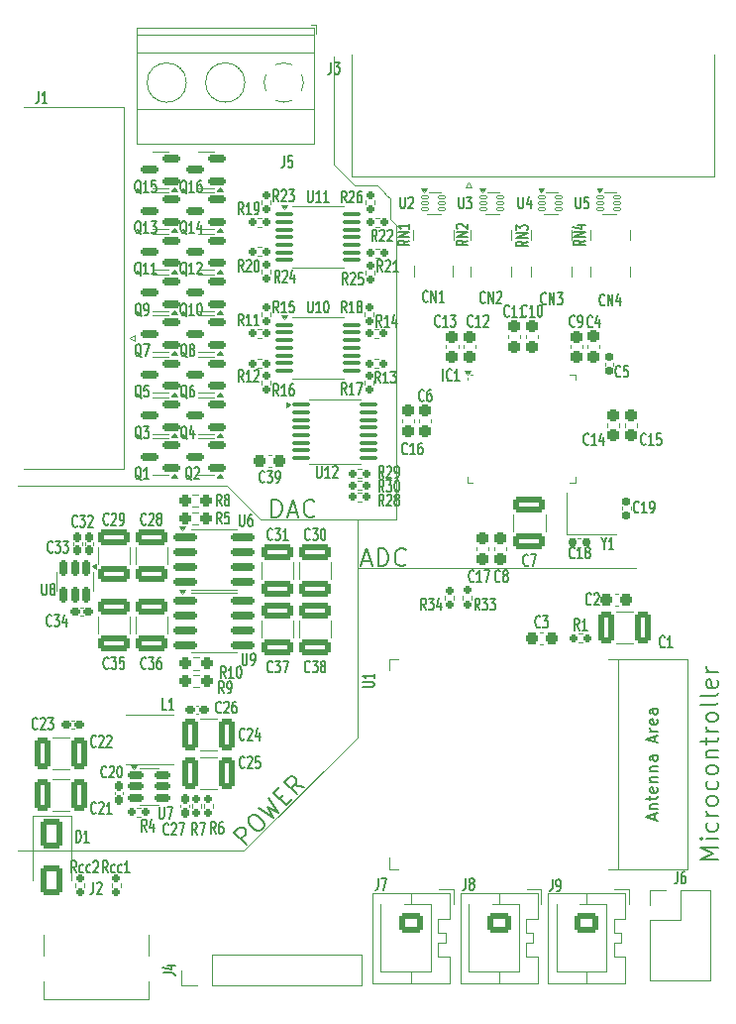
<source format=gbr>
%TF.GenerationSoftware,KiCad,Pcbnew,8.0.2*%
%TF.CreationDate,2025-01-11T16:17:31-03:00*%
%TF.ProjectId,EEG,4545472e-6b69-4636-9164-5f7063625858,rev?*%
%TF.SameCoordinates,Original*%
%TF.FileFunction,Legend,Top*%
%TF.FilePolarity,Positive*%
%FSLAX46Y46*%
G04 Gerber Fmt 4.6, Leading zero omitted, Abs format (unit mm)*
G04 Created by KiCad (PCBNEW 8.0.2) date 2025-01-11 16:17:31*
%MOMM*%
%LPD*%
G01*
G04 APERTURE LIST*
G04 Aperture macros list*
%AMRoundRect*
0 Rectangle with rounded corners*
0 $1 Rounding radius*
0 $2 $3 $4 $5 $6 $7 $8 $9 X,Y pos of 4 corners*
0 Add a 4 corners polygon primitive as box body*
4,1,4,$2,$3,$4,$5,$6,$7,$8,$9,$2,$3,0*
0 Add four circle primitives for the rounded corners*
1,1,$1+$1,$2,$3*
1,1,$1+$1,$4,$5*
1,1,$1+$1,$6,$7*
1,1,$1+$1,$8,$9*
0 Add four rect primitives between the rounded corners*
20,1,$1+$1,$2,$3,$4,$5,0*
20,1,$1+$1,$4,$5,$6,$7,0*
20,1,$1+$1,$6,$7,$8,$9,0*
20,1,$1+$1,$8,$9,$2,$3,0*%
G04 Aperture macros list end*
%ADD10C,0.100000*%
%ADD11C,0.200000*%
%ADD12C,0.150000*%
%ADD13C,0.120000*%
%ADD14RoundRect,0.237500X0.237500X-0.300000X0.237500X0.300000X-0.237500X0.300000X-0.237500X-0.300000X0*%
%ADD15RoundRect,0.150000X0.587500X0.150000X-0.587500X0.150000X-0.587500X-0.150000X0.587500X-0.150000X0*%
%ADD16R,0.400000X0.900000*%
%ADD17RoundRect,0.237500X-0.250000X-0.237500X0.250000X-0.237500X0.250000X0.237500X-0.250000X0.237500X0*%
%ADD18R,0.500000X0.800000*%
%ADD19R,0.400000X0.800000*%
%ADD20RoundRect,0.160000X-0.160000X0.197500X-0.160000X-0.197500X0.160000X-0.197500X0.160000X0.197500X0*%
%ADD21RoundRect,0.237500X0.300000X0.237500X-0.300000X0.237500X-0.300000X-0.237500X0.300000X-0.237500X0*%
%ADD22RoundRect,0.250000X0.412500X1.100000X-0.412500X1.100000X-0.412500X-1.100000X0.412500X-1.100000X0*%
%ADD23RoundRect,0.100000X-0.637500X-0.100000X0.637500X-0.100000X0.637500X0.100000X-0.637500X0.100000X0*%
%ADD24RoundRect,0.250000X-0.650000X1.000000X-0.650000X-1.000000X0.650000X-1.000000X0.650000X1.000000X0*%
%ADD25RoundRect,0.160000X0.160000X-0.197500X0.160000X0.197500X-0.160000X0.197500X-0.160000X-0.197500X0*%
%ADD26C,0.800000*%
%ADD27C,6.400000*%
%ADD28RoundRect,0.237500X-0.237500X0.300000X-0.237500X-0.300000X0.237500X-0.300000X0.237500X0.300000X0*%
%ADD29RoundRect,0.150000X-0.825000X-0.150000X0.825000X-0.150000X0.825000X0.150000X-0.825000X0.150000X0*%
%ADD30RoundRect,0.160000X-0.197500X-0.160000X0.197500X-0.160000X0.197500X0.160000X-0.197500X0.160000X0*%
%ADD31RoundRect,0.237500X-0.300000X-0.237500X0.300000X-0.237500X0.300000X0.237500X-0.300000X0.237500X0*%
%ADD32RoundRect,0.237500X0.250000X0.237500X-0.250000X0.237500X-0.250000X-0.237500X0.250000X-0.237500X0*%
%ADD33RoundRect,0.250000X-0.412500X-1.100000X0.412500X-1.100000X0.412500X1.100000X-0.412500X1.100000X0*%
%ADD34RoundRect,0.050000X-0.285000X-0.100000X0.285000X-0.100000X0.285000X0.100000X-0.285000X0.100000X0*%
%ADD35C,4.000000*%
%ADD36R,1.600000X1.600000*%
%ADD37C,1.600000*%
%ADD38C,1.250000*%
%ADD39RoundRect,0.250000X-0.725000X0.600000X-0.725000X-0.600000X0.725000X-0.600000X0.725000X0.600000X0*%
%ADD40O,1.950000X1.700000*%
%ADD41RoundRect,0.155000X-0.155000X0.212500X-0.155000X-0.212500X0.155000X-0.212500X0.155000X0.212500X0*%
%ADD42RoundRect,0.250000X-1.100000X0.412500X-1.100000X-0.412500X1.100000X-0.412500X1.100000X0.412500X0*%
%ADD43RoundRect,0.160000X0.197500X0.160000X-0.197500X0.160000X-0.197500X-0.160000X0.197500X-0.160000X0*%
%ADD44RoundRect,0.160000X0.160000X-0.222500X0.160000X0.222500X-0.160000X0.222500X-0.160000X-0.222500X0*%
%ADD45C,0.600000*%
%ADD46R,0.600000X1.160000*%
%ADD47R,0.300000X1.160000*%
%ADD48O,0.900000X2.000000*%
%ADD49O,0.900000X1.700000*%
%ADD50RoundRect,0.250000X1.100000X-0.412500X1.100000X0.412500X-1.100000X0.412500X-1.100000X-0.412500X0*%
%ADD51R,1.150000X3.600000*%
%ADD52RoundRect,0.150000X-0.150000X0.512500X-0.150000X-0.512500X0.150000X-0.512500X0.150000X0.512500X0*%
%ADD53R,2.600000X2.600000*%
%ADD54C,2.600000*%
%ADD55R,1.400000X1.200000*%
%ADD56R,0.850000X0.300000*%
%ADD57R,0.300000X0.850000*%
%ADD58R,7.350000X7.350000*%
%ADD59RoundRect,0.160000X0.222500X0.160000X-0.222500X0.160000X-0.222500X-0.160000X0.222500X-0.160000X0*%
%ADD60RoundRect,0.155000X-0.212500X-0.155000X0.212500X-0.155000X0.212500X0.155000X-0.212500X0.155000X0*%
%ADD61RoundRect,0.160000X-0.222500X-0.160000X0.222500X-0.160000X0.222500X0.160000X-0.222500X0.160000X0*%
%ADD62R,1.700000X1.700000*%
%ADD63O,1.700000X1.700000*%
%ADD64RoundRect,0.150000X-0.512500X-0.150000X0.512500X-0.150000X0.512500X0.150000X-0.512500X0.150000X0*%
%ADD65R,0.900000X1.500000*%
%ADD66R,1.500000X0.900000*%
%ADD67R,0.900000X0.900000*%
G04 APERTURE END LIST*
D10*
X152400000Y-107700000D02*
X134600000Y-107700000D01*
X166100000Y-82900000D02*
X166400000Y-83200000D01*
X163600000Y-114800000D02*
X163600000Y-110600000D01*
X165300000Y-82100000D02*
X165800000Y-82600000D01*
X165800000Y-82600000D02*
X166100000Y-82900000D01*
X163600000Y-114800000D02*
X187400000Y-114800000D01*
X155300000Y-110600000D02*
X152400000Y-107700000D01*
X166400000Y-85000000D02*
X166400000Y-83400000D01*
X163600000Y-129200000D02*
X153900000Y-138900000D01*
X153900000Y-138900000D02*
X134600000Y-138900000D01*
X166900000Y-85500000D02*
X166400000Y-85000000D01*
X163400000Y-82100000D02*
X165300000Y-82100000D01*
X166400000Y-83200000D02*
X166400000Y-83400000D01*
X161600000Y-71100000D02*
X161600000Y-80300000D01*
X161600000Y-80300000D02*
X163400000Y-82100000D01*
X166900000Y-85500000D02*
X166900000Y-110600000D01*
X163600000Y-129200000D02*
X163600000Y-114800000D01*
X163600000Y-110600000D02*
X155300000Y-110600000D01*
X163600000Y-110600000D02*
X166900000Y-110600000D01*
D11*
X154108419Y-138417263D02*
X153047759Y-137356603D01*
X153047759Y-137356603D02*
X153451820Y-136952542D01*
X153451820Y-136952542D02*
X153603343Y-136902034D01*
X153603343Y-136902034D02*
X153704358Y-136902034D01*
X153704358Y-136902034D02*
X153855881Y-136952542D01*
X153855881Y-136952542D02*
X154007404Y-137104065D01*
X154007404Y-137104065D02*
X154057911Y-137255588D01*
X154057911Y-137255588D02*
X154057911Y-137356603D01*
X154057911Y-137356603D02*
X154007404Y-137508126D01*
X154007404Y-137508126D02*
X153603343Y-137912187D01*
X154310449Y-136093912D02*
X154512480Y-135891882D01*
X154512480Y-135891882D02*
X154664003Y-135841374D01*
X154664003Y-135841374D02*
X154866033Y-135841374D01*
X154866033Y-135841374D02*
X155118571Y-135992897D01*
X155118571Y-135992897D02*
X155472125Y-136346450D01*
X155472125Y-136346450D02*
X155623648Y-136598989D01*
X155623648Y-136598989D02*
X155623648Y-136801019D01*
X155623648Y-136801019D02*
X155573140Y-136952542D01*
X155573140Y-136952542D02*
X155371110Y-137154572D01*
X155371110Y-137154572D02*
X155219587Y-137205080D01*
X155219587Y-137205080D02*
X155017556Y-137205080D01*
X155017556Y-137205080D02*
X154765018Y-137053557D01*
X154765018Y-137053557D02*
X154411465Y-136700004D01*
X154411465Y-136700004D02*
X154259942Y-136447466D01*
X154259942Y-136447466D02*
X154259942Y-136245435D01*
X154259942Y-136245435D02*
X154310449Y-136093912D01*
X155118572Y-135285790D02*
X156431770Y-136093912D01*
X156431770Y-136093912D02*
X155876186Y-135134267D01*
X155876186Y-135134267D02*
X156835831Y-135689851D01*
X156835831Y-135689851D02*
X156027709Y-134376653D01*
X156936846Y-134477668D02*
X157290400Y-134124114D01*
X157997507Y-134528175D02*
X157492430Y-135033252D01*
X157492430Y-135033252D02*
X156431770Y-133972591D01*
X156431770Y-133972591D02*
X156936846Y-133467515D01*
X159058167Y-133467515D02*
X158199537Y-133315992D01*
X158452075Y-134073607D02*
X157391415Y-133012946D01*
X157391415Y-133012946D02*
X157795476Y-132608885D01*
X157795476Y-132608885D02*
X157946999Y-132558378D01*
X157946999Y-132558378D02*
X158048014Y-132558378D01*
X158048014Y-132558378D02*
X158199537Y-132608885D01*
X158199537Y-132608885D02*
X158351060Y-132760408D01*
X158351060Y-132760408D02*
X158401568Y-132911931D01*
X158401568Y-132911931D02*
X158401568Y-133012946D01*
X158401568Y-133012946D02*
X158351060Y-133164469D01*
X158351060Y-133164469D02*
X157946999Y-133568530D01*
X156288720Y-110406028D02*
X156288720Y-108906028D01*
X156288720Y-108906028D02*
X156645863Y-108906028D01*
X156645863Y-108906028D02*
X156860149Y-108977457D01*
X156860149Y-108977457D02*
X157003006Y-109120314D01*
X157003006Y-109120314D02*
X157074435Y-109263171D01*
X157074435Y-109263171D02*
X157145863Y-109548885D01*
X157145863Y-109548885D02*
X157145863Y-109763171D01*
X157145863Y-109763171D02*
X157074435Y-110048885D01*
X157074435Y-110048885D02*
X157003006Y-110191742D01*
X157003006Y-110191742D02*
X156860149Y-110334600D01*
X156860149Y-110334600D02*
X156645863Y-110406028D01*
X156645863Y-110406028D02*
X156288720Y-110406028D01*
X157717292Y-109977457D02*
X158431578Y-109977457D01*
X157574435Y-110406028D02*
X158074435Y-108906028D01*
X158074435Y-108906028D02*
X158574435Y-110406028D01*
X159931577Y-110263171D02*
X159860149Y-110334600D01*
X159860149Y-110334600D02*
X159645863Y-110406028D01*
X159645863Y-110406028D02*
X159503006Y-110406028D01*
X159503006Y-110406028D02*
X159288720Y-110334600D01*
X159288720Y-110334600D02*
X159145863Y-110191742D01*
X159145863Y-110191742D02*
X159074434Y-110048885D01*
X159074434Y-110048885D02*
X159003006Y-109763171D01*
X159003006Y-109763171D02*
X159003006Y-109548885D01*
X159003006Y-109548885D02*
X159074434Y-109263171D01*
X159074434Y-109263171D02*
X159145863Y-109120314D01*
X159145863Y-109120314D02*
X159288720Y-108977457D01*
X159288720Y-108977457D02*
X159503006Y-108906028D01*
X159503006Y-108906028D02*
X159645863Y-108906028D01*
X159645863Y-108906028D02*
X159860149Y-108977457D01*
X159860149Y-108977457D02*
X159931577Y-109048885D01*
X194406028Y-139611279D02*
X192906028Y-139611279D01*
X192906028Y-139611279D02*
X193977457Y-139111279D01*
X193977457Y-139111279D02*
X192906028Y-138611279D01*
X192906028Y-138611279D02*
X194406028Y-138611279D01*
X194406028Y-137896993D02*
X193406028Y-137896993D01*
X192906028Y-137896993D02*
X192977457Y-137968421D01*
X192977457Y-137968421D02*
X193048885Y-137896993D01*
X193048885Y-137896993D02*
X192977457Y-137825564D01*
X192977457Y-137825564D02*
X192906028Y-137896993D01*
X192906028Y-137896993D02*
X193048885Y-137896993D01*
X194334600Y-136539850D02*
X194406028Y-136682707D01*
X194406028Y-136682707D02*
X194406028Y-136968421D01*
X194406028Y-136968421D02*
X194334600Y-137111278D01*
X194334600Y-137111278D02*
X194263171Y-137182707D01*
X194263171Y-137182707D02*
X194120314Y-137254135D01*
X194120314Y-137254135D02*
X193691742Y-137254135D01*
X193691742Y-137254135D02*
X193548885Y-137182707D01*
X193548885Y-137182707D02*
X193477457Y-137111278D01*
X193477457Y-137111278D02*
X193406028Y-136968421D01*
X193406028Y-136968421D02*
X193406028Y-136682707D01*
X193406028Y-136682707D02*
X193477457Y-136539850D01*
X194406028Y-135896993D02*
X193406028Y-135896993D01*
X193691742Y-135896993D02*
X193548885Y-135825564D01*
X193548885Y-135825564D02*
X193477457Y-135754136D01*
X193477457Y-135754136D02*
X193406028Y-135611278D01*
X193406028Y-135611278D02*
X193406028Y-135468421D01*
X194406028Y-134754136D02*
X194334600Y-134896993D01*
X194334600Y-134896993D02*
X194263171Y-134968422D01*
X194263171Y-134968422D02*
X194120314Y-135039850D01*
X194120314Y-135039850D02*
X193691742Y-135039850D01*
X193691742Y-135039850D02*
X193548885Y-134968422D01*
X193548885Y-134968422D02*
X193477457Y-134896993D01*
X193477457Y-134896993D02*
X193406028Y-134754136D01*
X193406028Y-134754136D02*
X193406028Y-134539850D01*
X193406028Y-134539850D02*
X193477457Y-134396993D01*
X193477457Y-134396993D02*
X193548885Y-134325565D01*
X193548885Y-134325565D02*
X193691742Y-134254136D01*
X193691742Y-134254136D02*
X194120314Y-134254136D01*
X194120314Y-134254136D02*
X194263171Y-134325565D01*
X194263171Y-134325565D02*
X194334600Y-134396993D01*
X194334600Y-134396993D02*
X194406028Y-134539850D01*
X194406028Y-134539850D02*
X194406028Y-134754136D01*
X194334600Y-132968422D02*
X194406028Y-133111279D01*
X194406028Y-133111279D02*
X194406028Y-133396993D01*
X194406028Y-133396993D02*
X194334600Y-133539850D01*
X194334600Y-133539850D02*
X194263171Y-133611279D01*
X194263171Y-133611279D02*
X194120314Y-133682707D01*
X194120314Y-133682707D02*
X193691742Y-133682707D01*
X193691742Y-133682707D02*
X193548885Y-133611279D01*
X193548885Y-133611279D02*
X193477457Y-133539850D01*
X193477457Y-133539850D02*
X193406028Y-133396993D01*
X193406028Y-133396993D02*
X193406028Y-133111279D01*
X193406028Y-133111279D02*
X193477457Y-132968422D01*
X194406028Y-132111279D02*
X194334600Y-132254136D01*
X194334600Y-132254136D02*
X194263171Y-132325565D01*
X194263171Y-132325565D02*
X194120314Y-132396993D01*
X194120314Y-132396993D02*
X193691742Y-132396993D01*
X193691742Y-132396993D02*
X193548885Y-132325565D01*
X193548885Y-132325565D02*
X193477457Y-132254136D01*
X193477457Y-132254136D02*
X193406028Y-132111279D01*
X193406028Y-132111279D02*
X193406028Y-131896993D01*
X193406028Y-131896993D02*
X193477457Y-131754136D01*
X193477457Y-131754136D02*
X193548885Y-131682708D01*
X193548885Y-131682708D02*
X193691742Y-131611279D01*
X193691742Y-131611279D02*
X194120314Y-131611279D01*
X194120314Y-131611279D02*
X194263171Y-131682708D01*
X194263171Y-131682708D02*
X194334600Y-131754136D01*
X194334600Y-131754136D02*
X194406028Y-131896993D01*
X194406028Y-131896993D02*
X194406028Y-132111279D01*
X193406028Y-130968422D02*
X194406028Y-130968422D01*
X193548885Y-130968422D02*
X193477457Y-130896993D01*
X193477457Y-130896993D02*
X193406028Y-130754136D01*
X193406028Y-130754136D02*
X193406028Y-130539850D01*
X193406028Y-130539850D02*
X193477457Y-130396993D01*
X193477457Y-130396993D02*
X193620314Y-130325565D01*
X193620314Y-130325565D02*
X194406028Y-130325565D01*
X193406028Y-129825564D02*
X193406028Y-129254136D01*
X192906028Y-129611279D02*
X194191742Y-129611279D01*
X194191742Y-129611279D02*
X194334600Y-129539850D01*
X194334600Y-129539850D02*
X194406028Y-129396993D01*
X194406028Y-129396993D02*
X194406028Y-129254136D01*
X194406028Y-128754136D02*
X193406028Y-128754136D01*
X193691742Y-128754136D02*
X193548885Y-128682707D01*
X193548885Y-128682707D02*
X193477457Y-128611279D01*
X193477457Y-128611279D02*
X193406028Y-128468421D01*
X193406028Y-128468421D02*
X193406028Y-128325564D01*
X194406028Y-127611279D02*
X194334600Y-127754136D01*
X194334600Y-127754136D02*
X194263171Y-127825565D01*
X194263171Y-127825565D02*
X194120314Y-127896993D01*
X194120314Y-127896993D02*
X193691742Y-127896993D01*
X193691742Y-127896993D02*
X193548885Y-127825565D01*
X193548885Y-127825565D02*
X193477457Y-127754136D01*
X193477457Y-127754136D02*
X193406028Y-127611279D01*
X193406028Y-127611279D02*
X193406028Y-127396993D01*
X193406028Y-127396993D02*
X193477457Y-127254136D01*
X193477457Y-127254136D02*
X193548885Y-127182708D01*
X193548885Y-127182708D02*
X193691742Y-127111279D01*
X193691742Y-127111279D02*
X194120314Y-127111279D01*
X194120314Y-127111279D02*
X194263171Y-127182708D01*
X194263171Y-127182708D02*
X194334600Y-127254136D01*
X194334600Y-127254136D02*
X194406028Y-127396993D01*
X194406028Y-127396993D02*
X194406028Y-127611279D01*
X194406028Y-126254136D02*
X194334600Y-126396993D01*
X194334600Y-126396993D02*
X194191742Y-126468422D01*
X194191742Y-126468422D02*
X192906028Y-126468422D01*
X194406028Y-125468422D02*
X194334600Y-125611279D01*
X194334600Y-125611279D02*
X194191742Y-125682708D01*
X194191742Y-125682708D02*
X192906028Y-125682708D01*
X194334600Y-124325565D02*
X194406028Y-124468422D01*
X194406028Y-124468422D02*
X194406028Y-124754137D01*
X194406028Y-124754137D02*
X194334600Y-124896994D01*
X194334600Y-124896994D02*
X194191742Y-124968422D01*
X194191742Y-124968422D02*
X193620314Y-124968422D01*
X193620314Y-124968422D02*
X193477457Y-124896994D01*
X193477457Y-124896994D02*
X193406028Y-124754137D01*
X193406028Y-124754137D02*
X193406028Y-124468422D01*
X193406028Y-124468422D02*
X193477457Y-124325565D01*
X193477457Y-124325565D02*
X193620314Y-124254137D01*
X193620314Y-124254137D02*
X193763171Y-124254137D01*
X193763171Y-124254137D02*
X193906028Y-124968422D01*
X194406028Y-123611280D02*
X193406028Y-123611280D01*
X193691742Y-123611280D02*
X193548885Y-123539851D01*
X193548885Y-123539851D02*
X193477457Y-123468423D01*
X193477457Y-123468423D02*
X193406028Y-123325565D01*
X193406028Y-123325565D02*
X193406028Y-123182708D01*
X164017292Y-114177457D02*
X164731578Y-114177457D01*
X163874435Y-114606028D02*
X164374435Y-113106028D01*
X164374435Y-113106028D02*
X164874435Y-114606028D01*
X165374434Y-114606028D02*
X165374434Y-113106028D01*
X165374434Y-113106028D02*
X165731577Y-113106028D01*
X165731577Y-113106028D02*
X165945863Y-113177457D01*
X165945863Y-113177457D02*
X166088720Y-113320314D01*
X166088720Y-113320314D02*
X166160149Y-113463171D01*
X166160149Y-113463171D02*
X166231577Y-113748885D01*
X166231577Y-113748885D02*
X166231577Y-113963171D01*
X166231577Y-113963171D02*
X166160149Y-114248885D01*
X166160149Y-114248885D02*
X166088720Y-114391742D01*
X166088720Y-114391742D02*
X165945863Y-114534600D01*
X165945863Y-114534600D02*
X165731577Y-114606028D01*
X165731577Y-114606028D02*
X165374434Y-114606028D01*
X167731577Y-114463171D02*
X167660149Y-114534600D01*
X167660149Y-114534600D02*
X167445863Y-114606028D01*
X167445863Y-114606028D02*
X167303006Y-114606028D01*
X167303006Y-114606028D02*
X167088720Y-114534600D01*
X167088720Y-114534600D02*
X166945863Y-114391742D01*
X166945863Y-114391742D02*
X166874434Y-114248885D01*
X166874434Y-114248885D02*
X166803006Y-113963171D01*
X166803006Y-113963171D02*
X166803006Y-113748885D01*
X166803006Y-113748885D02*
X166874434Y-113463171D01*
X166874434Y-113463171D02*
X166945863Y-113320314D01*
X166945863Y-113320314D02*
X167088720Y-113177457D01*
X167088720Y-113177457D02*
X167303006Y-113106028D01*
X167303006Y-113106028D02*
X167445863Y-113106028D01*
X167445863Y-113106028D02*
X167660149Y-113177457D01*
X167660149Y-113177457D02*
X167731577Y-113248885D01*
D12*
X183683333Y-94109580D02*
X183650000Y-94157200D01*
X183650000Y-94157200D02*
X183550000Y-94204819D01*
X183550000Y-94204819D02*
X183483333Y-94204819D01*
X183483333Y-94204819D02*
X183383333Y-94157200D01*
X183383333Y-94157200D02*
X183316667Y-94061961D01*
X183316667Y-94061961D02*
X183283333Y-93966723D01*
X183283333Y-93966723D02*
X183250000Y-93776247D01*
X183250000Y-93776247D02*
X183250000Y-93633390D01*
X183250000Y-93633390D02*
X183283333Y-93442914D01*
X183283333Y-93442914D02*
X183316667Y-93347676D01*
X183316667Y-93347676D02*
X183383333Y-93252438D01*
X183383333Y-93252438D02*
X183483333Y-93204819D01*
X183483333Y-93204819D02*
X183550000Y-93204819D01*
X183550000Y-93204819D02*
X183650000Y-93252438D01*
X183650000Y-93252438D02*
X183683333Y-93300057D01*
X184283333Y-93538152D02*
X184283333Y-94204819D01*
X184116667Y-93157200D02*
X183950000Y-93871485D01*
X183950000Y-93871485D02*
X184383333Y-93871485D01*
X145133333Y-96750057D02*
X145066666Y-96702438D01*
X145066666Y-96702438D02*
X145000000Y-96607200D01*
X145000000Y-96607200D02*
X144900000Y-96464342D01*
X144900000Y-96464342D02*
X144833333Y-96416723D01*
X144833333Y-96416723D02*
X144766666Y-96416723D01*
X144800000Y-96654819D02*
X144733333Y-96607200D01*
X144733333Y-96607200D02*
X144666666Y-96511961D01*
X144666666Y-96511961D02*
X144633333Y-96321485D01*
X144633333Y-96321485D02*
X144633333Y-95988152D01*
X144633333Y-95988152D02*
X144666666Y-95797676D01*
X144666666Y-95797676D02*
X144733333Y-95702438D01*
X144733333Y-95702438D02*
X144800000Y-95654819D01*
X144800000Y-95654819D02*
X144933333Y-95654819D01*
X144933333Y-95654819D02*
X145000000Y-95702438D01*
X145000000Y-95702438D02*
X145066666Y-95797676D01*
X145066666Y-95797676D02*
X145100000Y-95988152D01*
X145100000Y-95988152D02*
X145100000Y-96321485D01*
X145100000Y-96321485D02*
X145066666Y-96511961D01*
X145066666Y-96511961D02*
X145000000Y-96607200D01*
X145000000Y-96607200D02*
X144933333Y-96654819D01*
X144933333Y-96654819D02*
X144800000Y-96654819D01*
X145333333Y-95654819D02*
X145799999Y-95654819D01*
X145799999Y-95654819D02*
X145499999Y-96654819D01*
X184716666Y-92259580D02*
X184683333Y-92307200D01*
X184683333Y-92307200D02*
X184583333Y-92354819D01*
X184583333Y-92354819D02*
X184516666Y-92354819D01*
X184516666Y-92354819D02*
X184416666Y-92307200D01*
X184416666Y-92307200D02*
X184350000Y-92211961D01*
X184350000Y-92211961D02*
X184316666Y-92116723D01*
X184316666Y-92116723D02*
X184283333Y-91926247D01*
X184283333Y-91926247D02*
X184283333Y-91783390D01*
X184283333Y-91783390D02*
X184316666Y-91592914D01*
X184316666Y-91592914D02*
X184350000Y-91497676D01*
X184350000Y-91497676D02*
X184416666Y-91402438D01*
X184416666Y-91402438D02*
X184516666Y-91354819D01*
X184516666Y-91354819D02*
X184583333Y-91354819D01*
X184583333Y-91354819D02*
X184683333Y-91402438D01*
X184683333Y-91402438D02*
X184716666Y-91450057D01*
X185016666Y-92354819D02*
X185016666Y-91354819D01*
X185016666Y-91354819D02*
X185416666Y-92354819D01*
X185416666Y-92354819D02*
X185416666Y-91354819D01*
X186049999Y-91688152D02*
X186049999Y-92354819D01*
X185883333Y-91307200D02*
X185716666Y-92021485D01*
X185716666Y-92021485D02*
X186149999Y-92021485D01*
X152349999Y-124154819D02*
X152116666Y-123678628D01*
X151949999Y-124154819D02*
X151949999Y-123154819D01*
X151949999Y-123154819D02*
X152216666Y-123154819D01*
X152216666Y-123154819D02*
X152283333Y-123202438D01*
X152283333Y-123202438D02*
X152316666Y-123250057D01*
X152316666Y-123250057D02*
X152349999Y-123345295D01*
X152349999Y-123345295D02*
X152349999Y-123488152D01*
X152349999Y-123488152D02*
X152316666Y-123583390D01*
X152316666Y-123583390D02*
X152283333Y-123631009D01*
X152283333Y-123631009D02*
X152216666Y-123678628D01*
X152216666Y-123678628D02*
X151949999Y-123678628D01*
X153016666Y-124154819D02*
X152616666Y-124154819D01*
X152816666Y-124154819D02*
X152816666Y-123154819D01*
X152816666Y-123154819D02*
X152749999Y-123297676D01*
X152749999Y-123297676D02*
X152683333Y-123392914D01*
X152683333Y-123392914D02*
X152616666Y-123440533D01*
X153450000Y-123154819D02*
X153516666Y-123154819D01*
X153516666Y-123154819D02*
X153583333Y-123202438D01*
X153583333Y-123202438D02*
X153616666Y-123250057D01*
X153616666Y-123250057D02*
X153650000Y-123345295D01*
X153650000Y-123345295D02*
X153683333Y-123535771D01*
X153683333Y-123535771D02*
X153683333Y-123773866D01*
X153683333Y-123773866D02*
X153650000Y-123964342D01*
X153650000Y-123964342D02*
X153616666Y-124059580D01*
X153616666Y-124059580D02*
X153583333Y-124107200D01*
X153583333Y-124107200D02*
X153516666Y-124154819D01*
X153516666Y-124154819D02*
X153450000Y-124154819D01*
X153450000Y-124154819D02*
X153383333Y-124107200D01*
X153383333Y-124107200D02*
X153350000Y-124059580D01*
X153350000Y-124059580D02*
X153316666Y-123964342D01*
X153316666Y-123964342D02*
X153283333Y-123773866D01*
X153283333Y-123773866D02*
X153283333Y-123535771D01*
X153283333Y-123535771D02*
X153316666Y-123345295D01*
X153316666Y-123345295D02*
X153350000Y-123250057D01*
X153350000Y-123250057D02*
X153383333Y-123202438D01*
X153383333Y-123202438D02*
X153450000Y-123154819D01*
X183349999Y-104159580D02*
X183316666Y-104207200D01*
X183316666Y-104207200D02*
X183216666Y-104254819D01*
X183216666Y-104254819D02*
X183149999Y-104254819D01*
X183149999Y-104254819D02*
X183049999Y-104207200D01*
X183049999Y-104207200D02*
X182983333Y-104111961D01*
X182983333Y-104111961D02*
X182949999Y-104016723D01*
X182949999Y-104016723D02*
X182916666Y-103826247D01*
X182916666Y-103826247D02*
X182916666Y-103683390D01*
X182916666Y-103683390D02*
X182949999Y-103492914D01*
X182949999Y-103492914D02*
X182983333Y-103397676D01*
X182983333Y-103397676D02*
X183049999Y-103302438D01*
X183049999Y-103302438D02*
X183149999Y-103254819D01*
X183149999Y-103254819D02*
X183216666Y-103254819D01*
X183216666Y-103254819D02*
X183316666Y-103302438D01*
X183316666Y-103302438D02*
X183349999Y-103350057D01*
X184016666Y-104254819D02*
X183616666Y-104254819D01*
X183816666Y-104254819D02*
X183816666Y-103254819D01*
X183816666Y-103254819D02*
X183749999Y-103397676D01*
X183749999Y-103397676D02*
X183683333Y-103492914D01*
X183683333Y-103492914D02*
X183616666Y-103540533D01*
X184616666Y-103588152D02*
X184616666Y-104254819D01*
X184450000Y-103207200D02*
X184283333Y-103921485D01*
X184283333Y-103921485D02*
X184716666Y-103921485D01*
X178154819Y-86883333D02*
X177678628Y-87116666D01*
X178154819Y-87283333D02*
X177154819Y-87283333D01*
X177154819Y-87283333D02*
X177154819Y-87016666D01*
X177154819Y-87016666D02*
X177202438Y-86950000D01*
X177202438Y-86950000D02*
X177250057Y-86916666D01*
X177250057Y-86916666D02*
X177345295Y-86883333D01*
X177345295Y-86883333D02*
X177488152Y-86883333D01*
X177488152Y-86883333D02*
X177583390Y-86916666D01*
X177583390Y-86916666D02*
X177631009Y-86950000D01*
X177631009Y-86950000D02*
X177678628Y-87016666D01*
X177678628Y-87016666D02*
X177678628Y-87283333D01*
X178154819Y-86583333D02*
X177154819Y-86583333D01*
X177154819Y-86583333D02*
X178154819Y-86183333D01*
X178154819Y-86183333D02*
X177154819Y-86183333D01*
X177154819Y-85916667D02*
X177154819Y-85483333D01*
X177154819Y-85483333D02*
X177535771Y-85716667D01*
X177535771Y-85716667D02*
X177535771Y-85616667D01*
X177535771Y-85616667D02*
X177583390Y-85550000D01*
X177583390Y-85550000D02*
X177631009Y-85516667D01*
X177631009Y-85516667D02*
X177726247Y-85483333D01*
X177726247Y-85483333D02*
X177964342Y-85483333D01*
X177964342Y-85483333D02*
X178059580Y-85516667D01*
X178059580Y-85516667D02*
X178107200Y-85550000D01*
X178107200Y-85550000D02*
X178154819Y-85616667D01*
X178154819Y-85616667D02*
X178154819Y-85816667D01*
X178154819Y-85816667D02*
X178107200Y-85883333D01*
X178107200Y-85883333D02*
X178059580Y-85916667D01*
X169616666Y-91959580D02*
X169583333Y-92007200D01*
X169583333Y-92007200D02*
X169483333Y-92054819D01*
X169483333Y-92054819D02*
X169416666Y-92054819D01*
X169416666Y-92054819D02*
X169316666Y-92007200D01*
X169316666Y-92007200D02*
X169250000Y-91911961D01*
X169250000Y-91911961D02*
X169216666Y-91816723D01*
X169216666Y-91816723D02*
X169183333Y-91626247D01*
X169183333Y-91626247D02*
X169183333Y-91483390D01*
X169183333Y-91483390D02*
X169216666Y-91292914D01*
X169216666Y-91292914D02*
X169250000Y-91197676D01*
X169250000Y-91197676D02*
X169316666Y-91102438D01*
X169316666Y-91102438D02*
X169416666Y-91054819D01*
X169416666Y-91054819D02*
X169483333Y-91054819D01*
X169483333Y-91054819D02*
X169583333Y-91102438D01*
X169583333Y-91102438D02*
X169616666Y-91150057D01*
X169916666Y-92054819D02*
X169916666Y-91054819D01*
X169916666Y-91054819D02*
X170316666Y-92054819D01*
X170316666Y-92054819D02*
X170316666Y-91054819D01*
X171016666Y-92054819D02*
X170616666Y-92054819D01*
X170816666Y-92054819D02*
X170816666Y-91054819D01*
X170816666Y-91054819D02*
X170749999Y-91197676D01*
X170749999Y-91197676D02*
X170683333Y-91292914D01*
X170683333Y-91292914D02*
X170616666Y-91340533D01*
X149883333Y-137554819D02*
X149650000Y-137078628D01*
X149483333Y-137554819D02*
X149483333Y-136554819D01*
X149483333Y-136554819D02*
X149750000Y-136554819D01*
X149750000Y-136554819D02*
X149816667Y-136602438D01*
X149816667Y-136602438D02*
X149850000Y-136650057D01*
X149850000Y-136650057D02*
X149883333Y-136745295D01*
X149883333Y-136745295D02*
X149883333Y-136888152D01*
X149883333Y-136888152D02*
X149850000Y-136983390D01*
X149850000Y-136983390D02*
X149816667Y-137031009D01*
X149816667Y-137031009D02*
X149750000Y-137078628D01*
X149750000Y-137078628D02*
X149483333Y-137078628D01*
X150116667Y-136554819D02*
X150583333Y-136554819D01*
X150583333Y-136554819D02*
X150283333Y-137554819D01*
X155649999Y-107389580D02*
X155616666Y-107437200D01*
X155616666Y-107437200D02*
X155516666Y-107484819D01*
X155516666Y-107484819D02*
X155449999Y-107484819D01*
X155449999Y-107484819D02*
X155349999Y-107437200D01*
X155349999Y-107437200D02*
X155283333Y-107341961D01*
X155283333Y-107341961D02*
X155249999Y-107246723D01*
X155249999Y-107246723D02*
X155216666Y-107056247D01*
X155216666Y-107056247D02*
X155216666Y-106913390D01*
X155216666Y-106913390D02*
X155249999Y-106722914D01*
X155249999Y-106722914D02*
X155283333Y-106627676D01*
X155283333Y-106627676D02*
X155349999Y-106532438D01*
X155349999Y-106532438D02*
X155449999Y-106484819D01*
X155449999Y-106484819D02*
X155516666Y-106484819D01*
X155516666Y-106484819D02*
X155616666Y-106532438D01*
X155616666Y-106532438D02*
X155649999Y-106580057D01*
X155883333Y-106484819D02*
X156316666Y-106484819D01*
X156316666Y-106484819D02*
X156083333Y-106865771D01*
X156083333Y-106865771D02*
X156183333Y-106865771D01*
X156183333Y-106865771D02*
X156249999Y-106913390D01*
X156249999Y-106913390D02*
X156283333Y-106961009D01*
X156283333Y-106961009D02*
X156316666Y-107056247D01*
X156316666Y-107056247D02*
X156316666Y-107294342D01*
X156316666Y-107294342D02*
X156283333Y-107389580D01*
X156283333Y-107389580D02*
X156249999Y-107437200D01*
X156249999Y-107437200D02*
X156183333Y-107484819D01*
X156183333Y-107484819D02*
X155983333Y-107484819D01*
X155983333Y-107484819D02*
X155916666Y-107437200D01*
X155916666Y-107437200D02*
X155883333Y-107389580D01*
X156650000Y-107484819D02*
X156783333Y-107484819D01*
X156783333Y-107484819D02*
X156850000Y-107437200D01*
X156850000Y-107437200D02*
X156883333Y-107389580D01*
X156883333Y-107389580D02*
X156950000Y-107246723D01*
X156950000Y-107246723D02*
X156983333Y-107056247D01*
X156983333Y-107056247D02*
X156983333Y-106675295D01*
X156983333Y-106675295D02*
X156950000Y-106580057D01*
X156950000Y-106580057D02*
X156916666Y-106532438D01*
X156916666Y-106532438D02*
X156850000Y-106484819D01*
X156850000Y-106484819D02*
X156716666Y-106484819D01*
X156716666Y-106484819D02*
X156650000Y-106532438D01*
X156650000Y-106532438D02*
X156616666Y-106580057D01*
X156616666Y-106580057D02*
X156583333Y-106675295D01*
X156583333Y-106675295D02*
X156583333Y-106913390D01*
X156583333Y-106913390D02*
X156616666Y-107008628D01*
X156616666Y-107008628D02*
X156650000Y-107056247D01*
X156650000Y-107056247D02*
X156716666Y-107103866D01*
X156716666Y-107103866D02*
X156850000Y-107103866D01*
X156850000Y-107103866D02*
X156916666Y-107056247D01*
X156916666Y-107056247D02*
X156950000Y-107008628D01*
X156950000Y-107008628D02*
X156983333Y-106913390D01*
X141249999Y-129959580D02*
X141216666Y-130007200D01*
X141216666Y-130007200D02*
X141116666Y-130054819D01*
X141116666Y-130054819D02*
X141049999Y-130054819D01*
X141049999Y-130054819D02*
X140949999Y-130007200D01*
X140949999Y-130007200D02*
X140883333Y-129911961D01*
X140883333Y-129911961D02*
X140849999Y-129816723D01*
X140849999Y-129816723D02*
X140816666Y-129626247D01*
X140816666Y-129626247D02*
X140816666Y-129483390D01*
X140816666Y-129483390D02*
X140849999Y-129292914D01*
X140849999Y-129292914D02*
X140883333Y-129197676D01*
X140883333Y-129197676D02*
X140949999Y-129102438D01*
X140949999Y-129102438D02*
X141049999Y-129054819D01*
X141049999Y-129054819D02*
X141116666Y-129054819D01*
X141116666Y-129054819D02*
X141216666Y-129102438D01*
X141216666Y-129102438D02*
X141249999Y-129150057D01*
X141516666Y-129150057D02*
X141549999Y-129102438D01*
X141549999Y-129102438D02*
X141616666Y-129054819D01*
X141616666Y-129054819D02*
X141783333Y-129054819D01*
X141783333Y-129054819D02*
X141849999Y-129102438D01*
X141849999Y-129102438D02*
X141883333Y-129150057D01*
X141883333Y-129150057D02*
X141916666Y-129245295D01*
X141916666Y-129245295D02*
X141916666Y-129340533D01*
X141916666Y-129340533D02*
X141883333Y-129483390D01*
X141883333Y-129483390D02*
X141483333Y-130054819D01*
X141483333Y-130054819D02*
X141916666Y-130054819D01*
X142183333Y-129150057D02*
X142216666Y-129102438D01*
X142216666Y-129102438D02*
X142283333Y-129054819D01*
X142283333Y-129054819D02*
X142450000Y-129054819D01*
X142450000Y-129054819D02*
X142516666Y-129102438D01*
X142516666Y-129102438D02*
X142550000Y-129150057D01*
X142550000Y-129150057D02*
X142583333Y-129245295D01*
X142583333Y-129245295D02*
X142583333Y-129340533D01*
X142583333Y-129340533D02*
X142550000Y-129483390D01*
X142550000Y-129483390D02*
X142150000Y-130054819D01*
X142150000Y-130054819D02*
X142583333Y-130054819D01*
X160133333Y-106054819D02*
X160133333Y-106864342D01*
X160133333Y-106864342D02*
X160166667Y-106959580D01*
X160166667Y-106959580D02*
X160200000Y-107007200D01*
X160200000Y-107007200D02*
X160266667Y-107054819D01*
X160266667Y-107054819D02*
X160400000Y-107054819D01*
X160400000Y-107054819D02*
X160466667Y-107007200D01*
X160466667Y-107007200D02*
X160500000Y-106959580D01*
X160500000Y-106959580D02*
X160533333Y-106864342D01*
X160533333Y-106864342D02*
X160533333Y-106054819D01*
X161233333Y-107054819D02*
X160833333Y-107054819D01*
X161033333Y-107054819D02*
X161033333Y-106054819D01*
X161033333Y-106054819D02*
X160966666Y-106197676D01*
X160966666Y-106197676D02*
X160900000Y-106292914D01*
X160900000Y-106292914D02*
X160833333Y-106340533D01*
X161500000Y-106150057D02*
X161533333Y-106102438D01*
X161533333Y-106102438D02*
X161600000Y-106054819D01*
X161600000Y-106054819D02*
X161766667Y-106054819D01*
X161766667Y-106054819D02*
X161833333Y-106102438D01*
X161833333Y-106102438D02*
X161866667Y-106150057D01*
X161866667Y-106150057D02*
X161900000Y-106245295D01*
X161900000Y-106245295D02*
X161900000Y-106340533D01*
X161900000Y-106340533D02*
X161866667Y-106483390D01*
X161866667Y-106483390D02*
X161466667Y-107054819D01*
X161466667Y-107054819D02*
X161900000Y-107054819D01*
X139563333Y-138179819D02*
X139563333Y-137179819D01*
X139563333Y-137179819D02*
X139730000Y-137179819D01*
X139730000Y-137179819D02*
X139830000Y-137227438D01*
X139830000Y-137227438D02*
X139896667Y-137322676D01*
X139896667Y-137322676D02*
X139930000Y-137417914D01*
X139930000Y-137417914D02*
X139963333Y-137608390D01*
X139963333Y-137608390D02*
X139963333Y-137751247D01*
X139963333Y-137751247D02*
X139930000Y-137941723D01*
X139930000Y-137941723D02*
X139896667Y-138036961D01*
X139896667Y-138036961D02*
X139830000Y-138132200D01*
X139830000Y-138132200D02*
X139730000Y-138179819D01*
X139730000Y-138179819D02*
X139563333Y-138179819D01*
X140630000Y-138179819D02*
X140230000Y-138179819D01*
X140430000Y-138179819D02*
X140430000Y-137179819D01*
X140430000Y-137179819D02*
X140363333Y-137322676D01*
X140363333Y-137322676D02*
X140296667Y-137417914D01*
X140296667Y-137417914D02*
X140230000Y-137465533D01*
X174049999Y-118354819D02*
X173816666Y-117878628D01*
X173649999Y-118354819D02*
X173649999Y-117354819D01*
X173649999Y-117354819D02*
X173916666Y-117354819D01*
X173916666Y-117354819D02*
X173983333Y-117402438D01*
X173983333Y-117402438D02*
X174016666Y-117450057D01*
X174016666Y-117450057D02*
X174049999Y-117545295D01*
X174049999Y-117545295D02*
X174049999Y-117688152D01*
X174049999Y-117688152D02*
X174016666Y-117783390D01*
X174016666Y-117783390D02*
X173983333Y-117831009D01*
X173983333Y-117831009D02*
X173916666Y-117878628D01*
X173916666Y-117878628D02*
X173649999Y-117878628D01*
X174283333Y-117354819D02*
X174716666Y-117354819D01*
X174716666Y-117354819D02*
X174483333Y-117735771D01*
X174483333Y-117735771D02*
X174583333Y-117735771D01*
X174583333Y-117735771D02*
X174649999Y-117783390D01*
X174649999Y-117783390D02*
X174683333Y-117831009D01*
X174683333Y-117831009D02*
X174716666Y-117926247D01*
X174716666Y-117926247D02*
X174716666Y-118164342D01*
X174716666Y-118164342D02*
X174683333Y-118259580D01*
X174683333Y-118259580D02*
X174649999Y-118307200D01*
X174649999Y-118307200D02*
X174583333Y-118354819D01*
X174583333Y-118354819D02*
X174383333Y-118354819D01*
X174383333Y-118354819D02*
X174316666Y-118307200D01*
X174316666Y-118307200D02*
X174283333Y-118259580D01*
X174950000Y-117354819D02*
X175383333Y-117354819D01*
X175383333Y-117354819D02*
X175150000Y-117735771D01*
X175150000Y-117735771D02*
X175250000Y-117735771D01*
X175250000Y-117735771D02*
X175316666Y-117783390D01*
X175316666Y-117783390D02*
X175350000Y-117831009D01*
X175350000Y-117831009D02*
X175383333Y-117926247D01*
X175383333Y-117926247D02*
X175383333Y-118164342D01*
X175383333Y-118164342D02*
X175350000Y-118259580D01*
X175350000Y-118259580D02*
X175316666Y-118307200D01*
X175316666Y-118307200D02*
X175250000Y-118354819D01*
X175250000Y-118354819D02*
X175050000Y-118354819D01*
X175050000Y-118354819D02*
X174983333Y-118307200D01*
X174983333Y-118307200D02*
X174950000Y-118259580D01*
X178064999Y-93209580D02*
X178031666Y-93257200D01*
X178031666Y-93257200D02*
X177931666Y-93304819D01*
X177931666Y-93304819D02*
X177864999Y-93304819D01*
X177864999Y-93304819D02*
X177764999Y-93257200D01*
X177764999Y-93257200D02*
X177698333Y-93161961D01*
X177698333Y-93161961D02*
X177664999Y-93066723D01*
X177664999Y-93066723D02*
X177631666Y-92876247D01*
X177631666Y-92876247D02*
X177631666Y-92733390D01*
X177631666Y-92733390D02*
X177664999Y-92542914D01*
X177664999Y-92542914D02*
X177698333Y-92447676D01*
X177698333Y-92447676D02*
X177764999Y-92352438D01*
X177764999Y-92352438D02*
X177864999Y-92304819D01*
X177864999Y-92304819D02*
X177931666Y-92304819D01*
X177931666Y-92304819D02*
X178031666Y-92352438D01*
X178031666Y-92352438D02*
X178064999Y-92400057D01*
X178731666Y-93304819D02*
X178331666Y-93304819D01*
X178531666Y-93304819D02*
X178531666Y-92304819D01*
X178531666Y-92304819D02*
X178464999Y-92447676D01*
X178464999Y-92447676D02*
X178398333Y-92542914D01*
X178398333Y-92542914D02*
X178331666Y-92590533D01*
X179165000Y-92304819D02*
X179231666Y-92304819D01*
X179231666Y-92304819D02*
X179298333Y-92352438D01*
X179298333Y-92352438D02*
X179331666Y-92400057D01*
X179331666Y-92400057D02*
X179365000Y-92495295D01*
X179365000Y-92495295D02*
X179398333Y-92685771D01*
X179398333Y-92685771D02*
X179398333Y-92923866D01*
X179398333Y-92923866D02*
X179365000Y-93114342D01*
X179365000Y-93114342D02*
X179331666Y-93209580D01*
X179331666Y-93209580D02*
X179298333Y-93257200D01*
X179298333Y-93257200D02*
X179231666Y-93304819D01*
X179231666Y-93304819D02*
X179165000Y-93304819D01*
X179165000Y-93304819D02*
X179098333Y-93257200D01*
X179098333Y-93257200D02*
X179065000Y-93209580D01*
X179065000Y-93209580D02*
X179031666Y-93114342D01*
X179031666Y-93114342D02*
X178998333Y-92923866D01*
X178998333Y-92923866D02*
X178998333Y-92685771D01*
X178998333Y-92685771D02*
X179031666Y-92495295D01*
X179031666Y-92495295D02*
X179065000Y-92400057D01*
X179065000Y-92400057D02*
X179098333Y-92352438D01*
X179098333Y-92352438D02*
X179165000Y-92304819D01*
X176564999Y-93209580D02*
X176531666Y-93257200D01*
X176531666Y-93257200D02*
X176431666Y-93304819D01*
X176431666Y-93304819D02*
X176364999Y-93304819D01*
X176364999Y-93304819D02*
X176264999Y-93257200D01*
X176264999Y-93257200D02*
X176198333Y-93161961D01*
X176198333Y-93161961D02*
X176164999Y-93066723D01*
X176164999Y-93066723D02*
X176131666Y-92876247D01*
X176131666Y-92876247D02*
X176131666Y-92733390D01*
X176131666Y-92733390D02*
X176164999Y-92542914D01*
X176164999Y-92542914D02*
X176198333Y-92447676D01*
X176198333Y-92447676D02*
X176264999Y-92352438D01*
X176264999Y-92352438D02*
X176364999Y-92304819D01*
X176364999Y-92304819D02*
X176431666Y-92304819D01*
X176431666Y-92304819D02*
X176531666Y-92352438D01*
X176531666Y-92352438D02*
X176564999Y-92400057D01*
X177231666Y-93304819D02*
X176831666Y-93304819D01*
X177031666Y-93304819D02*
X177031666Y-92304819D01*
X177031666Y-92304819D02*
X176964999Y-92447676D01*
X176964999Y-92447676D02*
X176898333Y-92542914D01*
X176898333Y-92542914D02*
X176831666Y-92590533D01*
X177898333Y-93304819D02*
X177498333Y-93304819D01*
X177698333Y-93304819D02*
X177698333Y-92304819D01*
X177698333Y-92304819D02*
X177631666Y-92447676D01*
X177631666Y-92447676D02*
X177565000Y-92542914D01*
X177565000Y-92542914D02*
X177498333Y-92590533D01*
X159370833Y-91956069D02*
X159370833Y-92765592D01*
X159370833Y-92765592D02*
X159404167Y-92860830D01*
X159404167Y-92860830D02*
X159437500Y-92908450D01*
X159437500Y-92908450D02*
X159504167Y-92956069D01*
X159504167Y-92956069D02*
X159637500Y-92956069D01*
X159637500Y-92956069D02*
X159704167Y-92908450D01*
X159704167Y-92908450D02*
X159737500Y-92860830D01*
X159737500Y-92860830D02*
X159770833Y-92765592D01*
X159770833Y-92765592D02*
X159770833Y-91956069D01*
X160470833Y-92956069D02*
X160070833Y-92956069D01*
X160270833Y-92956069D02*
X160270833Y-91956069D01*
X160270833Y-91956069D02*
X160204166Y-92098926D01*
X160204166Y-92098926D02*
X160137500Y-92194164D01*
X160137500Y-92194164D02*
X160070833Y-92241783D01*
X160904167Y-91956069D02*
X160970833Y-91956069D01*
X160970833Y-91956069D02*
X161037500Y-92003688D01*
X161037500Y-92003688D02*
X161070833Y-92051307D01*
X161070833Y-92051307D02*
X161104167Y-92146545D01*
X161104167Y-92146545D02*
X161137500Y-92337021D01*
X161137500Y-92337021D02*
X161137500Y-92575116D01*
X161137500Y-92575116D02*
X161104167Y-92765592D01*
X161104167Y-92765592D02*
X161070833Y-92860830D01*
X161070833Y-92860830D02*
X161037500Y-92908450D01*
X161037500Y-92908450D02*
X160970833Y-92956069D01*
X160970833Y-92956069D02*
X160904167Y-92956069D01*
X160904167Y-92956069D02*
X160837500Y-92908450D01*
X160837500Y-92908450D02*
X160804167Y-92860830D01*
X160804167Y-92860830D02*
X160770833Y-92765592D01*
X160770833Y-92765592D02*
X160737500Y-92575116D01*
X160737500Y-92575116D02*
X160737500Y-92337021D01*
X160737500Y-92337021D02*
X160770833Y-92146545D01*
X160770833Y-92146545D02*
X160804167Y-92051307D01*
X160804167Y-92051307D02*
X160837500Y-92003688D01*
X160837500Y-92003688D02*
X160904167Y-91956069D01*
X149033333Y-103750057D02*
X148966666Y-103702438D01*
X148966666Y-103702438D02*
X148900000Y-103607200D01*
X148900000Y-103607200D02*
X148800000Y-103464342D01*
X148800000Y-103464342D02*
X148733333Y-103416723D01*
X148733333Y-103416723D02*
X148666666Y-103416723D01*
X148700000Y-103654819D02*
X148633333Y-103607200D01*
X148633333Y-103607200D02*
X148566666Y-103511961D01*
X148566666Y-103511961D02*
X148533333Y-103321485D01*
X148533333Y-103321485D02*
X148533333Y-102988152D01*
X148533333Y-102988152D02*
X148566666Y-102797676D01*
X148566666Y-102797676D02*
X148633333Y-102702438D01*
X148633333Y-102702438D02*
X148700000Y-102654819D01*
X148700000Y-102654819D02*
X148833333Y-102654819D01*
X148833333Y-102654819D02*
X148900000Y-102702438D01*
X148900000Y-102702438D02*
X148966666Y-102797676D01*
X148966666Y-102797676D02*
X149000000Y-102988152D01*
X149000000Y-102988152D02*
X149000000Y-103321485D01*
X149000000Y-103321485D02*
X148966666Y-103511961D01*
X148966666Y-103511961D02*
X148900000Y-103607200D01*
X148900000Y-103607200D02*
X148833333Y-103654819D01*
X148833333Y-103654819D02*
X148700000Y-103654819D01*
X149599999Y-102988152D02*
X149599999Y-103654819D01*
X149433333Y-102607200D02*
X149266666Y-103321485D01*
X149266666Y-103321485D02*
X149699999Y-103321485D01*
X149000000Y-82750057D02*
X148933333Y-82702438D01*
X148933333Y-82702438D02*
X148866667Y-82607200D01*
X148866667Y-82607200D02*
X148766667Y-82464342D01*
X148766667Y-82464342D02*
X148700000Y-82416723D01*
X148700000Y-82416723D02*
X148633333Y-82416723D01*
X148666667Y-82654819D02*
X148600000Y-82607200D01*
X148600000Y-82607200D02*
X148533333Y-82511961D01*
X148533333Y-82511961D02*
X148500000Y-82321485D01*
X148500000Y-82321485D02*
X148500000Y-81988152D01*
X148500000Y-81988152D02*
X148533333Y-81797676D01*
X148533333Y-81797676D02*
X148600000Y-81702438D01*
X148600000Y-81702438D02*
X148666667Y-81654819D01*
X148666667Y-81654819D02*
X148800000Y-81654819D01*
X148800000Y-81654819D02*
X148866667Y-81702438D01*
X148866667Y-81702438D02*
X148933333Y-81797676D01*
X148933333Y-81797676D02*
X148966667Y-81988152D01*
X148966667Y-81988152D02*
X148966667Y-82321485D01*
X148966667Y-82321485D02*
X148933333Y-82511961D01*
X148933333Y-82511961D02*
X148866667Y-82607200D01*
X148866667Y-82607200D02*
X148800000Y-82654819D01*
X148800000Y-82654819D02*
X148666667Y-82654819D01*
X149633333Y-82654819D02*
X149233333Y-82654819D01*
X149433333Y-82654819D02*
X149433333Y-81654819D01*
X149433333Y-81654819D02*
X149366666Y-81797676D01*
X149366666Y-81797676D02*
X149300000Y-81892914D01*
X149300000Y-81892914D02*
X149233333Y-81940533D01*
X150233333Y-81654819D02*
X150100000Y-81654819D01*
X150100000Y-81654819D02*
X150033333Y-81702438D01*
X150033333Y-81702438D02*
X150000000Y-81750057D01*
X150000000Y-81750057D02*
X149933333Y-81892914D01*
X149933333Y-81892914D02*
X149900000Y-82083390D01*
X149900000Y-82083390D02*
X149900000Y-82464342D01*
X149900000Y-82464342D02*
X149933333Y-82559580D01*
X149933333Y-82559580D02*
X149966667Y-82607200D01*
X149966667Y-82607200D02*
X150033333Y-82654819D01*
X150033333Y-82654819D02*
X150166667Y-82654819D01*
X150166667Y-82654819D02*
X150233333Y-82607200D01*
X150233333Y-82607200D02*
X150266667Y-82559580D01*
X150266667Y-82559580D02*
X150300000Y-82464342D01*
X150300000Y-82464342D02*
X150300000Y-82226247D01*
X150300000Y-82226247D02*
X150266667Y-82131009D01*
X150266667Y-82131009D02*
X150233333Y-82083390D01*
X150233333Y-82083390D02*
X150166667Y-82035771D01*
X150166667Y-82035771D02*
X150033333Y-82035771D01*
X150033333Y-82035771D02*
X149966667Y-82083390D01*
X149966667Y-82083390D02*
X149933333Y-82131009D01*
X149933333Y-82131009D02*
X149900000Y-82226247D01*
X175783333Y-115859580D02*
X175750000Y-115907200D01*
X175750000Y-115907200D02*
X175650000Y-115954819D01*
X175650000Y-115954819D02*
X175583333Y-115954819D01*
X175583333Y-115954819D02*
X175483333Y-115907200D01*
X175483333Y-115907200D02*
X175416667Y-115811961D01*
X175416667Y-115811961D02*
X175383333Y-115716723D01*
X175383333Y-115716723D02*
X175350000Y-115526247D01*
X175350000Y-115526247D02*
X175350000Y-115383390D01*
X175350000Y-115383390D02*
X175383333Y-115192914D01*
X175383333Y-115192914D02*
X175416667Y-115097676D01*
X175416667Y-115097676D02*
X175483333Y-115002438D01*
X175483333Y-115002438D02*
X175583333Y-114954819D01*
X175583333Y-114954819D02*
X175650000Y-114954819D01*
X175650000Y-114954819D02*
X175750000Y-115002438D01*
X175750000Y-115002438D02*
X175783333Y-115050057D01*
X176183333Y-115383390D02*
X176116667Y-115335771D01*
X176116667Y-115335771D02*
X176083333Y-115288152D01*
X176083333Y-115288152D02*
X176050000Y-115192914D01*
X176050000Y-115192914D02*
X176050000Y-115145295D01*
X176050000Y-115145295D02*
X176083333Y-115050057D01*
X176083333Y-115050057D02*
X176116667Y-115002438D01*
X176116667Y-115002438D02*
X176183333Y-114954819D01*
X176183333Y-114954819D02*
X176316667Y-114954819D01*
X176316667Y-114954819D02*
X176383333Y-115002438D01*
X176383333Y-115002438D02*
X176416667Y-115050057D01*
X176416667Y-115050057D02*
X176450000Y-115145295D01*
X176450000Y-115145295D02*
X176450000Y-115192914D01*
X176450000Y-115192914D02*
X176416667Y-115288152D01*
X176416667Y-115288152D02*
X176383333Y-115335771D01*
X176383333Y-115335771D02*
X176316667Y-115383390D01*
X176316667Y-115383390D02*
X176183333Y-115383390D01*
X176183333Y-115383390D02*
X176116667Y-115431009D01*
X176116667Y-115431009D02*
X176083333Y-115478628D01*
X176083333Y-115478628D02*
X176050000Y-115573866D01*
X176050000Y-115573866D02*
X176050000Y-115764342D01*
X176050000Y-115764342D02*
X176083333Y-115859580D01*
X176083333Y-115859580D02*
X176116667Y-115907200D01*
X176116667Y-115907200D02*
X176183333Y-115954819D01*
X176183333Y-115954819D02*
X176316667Y-115954819D01*
X176316667Y-115954819D02*
X176383333Y-115907200D01*
X176383333Y-115907200D02*
X176416667Y-115859580D01*
X176416667Y-115859580D02*
X176450000Y-115764342D01*
X176450000Y-115764342D02*
X176450000Y-115573866D01*
X176450000Y-115573866D02*
X176416667Y-115478628D01*
X176416667Y-115478628D02*
X176383333Y-115431009D01*
X176383333Y-115431009D02*
X176316667Y-115383390D01*
X153766666Y-122054819D02*
X153766666Y-122864342D01*
X153766666Y-122864342D02*
X153800000Y-122959580D01*
X153800000Y-122959580D02*
X153833333Y-123007200D01*
X153833333Y-123007200D02*
X153900000Y-123054819D01*
X153900000Y-123054819D02*
X154033333Y-123054819D01*
X154033333Y-123054819D02*
X154100000Y-123007200D01*
X154100000Y-123007200D02*
X154133333Y-122959580D01*
X154133333Y-122959580D02*
X154166666Y-122864342D01*
X154166666Y-122864342D02*
X154166666Y-122054819D01*
X154533333Y-123054819D02*
X154666666Y-123054819D01*
X154666666Y-123054819D02*
X154733333Y-123007200D01*
X154733333Y-123007200D02*
X154766666Y-122959580D01*
X154766666Y-122959580D02*
X154833333Y-122816723D01*
X154833333Y-122816723D02*
X154866666Y-122626247D01*
X154866666Y-122626247D02*
X154866666Y-122245295D01*
X154866666Y-122245295D02*
X154833333Y-122150057D01*
X154833333Y-122150057D02*
X154799999Y-122102438D01*
X154799999Y-122102438D02*
X154733333Y-122054819D01*
X154733333Y-122054819D02*
X154599999Y-122054819D01*
X154599999Y-122054819D02*
X154533333Y-122102438D01*
X154533333Y-122102438D02*
X154499999Y-122150057D01*
X154499999Y-122150057D02*
X154466666Y-122245295D01*
X154466666Y-122245295D02*
X154466666Y-122483390D01*
X154466666Y-122483390D02*
X154499999Y-122578628D01*
X154499999Y-122578628D02*
X154533333Y-122626247D01*
X154533333Y-122626247D02*
X154599999Y-122673866D01*
X154599999Y-122673866D02*
X154733333Y-122673866D01*
X154733333Y-122673866D02*
X154799999Y-122626247D01*
X154799999Y-122626247D02*
X154833333Y-122578628D01*
X154833333Y-122578628D02*
X154866666Y-122483390D01*
X179716666Y-92159580D02*
X179683333Y-92207200D01*
X179683333Y-92207200D02*
X179583333Y-92254819D01*
X179583333Y-92254819D02*
X179516666Y-92254819D01*
X179516666Y-92254819D02*
X179416666Y-92207200D01*
X179416666Y-92207200D02*
X179350000Y-92111961D01*
X179350000Y-92111961D02*
X179316666Y-92016723D01*
X179316666Y-92016723D02*
X179283333Y-91826247D01*
X179283333Y-91826247D02*
X179283333Y-91683390D01*
X179283333Y-91683390D02*
X179316666Y-91492914D01*
X179316666Y-91492914D02*
X179350000Y-91397676D01*
X179350000Y-91397676D02*
X179416666Y-91302438D01*
X179416666Y-91302438D02*
X179516666Y-91254819D01*
X179516666Y-91254819D02*
X179583333Y-91254819D01*
X179583333Y-91254819D02*
X179683333Y-91302438D01*
X179683333Y-91302438D02*
X179716666Y-91350057D01*
X180016666Y-92254819D02*
X180016666Y-91254819D01*
X180016666Y-91254819D02*
X180416666Y-92254819D01*
X180416666Y-92254819D02*
X180416666Y-91254819D01*
X180683333Y-91254819D02*
X181116666Y-91254819D01*
X181116666Y-91254819D02*
X180883333Y-91635771D01*
X180883333Y-91635771D02*
X180983333Y-91635771D01*
X180983333Y-91635771D02*
X181049999Y-91683390D01*
X181049999Y-91683390D02*
X181083333Y-91731009D01*
X181083333Y-91731009D02*
X181116666Y-91826247D01*
X181116666Y-91826247D02*
X181116666Y-92064342D01*
X181116666Y-92064342D02*
X181083333Y-92159580D01*
X181083333Y-92159580D02*
X181049999Y-92207200D01*
X181049999Y-92207200D02*
X180983333Y-92254819D01*
X180983333Y-92254819D02*
X180783333Y-92254819D01*
X180783333Y-92254819D02*
X180716666Y-92207200D01*
X180716666Y-92207200D02*
X180683333Y-92159580D01*
X156849999Y-100054819D02*
X156616666Y-99578628D01*
X156449999Y-100054819D02*
X156449999Y-99054819D01*
X156449999Y-99054819D02*
X156716666Y-99054819D01*
X156716666Y-99054819D02*
X156783333Y-99102438D01*
X156783333Y-99102438D02*
X156816666Y-99150057D01*
X156816666Y-99150057D02*
X156849999Y-99245295D01*
X156849999Y-99245295D02*
X156849999Y-99388152D01*
X156849999Y-99388152D02*
X156816666Y-99483390D01*
X156816666Y-99483390D02*
X156783333Y-99531009D01*
X156783333Y-99531009D02*
X156716666Y-99578628D01*
X156716666Y-99578628D02*
X156449999Y-99578628D01*
X157516666Y-100054819D02*
X157116666Y-100054819D01*
X157316666Y-100054819D02*
X157316666Y-99054819D01*
X157316666Y-99054819D02*
X157249999Y-99197676D01*
X157249999Y-99197676D02*
X157183333Y-99292914D01*
X157183333Y-99292914D02*
X157116666Y-99340533D01*
X158116666Y-99054819D02*
X157983333Y-99054819D01*
X157983333Y-99054819D02*
X157916666Y-99102438D01*
X157916666Y-99102438D02*
X157883333Y-99150057D01*
X157883333Y-99150057D02*
X157816666Y-99292914D01*
X157816666Y-99292914D02*
X157783333Y-99483390D01*
X157783333Y-99483390D02*
X157783333Y-99864342D01*
X157783333Y-99864342D02*
X157816666Y-99959580D01*
X157816666Y-99959580D02*
X157850000Y-100007200D01*
X157850000Y-100007200D02*
X157916666Y-100054819D01*
X157916666Y-100054819D02*
X158050000Y-100054819D01*
X158050000Y-100054819D02*
X158116666Y-100007200D01*
X158116666Y-100007200D02*
X158150000Y-99959580D01*
X158150000Y-99959580D02*
X158183333Y-99864342D01*
X158183333Y-99864342D02*
X158183333Y-99626247D01*
X158183333Y-99626247D02*
X158150000Y-99531009D01*
X158150000Y-99531009D02*
X158116666Y-99483390D01*
X158116666Y-99483390D02*
X158050000Y-99435771D01*
X158050000Y-99435771D02*
X157916666Y-99435771D01*
X157916666Y-99435771D02*
X157850000Y-99483390D01*
X157850000Y-99483390D02*
X157816666Y-99531009D01*
X157816666Y-99531009D02*
X157783333Y-99626247D01*
X165849999Y-107054819D02*
X165616666Y-106578628D01*
X165449999Y-107054819D02*
X165449999Y-106054819D01*
X165449999Y-106054819D02*
X165716666Y-106054819D01*
X165716666Y-106054819D02*
X165783333Y-106102438D01*
X165783333Y-106102438D02*
X165816666Y-106150057D01*
X165816666Y-106150057D02*
X165849999Y-106245295D01*
X165849999Y-106245295D02*
X165849999Y-106388152D01*
X165849999Y-106388152D02*
X165816666Y-106483390D01*
X165816666Y-106483390D02*
X165783333Y-106531009D01*
X165783333Y-106531009D02*
X165716666Y-106578628D01*
X165716666Y-106578628D02*
X165449999Y-106578628D01*
X166116666Y-106150057D02*
X166149999Y-106102438D01*
X166149999Y-106102438D02*
X166216666Y-106054819D01*
X166216666Y-106054819D02*
X166383333Y-106054819D01*
X166383333Y-106054819D02*
X166449999Y-106102438D01*
X166449999Y-106102438D02*
X166483333Y-106150057D01*
X166483333Y-106150057D02*
X166516666Y-106245295D01*
X166516666Y-106245295D02*
X166516666Y-106340533D01*
X166516666Y-106340533D02*
X166483333Y-106483390D01*
X166483333Y-106483390D02*
X166083333Y-107054819D01*
X166083333Y-107054819D02*
X166516666Y-107054819D01*
X166850000Y-107054819D02*
X166983333Y-107054819D01*
X166983333Y-107054819D02*
X167050000Y-107007200D01*
X167050000Y-107007200D02*
X167083333Y-106959580D01*
X167083333Y-106959580D02*
X167150000Y-106816723D01*
X167150000Y-106816723D02*
X167183333Y-106626247D01*
X167183333Y-106626247D02*
X167183333Y-106245295D01*
X167183333Y-106245295D02*
X167150000Y-106150057D01*
X167150000Y-106150057D02*
X167116666Y-106102438D01*
X167116666Y-106102438D02*
X167050000Y-106054819D01*
X167050000Y-106054819D02*
X166916666Y-106054819D01*
X166916666Y-106054819D02*
X166850000Y-106102438D01*
X166850000Y-106102438D02*
X166816666Y-106150057D01*
X166816666Y-106150057D02*
X166783333Y-106245295D01*
X166783333Y-106245295D02*
X166783333Y-106483390D01*
X166783333Y-106483390D02*
X166816666Y-106578628D01*
X166816666Y-106578628D02*
X166850000Y-106626247D01*
X166850000Y-106626247D02*
X166916666Y-106673866D01*
X166916666Y-106673866D02*
X167050000Y-106673866D01*
X167050000Y-106673866D02*
X167116666Y-106626247D01*
X167116666Y-106626247D02*
X167150000Y-106578628D01*
X167150000Y-106578628D02*
X167183333Y-106483390D01*
X183578333Y-117822080D02*
X183545000Y-117869700D01*
X183545000Y-117869700D02*
X183445000Y-117917319D01*
X183445000Y-117917319D02*
X183378333Y-117917319D01*
X183378333Y-117917319D02*
X183278333Y-117869700D01*
X183278333Y-117869700D02*
X183211667Y-117774461D01*
X183211667Y-117774461D02*
X183178333Y-117679223D01*
X183178333Y-117679223D02*
X183145000Y-117488747D01*
X183145000Y-117488747D02*
X183145000Y-117345890D01*
X183145000Y-117345890D02*
X183178333Y-117155414D01*
X183178333Y-117155414D02*
X183211667Y-117060176D01*
X183211667Y-117060176D02*
X183278333Y-116964938D01*
X183278333Y-116964938D02*
X183378333Y-116917319D01*
X183378333Y-116917319D02*
X183445000Y-116917319D01*
X183445000Y-116917319D02*
X183545000Y-116964938D01*
X183545000Y-116964938D02*
X183578333Y-117012557D01*
X183845000Y-117012557D02*
X183878333Y-116964938D01*
X183878333Y-116964938D02*
X183945000Y-116917319D01*
X183945000Y-116917319D02*
X184111667Y-116917319D01*
X184111667Y-116917319D02*
X184178333Y-116964938D01*
X184178333Y-116964938D02*
X184211667Y-117012557D01*
X184211667Y-117012557D02*
X184245000Y-117107795D01*
X184245000Y-117107795D02*
X184245000Y-117203033D01*
X184245000Y-117203033D02*
X184211667Y-117345890D01*
X184211667Y-117345890D02*
X183811667Y-117917319D01*
X183811667Y-117917319D02*
X184245000Y-117917319D01*
X151983333Y-109454819D02*
X151750000Y-108978628D01*
X151583333Y-109454819D02*
X151583333Y-108454819D01*
X151583333Y-108454819D02*
X151850000Y-108454819D01*
X151850000Y-108454819D02*
X151916667Y-108502438D01*
X151916667Y-108502438D02*
X151950000Y-108550057D01*
X151950000Y-108550057D02*
X151983333Y-108645295D01*
X151983333Y-108645295D02*
X151983333Y-108788152D01*
X151983333Y-108788152D02*
X151950000Y-108883390D01*
X151950000Y-108883390D02*
X151916667Y-108931009D01*
X151916667Y-108931009D02*
X151850000Y-108978628D01*
X151850000Y-108978628D02*
X151583333Y-108978628D01*
X152383333Y-108883390D02*
X152316667Y-108835771D01*
X152316667Y-108835771D02*
X152283333Y-108788152D01*
X152283333Y-108788152D02*
X152250000Y-108692914D01*
X152250000Y-108692914D02*
X152250000Y-108645295D01*
X152250000Y-108645295D02*
X152283333Y-108550057D01*
X152283333Y-108550057D02*
X152316667Y-108502438D01*
X152316667Y-108502438D02*
X152383333Y-108454819D01*
X152383333Y-108454819D02*
X152516667Y-108454819D01*
X152516667Y-108454819D02*
X152583333Y-108502438D01*
X152583333Y-108502438D02*
X152616667Y-108550057D01*
X152616667Y-108550057D02*
X152650000Y-108645295D01*
X152650000Y-108645295D02*
X152650000Y-108692914D01*
X152650000Y-108692914D02*
X152616667Y-108788152D01*
X152616667Y-108788152D02*
X152583333Y-108835771D01*
X152583333Y-108835771D02*
X152516667Y-108883390D01*
X152516667Y-108883390D02*
X152383333Y-108883390D01*
X152383333Y-108883390D02*
X152316667Y-108931009D01*
X152316667Y-108931009D02*
X152283333Y-108978628D01*
X152283333Y-108978628D02*
X152250000Y-109073866D01*
X152250000Y-109073866D02*
X152250000Y-109264342D01*
X152250000Y-109264342D02*
X152283333Y-109359580D01*
X152283333Y-109359580D02*
X152316667Y-109407200D01*
X152316667Y-109407200D02*
X152383333Y-109454819D01*
X152383333Y-109454819D02*
X152516667Y-109454819D01*
X152516667Y-109454819D02*
X152583333Y-109407200D01*
X152583333Y-109407200D02*
X152616667Y-109359580D01*
X152616667Y-109359580D02*
X152650000Y-109264342D01*
X152650000Y-109264342D02*
X152650000Y-109073866D01*
X152650000Y-109073866D02*
X152616667Y-108978628D01*
X152616667Y-108978628D02*
X152583333Y-108931009D01*
X152583333Y-108931009D02*
X152516667Y-108883390D01*
X182173333Y-94079580D02*
X182140000Y-94127200D01*
X182140000Y-94127200D02*
X182040000Y-94174819D01*
X182040000Y-94174819D02*
X181973333Y-94174819D01*
X181973333Y-94174819D02*
X181873333Y-94127200D01*
X181873333Y-94127200D02*
X181806667Y-94031961D01*
X181806667Y-94031961D02*
X181773333Y-93936723D01*
X181773333Y-93936723D02*
X181740000Y-93746247D01*
X181740000Y-93746247D02*
X181740000Y-93603390D01*
X181740000Y-93603390D02*
X181773333Y-93412914D01*
X181773333Y-93412914D02*
X181806667Y-93317676D01*
X181806667Y-93317676D02*
X181873333Y-93222438D01*
X181873333Y-93222438D02*
X181973333Y-93174819D01*
X181973333Y-93174819D02*
X182040000Y-93174819D01*
X182040000Y-93174819D02*
X182140000Y-93222438D01*
X182140000Y-93222438D02*
X182173333Y-93270057D01*
X182506667Y-94174819D02*
X182640000Y-94174819D01*
X182640000Y-94174819D02*
X182706667Y-94127200D01*
X182706667Y-94127200D02*
X182740000Y-94079580D01*
X182740000Y-94079580D02*
X182806667Y-93936723D01*
X182806667Y-93936723D02*
X182840000Y-93746247D01*
X182840000Y-93746247D02*
X182840000Y-93365295D01*
X182840000Y-93365295D02*
X182806667Y-93270057D01*
X182806667Y-93270057D02*
X182773333Y-93222438D01*
X182773333Y-93222438D02*
X182706667Y-93174819D01*
X182706667Y-93174819D02*
X182573333Y-93174819D01*
X182573333Y-93174819D02*
X182506667Y-93222438D01*
X182506667Y-93222438D02*
X182473333Y-93270057D01*
X182473333Y-93270057D02*
X182440000Y-93365295D01*
X182440000Y-93365295D02*
X182440000Y-93603390D01*
X182440000Y-93603390D02*
X182473333Y-93698628D01*
X182473333Y-93698628D02*
X182506667Y-93746247D01*
X182506667Y-93746247D02*
X182573333Y-93793866D01*
X182573333Y-93793866D02*
X182706667Y-93793866D01*
X182706667Y-93793866D02*
X182773333Y-93746247D01*
X182773333Y-93746247D02*
X182806667Y-93698628D01*
X182806667Y-93698628D02*
X182840000Y-93603390D01*
X153949999Y-129359580D02*
X153916666Y-129407200D01*
X153916666Y-129407200D02*
X153816666Y-129454819D01*
X153816666Y-129454819D02*
X153749999Y-129454819D01*
X153749999Y-129454819D02*
X153649999Y-129407200D01*
X153649999Y-129407200D02*
X153583333Y-129311961D01*
X153583333Y-129311961D02*
X153549999Y-129216723D01*
X153549999Y-129216723D02*
X153516666Y-129026247D01*
X153516666Y-129026247D02*
X153516666Y-128883390D01*
X153516666Y-128883390D02*
X153549999Y-128692914D01*
X153549999Y-128692914D02*
X153583333Y-128597676D01*
X153583333Y-128597676D02*
X153649999Y-128502438D01*
X153649999Y-128502438D02*
X153749999Y-128454819D01*
X153749999Y-128454819D02*
X153816666Y-128454819D01*
X153816666Y-128454819D02*
X153916666Y-128502438D01*
X153916666Y-128502438D02*
X153949999Y-128550057D01*
X154216666Y-128550057D02*
X154249999Y-128502438D01*
X154249999Y-128502438D02*
X154316666Y-128454819D01*
X154316666Y-128454819D02*
X154483333Y-128454819D01*
X154483333Y-128454819D02*
X154549999Y-128502438D01*
X154549999Y-128502438D02*
X154583333Y-128550057D01*
X154583333Y-128550057D02*
X154616666Y-128645295D01*
X154616666Y-128645295D02*
X154616666Y-128740533D01*
X154616666Y-128740533D02*
X154583333Y-128883390D01*
X154583333Y-128883390D02*
X154183333Y-129454819D01*
X154183333Y-129454819D02*
X154616666Y-129454819D01*
X155216666Y-128788152D02*
X155216666Y-129454819D01*
X155050000Y-128407200D02*
X154883333Y-129121485D01*
X154883333Y-129121485D02*
X155316666Y-129121485D01*
X167266666Y-83054819D02*
X167266666Y-83864342D01*
X167266666Y-83864342D02*
X167300000Y-83959580D01*
X167300000Y-83959580D02*
X167333333Y-84007200D01*
X167333333Y-84007200D02*
X167400000Y-84054819D01*
X167400000Y-84054819D02*
X167533333Y-84054819D01*
X167533333Y-84054819D02*
X167600000Y-84007200D01*
X167600000Y-84007200D02*
X167633333Y-83959580D01*
X167633333Y-83959580D02*
X167666666Y-83864342D01*
X167666666Y-83864342D02*
X167666666Y-83054819D01*
X167966666Y-83150057D02*
X167999999Y-83102438D01*
X167999999Y-83102438D02*
X168066666Y-83054819D01*
X168066666Y-83054819D02*
X168233333Y-83054819D01*
X168233333Y-83054819D02*
X168299999Y-83102438D01*
X168299999Y-83102438D02*
X168333333Y-83150057D01*
X168333333Y-83150057D02*
X168366666Y-83245295D01*
X168366666Y-83245295D02*
X168366666Y-83340533D01*
X168366666Y-83340533D02*
X168333333Y-83483390D01*
X168333333Y-83483390D02*
X167933333Y-84054819D01*
X167933333Y-84054819D02*
X168366666Y-84054819D01*
X161366666Y-71554819D02*
X161366666Y-72269104D01*
X161366666Y-72269104D02*
X161333333Y-72411961D01*
X161333333Y-72411961D02*
X161266666Y-72507200D01*
X161266666Y-72507200D02*
X161166666Y-72554819D01*
X161166666Y-72554819D02*
X161100000Y-72554819D01*
X161633333Y-71554819D02*
X162066666Y-71554819D01*
X162066666Y-71554819D02*
X161833333Y-71935771D01*
X161833333Y-71935771D02*
X161933333Y-71935771D01*
X161933333Y-71935771D02*
X161999999Y-71983390D01*
X161999999Y-71983390D02*
X162033333Y-72031009D01*
X162033333Y-72031009D02*
X162066666Y-72126247D01*
X162066666Y-72126247D02*
X162066666Y-72364342D01*
X162066666Y-72364342D02*
X162033333Y-72459580D01*
X162033333Y-72459580D02*
X161999999Y-72507200D01*
X161999999Y-72507200D02*
X161933333Y-72554819D01*
X161933333Y-72554819D02*
X161733333Y-72554819D01*
X161733333Y-72554819D02*
X161666666Y-72507200D01*
X161666666Y-72507200D02*
X161633333Y-72459580D01*
X170649999Y-94059580D02*
X170616666Y-94107200D01*
X170616666Y-94107200D02*
X170516666Y-94154819D01*
X170516666Y-94154819D02*
X170449999Y-94154819D01*
X170449999Y-94154819D02*
X170349999Y-94107200D01*
X170349999Y-94107200D02*
X170283333Y-94011961D01*
X170283333Y-94011961D02*
X170249999Y-93916723D01*
X170249999Y-93916723D02*
X170216666Y-93726247D01*
X170216666Y-93726247D02*
X170216666Y-93583390D01*
X170216666Y-93583390D02*
X170249999Y-93392914D01*
X170249999Y-93392914D02*
X170283333Y-93297676D01*
X170283333Y-93297676D02*
X170349999Y-93202438D01*
X170349999Y-93202438D02*
X170449999Y-93154819D01*
X170449999Y-93154819D02*
X170516666Y-93154819D01*
X170516666Y-93154819D02*
X170616666Y-93202438D01*
X170616666Y-93202438D02*
X170649999Y-93250057D01*
X171316666Y-94154819D02*
X170916666Y-94154819D01*
X171116666Y-94154819D02*
X171116666Y-93154819D01*
X171116666Y-93154819D02*
X171049999Y-93297676D01*
X171049999Y-93297676D02*
X170983333Y-93392914D01*
X170983333Y-93392914D02*
X170916666Y-93440533D01*
X171550000Y-93154819D02*
X171983333Y-93154819D01*
X171983333Y-93154819D02*
X171750000Y-93535771D01*
X171750000Y-93535771D02*
X171850000Y-93535771D01*
X171850000Y-93535771D02*
X171916666Y-93583390D01*
X171916666Y-93583390D02*
X171950000Y-93631009D01*
X171950000Y-93631009D02*
X171983333Y-93726247D01*
X171983333Y-93726247D02*
X171983333Y-93964342D01*
X171983333Y-93964342D02*
X171950000Y-94059580D01*
X171950000Y-94059580D02*
X171916666Y-94107200D01*
X171916666Y-94107200D02*
X171850000Y-94154819D01*
X171850000Y-94154819D02*
X171650000Y-94154819D01*
X171650000Y-94154819D02*
X171583333Y-94107200D01*
X171583333Y-94107200D02*
X171550000Y-94059580D01*
X165366666Y-141254819D02*
X165366666Y-141969104D01*
X165366666Y-141969104D02*
X165333333Y-142111961D01*
X165333333Y-142111961D02*
X165266666Y-142207200D01*
X165266666Y-142207200D02*
X165166666Y-142254819D01*
X165166666Y-142254819D02*
X165100000Y-142254819D01*
X165633333Y-141254819D02*
X166099999Y-141254819D01*
X166099999Y-141254819D02*
X165799999Y-142254819D01*
X145133333Y-103750057D02*
X145066666Y-103702438D01*
X145066666Y-103702438D02*
X145000000Y-103607200D01*
X145000000Y-103607200D02*
X144900000Y-103464342D01*
X144900000Y-103464342D02*
X144833333Y-103416723D01*
X144833333Y-103416723D02*
X144766666Y-103416723D01*
X144800000Y-103654819D02*
X144733333Y-103607200D01*
X144733333Y-103607200D02*
X144666666Y-103511961D01*
X144666666Y-103511961D02*
X144633333Y-103321485D01*
X144633333Y-103321485D02*
X144633333Y-102988152D01*
X144633333Y-102988152D02*
X144666666Y-102797676D01*
X144666666Y-102797676D02*
X144733333Y-102702438D01*
X144733333Y-102702438D02*
X144800000Y-102654819D01*
X144800000Y-102654819D02*
X144933333Y-102654819D01*
X144933333Y-102654819D02*
X145000000Y-102702438D01*
X145000000Y-102702438D02*
X145066666Y-102797676D01*
X145066666Y-102797676D02*
X145100000Y-102988152D01*
X145100000Y-102988152D02*
X145100000Y-103321485D01*
X145100000Y-103321485D02*
X145066666Y-103511961D01*
X145066666Y-103511961D02*
X145000000Y-103607200D01*
X145000000Y-103607200D02*
X144933333Y-103654819D01*
X144933333Y-103654819D02*
X144800000Y-103654819D01*
X145333333Y-102654819D02*
X145766666Y-102654819D01*
X145766666Y-102654819D02*
X145533333Y-103035771D01*
X145533333Y-103035771D02*
X145633333Y-103035771D01*
X145633333Y-103035771D02*
X145699999Y-103083390D01*
X145699999Y-103083390D02*
X145733333Y-103131009D01*
X145733333Y-103131009D02*
X145766666Y-103226247D01*
X145766666Y-103226247D02*
X145766666Y-103464342D01*
X145766666Y-103464342D02*
X145733333Y-103559580D01*
X145733333Y-103559580D02*
X145699999Y-103607200D01*
X145699999Y-103607200D02*
X145633333Y-103654819D01*
X145633333Y-103654819D02*
X145433333Y-103654819D01*
X145433333Y-103654819D02*
X145366666Y-103607200D01*
X145366666Y-103607200D02*
X145333333Y-103559580D01*
X151983333Y-110979819D02*
X151750000Y-110503628D01*
X151583333Y-110979819D02*
X151583333Y-109979819D01*
X151583333Y-109979819D02*
X151850000Y-109979819D01*
X151850000Y-109979819D02*
X151916667Y-110027438D01*
X151916667Y-110027438D02*
X151950000Y-110075057D01*
X151950000Y-110075057D02*
X151983333Y-110170295D01*
X151983333Y-110170295D02*
X151983333Y-110313152D01*
X151983333Y-110313152D02*
X151950000Y-110408390D01*
X151950000Y-110408390D02*
X151916667Y-110456009D01*
X151916667Y-110456009D02*
X151850000Y-110503628D01*
X151850000Y-110503628D02*
X151583333Y-110503628D01*
X152616667Y-109979819D02*
X152283333Y-109979819D01*
X152283333Y-109979819D02*
X152250000Y-110456009D01*
X152250000Y-110456009D02*
X152283333Y-110408390D01*
X152283333Y-110408390D02*
X152350000Y-110360771D01*
X152350000Y-110360771D02*
X152516667Y-110360771D01*
X152516667Y-110360771D02*
X152583333Y-110408390D01*
X152583333Y-110408390D02*
X152616667Y-110456009D01*
X152616667Y-110456009D02*
X152650000Y-110551247D01*
X152650000Y-110551247D02*
X152650000Y-110789342D01*
X152650000Y-110789342D02*
X152616667Y-110884580D01*
X152616667Y-110884580D02*
X152583333Y-110932200D01*
X152583333Y-110932200D02*
X152516667Y-110979819D01*
X152516667Y-110979819D02*
X152350000Y-110979819D01*
X152350000Y-110979819D02*
X152283333Y-110932200D01*
X152283333Y-110932200D02*
X152250000Y-110884580D01*
X169283333Y-100422080D02*
X169250000Y-100469700D01*
X169250000Y-100469700D02*
X169150000Y-100517319D01*
X169150000Y-100517319D02*
X169083333Y-100517319D01*
X169083333Y-100517319D02*
X168983333Y-100469700D01*
X168983333Y-100469700D02*
X168916667Y-100374461D01*
X168916667Y-100374461D02*
X168883333Y-100279223D01*
X168883333Y-100279223D02*
X168850000Y-100088747D01*
X168850000Y-100088747D02*
X168850000Y-99945890D01*
X168850000Y-99945890D02*
X168883333Y-99755414D01*
X168883333Y-99755414D02*
X168916667Y-99660176D01*
X168916667Y-99660176D02*
X168983333Y-99564938D01*
X168983333Y-99564938D02*
X169083333Y-99517319D01*
X169083333Y-99517319D02*
X169150000Y-99517319D01*
X169150000Y-99517319D02*
X169250000Y-99564938D01*
X169250000Y-99564938D02*
X169283333Y-99612557D01*
X169883333Y-99517319D02*
X169750000Y-99517319D01*
X169750000Y-99517319D02*
X169683333Y-99564938D01*
X169683333Y-99564938D02*
X169650000Y-99612557D01*
X169650000Y-99612557D02*
X169583333Y-99755414D01*
X169583333Y-99755414D02*
X169550000Y-99945890D01*
X169550000Y-99945890D02*
X169550000Y-100326842D01*
X169550000Y-100326842D02*
X169583333Y-100422080D01*
X169583333Y-100422080D02*
X169616667Y-100469700D01*
X169616667Y-100469700D02*
X169683333Y-100517319D01*
X169683333Y-100517319D02*
X169816667Y-100517319D01*
X169816667Y-100517319D02*
X169883333Y-100469700D01*
X169883333Y-100469700D02*
X169916667Y-100422080D01*
X169916667Y-100422080D02*
X169950000Y-100326842D01*
X169950000Y-100326842D02*
X169950000Y-100088747D01*
X169950000Y-100088747D02*
X169916667Y-99993509D01*
X169916667Y-99993509D02*
X169883333Y-99945890D01*
X169883333Y-99945890D02*
X169816667Y-99898271D01*
X169816667Y-99898271D02*
X169683333Y-99898271D01*
X169683333Y-99898271D02*
X169616667Y-99945890D01*
X169616667Y-99945890D02*
X169583333Y-99993509D01*
X169583333Y-99993509D02*
X169550000Y-100088747D01*
X172866666Y-141254819D02*
X172866666Y-141969104D01*
X172866666Y-141969104D02*
X172833333Y-142111961D01*
X172833333Y-142111961D02*
X172766666Y-142207200D01*
X172766666Y-142207200D02*
X172666666Y-142254819D01*
X172666666Y-142254819D02*
X172600000Y-142254819D01*
X173299999Y-141683390D02*
X173233333Y-141635771D01*
X173233333Y-141635771D02*
X173199999Y-141588152D01*
X173199999Y-141588152D02*
X173166666Y-141492914D01*
X173166666Y-141492914D02*
X173166666Y-141445295D01*
X173166666Y-141445295D02*
X173199999Y-141350057D01*
X173199999Y-141350057D02*
X173233333Y-141302438D01*
X173233333Y-141302438D02*
X173299999Y-141254819D01*
X173299999Y-141254819D02*
X173433333Y-141254819D01*
X173433333Y-141254819D02*
X173499999Y-141302438D01*
X173499999Y-141302438D02*
X173533333Y-141350057D01*
X173533333Y-141350057D02*
X173566666Y-141445295D01*
X173566666Y-141445295D02*
X173566666Y-141492914D01*
X173566666Y-141492914D02*
X173533333Y-141588152D01*
X173533333Y-141588152D02*
X173499999Y-141635771D01*
X173499999Y-141635771D02*
X173433333Y-141683390D01*
X173433333Y-141683390D02*
X173299999Y-141683390D01*
X173299999Y-141683390D02*
X173233333Y-141731009D01*
X173233333Y-141731009D02*
X173199999Y-141778628D01*
X173199999Y-141778628D02*
X173166666Y-141873866D01*
X173166666Y-141873866D02*
X173166666Y-142064342D01*
X173166666Y-142064342D02*
X173199999Y-142159580D01*
X173199999Y-142159580D02*
X173233333Y-142207200D01*
X173233333Y-142207200D02*
X173299999Y-142254819D01*
X173299999Y-142254819D02*
X173433333Y-142254819D01*
X173433333Y-142254819D02*
X173499999Y-142207200D01*
X173499999Y-142207200D02*
X173533333Y-142159580D01*
X173533333Y-142159580D02*
X173566666Y-142064342D01*
X173566666Y-142064342D02*
X173566666Y-141873866D01*
X173566666Y-141873866D02*
X173533333Y-141778628D01*
X173533333Y-141778628D02*
X173499999Y-141731009D01*
X173499999Y-141731009D02*
X173433333Y-141683390D01*
X151483333Y-137454819D02*
X151250000Y-136978628D01*
X151083333Y-137454819D02*
X151083333Y-136454819D01*
X151083333Y-136454819D02*
X151350000Y-136454819D01*
X151350000Y-136454819D02*
X151416667Y-136502438D01*
X151416667Y-136502438D02*
X151450000Y-136550057D01*
X151450000Y-136550057D02*
X151483333Y-136645295D01*
X151483333Y-136645295D02*
X151483333Y-136788152D01*
X151483333Y-136788152D02*
X151450000Y-136883390D01*
X151450000Y-136883390D02*
X151416667Y-136931009D01*
X151416667Y-136931009D02*
X151350000Y-136978628D01*
X151350000Y-136978628D02*
X151083333Y-136978628D01*
X152083333Y-136454819D02*
X151950000Y-136454819D01*
X151950000Y-136454819D02*
X151883333Y-136502438D01*
X151883333Y-136502438D02*
X151850000Y-136550057D01*
X151850000Y-136550057D02*
X151783333Y-136692914D01*
X151783333Y-136692914D02*
X151750000Y-136883390D01*
X151750000Y-136883390D02*
X151750000Y-137264342D01*
X151750000Y-137264342D02*
X151783333Y-137359580D01*
X151783333Y-137359580D02*
X151816667Y-137407200D01*
X151816667Y-137407200D02*
X151883333Y-137454819D01*
X151883333Y-137454819D02*
X152016667Y-137454819D01*
X152016667Y-137454819D02*
X152083333Y-137407200D01*
X152083333Y-137407200D02*
X152116667Y-137359580D01*
X152116667Y-137359580D02*
X152150000Y-137264342D01*
X152150000Y-137264342D02*
X152150000Y-137026247D01*
X152150000Y-137026247D02*
X152116667Y-136931009D01*
X152116667Y-136931009D02*
X152083333Y-136883390D01*
X152083333Y-136883390D02*
X152016667Y-136835771D01*
X152016667Y-136835771D02*
X151883333Y-136835771D01*
X151883333Y-136835771D02*
X151816667Y-136883390D01*
X151816667Y-136883390D02*
X151783333Y-136931009D01*
X151783333Y-136931009D02*
X151750000Y-137026247D01*
X145133333Y-100250057D02*
X145066666Y-100202438D01*
X145066666Y-100202438D02*
X145000000Y-100107200D01*
X145000000Y-100107200D02*
X144900000Y-99964342D01*
X144900000Y-99964342D02*
X144833333Y-99916723D01*
X144833333Y-99916723D02*
X144766666Y-99916723D01*
X144800000Y-100154819D02*
X144733333Y-100107200D01*
X144733333Y-100107200D02*
X144666666Y-100011961D01*
X144666666Y-100011961D02*
X144633333Y-99821485D01*
X144633333Y-99821485D02*
X144633333Y-99488152D01*
X144633333Y-99488152D02*
X144666666Y-99297676D01*
X144666666Y-99297676D02*
X144733333Y-99202438D01*
X144733333Y-99202438D02*
X144800000Y-99154819D01*
X144800000Y-99154819D02*
X144933333Y-99154819D01*
X144933333Y-99154819D02*
X145000000Y-99202438D01*
X145000000Y-99202438D02*
X145066666Y-99297676D01*
X145066666Y-99297676D02*
X145100000Y-99488152D01*
X145100000Y-99488152D02*
X145100000Y-99821485D01*
X145100000Y-99821485D02*
X145066666Y-100011961D01*
X145066666Y-100011961D02*
X145000000Y-100107200D01*
X145000000Y-100107200D02*
X144933333Y-100154819D01*
X144933333Y-100154819D02*
X144800000Y-100154819D01*
X145733333Y-99154819D02*
X145399999Y-99154819D01*
X145399999Y-99154819D02*
X145366666Y-99631009D01*
X145366666Y-99631009D02*
X145399999Y-99583390D01*
X145399999Y-99583390D02*
X145466666Y-99535771D01*
X145466666Y-99535771D02*
X145633333Y-99535771D01*
X145633333Y-99535771D02*
X145699999Y-99583390D01*
X145699999Y-99583390D02*
X145733333Y-99631009D01*
X145733333Y-99631009D02*
X145766666Y-99726247D01*
X145766666Y-99726247D02*
X145766666Y-99964342D01*
X145766666Y-99964342D02*
X145733333Y-100059580D01*
X145733333Y-100059580D02*
X145699999Y-100107200D01*
X145699999Y-100107200D02*
X145633333Y-100154819D01*
X145633333Y-100154819D02*
X145466666Y-100154819D01*
X145466666Y-100154819D02*
X145399999Y-100107200D01*
X145399999Y-100107200D02*
X145366666Y-100059580D01*
X187649999Y-109959580D02*
X187616666Y-110007200D01*
X187616666Y-110007200D02*
X187516666Y-110054819D01*
X187516666Y-110054819D02*
X187449999Y-110054819D01*
X187449999Y-110054819D02*
X187349999Y-110007200D01*
X187349999Y-110007200D02*
X187283333Y-109911961D01*
X187283333Y-109911961D02*
X187249999Y-109816723D01*
X187249999Y-109816723D02*
X187216666Y-109626247D01*
X187216666Y-109626247D02*
X187216666Y-109483390D01*
X187216666Y-109483390D02*
X187249999Y-109292914D01*
X187249999Y-109292914D02*
X187283333Y-109197676D01*
X187283333Y-109197676D02*
X187349999Y-109102438D01*
X187349999Y-109102438D02*
X187449999Y-109054819D01*
X187449999Y-109054819D02*
X187516666Y-109054819D01*
X187516666Y-109054819D02*
X187616666Y-109102438D01*
X187616666Y-109102438D02*
X187649999Y-109150057D01*
X188316666Y-110054819D02*
X187916666Y-110054819D01*
X188116666Y-110054819D02*
X188116666Y-109054819D01*
X188116666Y-109054819D02*
X188049999Y-109197676D01*
X188049999Y-109197676D02*
X187983333Y-109292914D01*
X187983333Y-109292914D02*
X187916666Y-109340533D01*
X188650000Y-110054819D02*
X188783333Y-110054819D01*
X188783333Y-110054819D02*
X188850000Y-110007200D01*
X188850000Y-110007200D02*
X188883333Y-109959580D01*
X188883333Y-109959580D02*
X188950000Y-109816723D01*
X188950000Y-109816723D02*
X188983333Y-109626247D01*
X188983333Y-109626247D02*
X188983333Y-109245295D01*
X188983333Y-109245295D02*
X188950000Y-109150057D01*
X188950000Y-109150057D02*
X188916666Y-109102438D01*
X188916666Y-109102438D02*
X188850000Y-109054819D01*
X188850000Y-109054819D02*
X188716666Y-109054819D01*
X188716666Y-109054819D02*
X188650000Y-109102438D01*
X188650000Y-109102438D02*
X188616666Y-109150057D01*
X188616666Y-109150057D02*
X188583333Y-109245295D01*
X188583333Y-109245295D02*
X188583333Y-109483390D01*
X188583333Y-109483390D02*
X188616666Y-109578628D01*
X188616666Y-109578628D02*
X188650000Y-109626247D01*
X188650000Y-109626247D02*
X188716666Y-109673866D01*
X188716666Y-109673866D02*
X188850000Y-109673866D01*
X188850000Y-109673866D02*
X188916666Y-109626247D01*
X188916666Y-109626247D02*
X188950000Y-109578628D01*
X188950000Y-109578628D02*
X188983333Y-109483390D01*
X182266666Y-83054819D02*
X182266666Y-83864342D01*
X182266666Y-83864342D02*
X182300000Y-83959580D01*
X182300000Y-83959580D02*
X182333333Y-84007200D01*
X182333333Y-84007200D02*
X182400000Y-84054819D01*
X182400000Y-84054819D02*
X182533333Y-84054819D01*
X182533333Y-84054819D02*
X182600000Y-84007200D01*
X182600000Y-84007200D02*
X182633333Y-83959580D01*
X182633333Y-83959580D02*
X182666666Y-83864342D01*
X182666666Y-83864342D02*
X182666666Y-83054819D01*
X183333333Y-83054819D02*
X182999999Y-83054819D01*
X182999999Y-83054819D02*
X182966666Y-83531009D01*
X182966666Y-83531009D02*
X182999999Y-83483390D01*
X182999999Y-83483390D02*
X183066666Y-83435771D01*
X183066666Y-83435771D02*
X183233333Y-83435771D01*
X183233333Y-83435771D02*
X183299999Y-83483390D01*
X183299999Y-83483390D02*
X183333333Y-83531009D01*
X183333333Y-83531009D02*
X183366666Y-83626247D01*
X183366666Y-83626247D02*
X183366666Y-83864342D01*
X183366666Y-83864342D02*
X183333333Y-83959580D01*
X183333333Y-83959580D02*
X183299999Y-84007200D01*
X183299999Y-84007200D02*
X183233333Y-84054819D01*
X183233333Y-84054819D02*
X183066666Y-84054819D01*
X183066666Y-84054819D02*
X182999999Y-84007200D01*
X182999999Y-84007200D02*
X182966666Y-83959580D01*
X162649999Y-92954819D02*
X162416666Y-92478628D01*
X162249999Y-92954819D02*
X162249999Y-91954819D01*
X162249999Y-91954819D02*
X162516666Y-91954819D01*
X162516666Y-91954819D02*
X162583333Y-92002438D01*
X162583333Y-92002438D02*
X162616666Y-92050057D01*
X162616666Y-92050057D02*
X162649999Y-92145295D01*
X162649999Y-92145295D02*
X162649999Y-92288152D01*
X162649999Y-92288152D02*
X162616666Y-92383390D01*
X162616666Y-92383390D02*
X162583333Y-92431009D01*
X162583333Y-92431009D02*
X162516666Y-92478628D01*
X162516666Y-92478628D02*
X162249999Y-92478628D01*
X163316666Y-92954819D02*
X162916666Y-92954819D01*
X163116666Y-92954819D02*
X163116666Y-91954819D01*
X163116666Y-91954819D02*
X163049999Y-92097676D01*
X163049999Y-92097676D02*
X162983333Y-92192914D01*
X162983333Y-92192914D02*
X162916666Y-92240533D01*
X163716666Y-92383390D02*
X163650000Y-92335771D01*
X163650000Y-92335771D02*
X163616666Y-92288152D01*
X163616666Y-92288152D02*
X163583333Y-92192914D01*
X163583333Y-92192914D02*
X163583333Y-92145295D01*
X163583333Y-92145295D02*
X163616666Y-92050057D01*
X163616666Y-92050057D02*
X163650000Y-92002438D01*
X163650000Y-92002438D02*
X163716666Y-91954819D01*
X163716666Y-91954819D02*
X163850000Y-91954819D01*
X163850000Y-91954819D02*
X163916666Y-92002438D01*
X163916666Y-92002438D02*
X163950000Y-92050057D01*
X163950000Y-92050057D02*
X163983333Y-92145295D01*
X163983333Y-92145295D02*
X163983333Y-92192914D01*
X163983333Y-92192914D02*
X163950000Y-92288152D01*
X163950000Y-92288152D02*
X163916666Y-92335771D01*
X163916666Y-92335771D02*
X163850000Y-92383390D01*
X163850000Y-92383390D02*
X163716666Y-92383390D01*
X163716666Y-92383390D02*
X163650000Y-92431009D01*
X163650000Y-92431009D02*
X163616666Y-92478628D01*
X163616666Y-92478628D02*
X163583333Y-92573866D01*
X163583333Y-92573866D02*
X163583333Y-92764342D01*
X163583333Y-92764342D02*
X163616666Y-92859580D01*
X163616666Y-92859580D02*
X163650000Y-92907200D01*
X163650000Y-92907200D02*
X163716666Y-92954819D01*
X163716666Y-92954819D02*
X163850000Y-92954819D01*
X163850000Y-92954819D02*
X163916666Y-92907200D01*
X163916666Y-92907200D02*
X163950000Y-92859580D01*
X163950000Y-92859580D02*
X163983333Y-92764342D01*
X163983333Y-92764342D02*
X163983333Y-92573866D01*
X163983333Y-92573866D02*
X163950000Y-92478628D01*
X163950000Y-92478628D02*
X163916666Y-92431009D01*
X163916666Y-92431009D02*
X163850000Y-92383390D01*
X142329999Y-110984580D02*
X142296666Y-111032200D01*
X142296666Y-111032200D02*
X142196666Y-111079819D01*
X142196666Y-111079819D02*
X142129999Y-111079819D01*
X142129999Y-111079819D02*
X142029999Y-111032200D01*
X142029999Y-111032200D02*
X141963333Y-110936961D01*
X141963333Y-110936961D02*
X141929999Y-110841723D01*
X141929999Y-110841723D02*
X141896666Y-110651247D01*
X141896666Y-110651247D02*
X141896666Y-110508390D01*
X141896666Y-110508390D02*
X141929999Y-110317914D01*
X141929999Y-110317914D02*
X141963333Y-110222676D01*
X141963333Y-110222676D02*
X142029999Y-110127438D01*
X142029999Y-110127438D02*
X142129999Y-110079819D01*
X142129999Y-110079819D02*
X142196666Y-110079819D01*
X142196666Y-110079819D02*
X142296666Y-110127438D01*
X142296666Y-110127438D02*
X142329999Y-110175057D01*
X142596666Y-110175057D02*
X142629999Y-110127438D01*
X142629999Y-110127438D02*
X142696666Y-110079819D01*
X142696666Y-110079819D02*
X142863333Y-110079819D01*
X142863333Y-110079819D02*
X142929999Y-110127438D01*
X142929999Y-110127438D02*
X142963333Y-110175057D01*
X142963333Y-110175057D02*
X142996666Y-110270295D01*
X142996666Y-110270295D02*
X142996666Y-110365533D01*
X142996666Y-110365533D02*
X142963333Y-110508390D01*
X142963333Y-110508390D02*
X142563333Y-111079819D01*
X142563333Y-111079819D02*
X142996666Y-111079819D01*
X143330000Y-111079819D02*
X143463333Y-111079819D01*
X143463333Y-111079819D02*
X143530000Y-111032200D01*
X143530000Y-111032200D02*
X143563333Y-110984580D01*
X143563333Y-110984580D02*
X143630000Y-110841723D01*
X143630000Y-110841723D02*
X143663333Y-110651247D01*
X143663333Y-110651247D02*
X143663333Y-110270295D01*
X143663333Y-110270295D02*
X143630000Y-110175057D01*
X143630000Y-110175057D02*
X143596666Y-110127438D01*
X143596666Y-110127438D02*
X143530000Y-110079819D01*
X143530000Y-110079819D02*
X143396666Y-110079819D01*
X143396666Y-110079819D02*
X143330000Y-110127438D01*
X143330000Y-110127438D02*
X143296666Y-110175057D01*
X143296666Y-110175057D02*
X143263333Y-110270295D01*
X143263333Y-110270295D02*
X143263333Y-110508390D01*
X143263333Y-110508390D02*
X143296666Y-110603628D01*
X143296666Y-110603628D02*
X143330000Y-110651247D01*
X143330000Y-110651247D02*
X143396666Y-110698866D01*
X143396666Y-110698866D02*
X143530000Y-110698866D01*
X143530000Y-110698866D02*
X143596666Y-110651247D01*
X143596666Y-110651247D02*
X143630000Y-110603628D01*
X143630000Y-110603628D02*
X143663333Y-110508390D01*
X165849999Y-108254819D02*
X165616666Y-107778628D01*
X165449999Y-108254819D02*
X165449999Y-107254819D01*
X165449999Y-107254819D02*
X165716666Y-107254819D01*
X165716666Y-107254819D02*
X165783333Y-107302438D01*
X165783333Y-107302438D02*
X165816666Y-107350057D01*
X165816666Y-107350057D02*
X165849999Y-107445295D01*
X165849999Y-107445295D02*
X165849999Y-107588152D01*
X165849999Y-107588152D02*
X165816666Y-107683390D01*
X165816666Y-107683390D02*
X165783333Y-107731009D01*
X165783333Y-107731009D02*
X165716666Y-107778628D01*
X165716666Y-107778628D02*
X165449999Y-107778628D01*
X166083333Y-107254819D02*
X166516666Y-107254819D01*
X166516666Y-107254819D02*
X166283333Y-107635771D01*
X166283333Y-107635771D02*
X166383333Y-107635771D01*
X166383333Y-107635771D02*
X166449999Y-107683390D01*
X166449999Y-107683390D02*
X166483333Y-107731009D01*
X166483333Y-107731009D02*
X166516666Y-107826247D01*
X166516666Y-107826247D02*
X166516666Y-108064342D01*
X166516666Y-108064342D02*
X166483333Y-108159580D01*
X166483333Y-108159580D02*
X166449999Y-108207200D01*
X166449999Y-108207200D02*
X166383333Y-108254819D01*
X166383333Y-108254819D02*
X166183333Y-108254819D01*
X166183333Y-108254819D02*
X166116666Y-108207200D01*
X166116666Y-108207200D02*
X166083333Y-108159580D01*
X166950000Y-107254819D02*
X167016666Y-107254819D01*
X167016666Y-107254819D02*
X167083333Y-107302438D01*
X167083333Y-107302438D02*
X167116666Y-107350057D01*
X167116666Y-107350057D02*
X167150000Y-107445295D01*
X167150000Y-107445295D02*
X167183333Y-107635771D01*
X167183333Y-107635771D02*
X167183333Y-107873866D01*
X167183333Y-107873866D02*
X167150000Y-108064342D01*
X167150000Y-108064342D02*
X167116666Y-108159580D01*
X167116666Y-108159580D02*
X167083333Y-108207200D01*
X167083333Y-108207200D02*
X167016666Y-108254819D01*
X167016666Y-108254819D02*
X166950000Y-108254819D01*
X166950000Y-108254819D02*
X166883333Y-108207200D01*
X166883333Y-108207200D02*
X166850000Y-108159580D01*
X166850000Y-108159580D02*
X166816666Y-108064342D01*
X166816666Y-108064342D02*
X166783333Y-107873866D01*
X166783333Y-107873866D02*
X166783333Y-107635771D01*
X166783333Y-107635771D02*
X166816666Y-107445295D01*
X166816666Y-107445295D02*
X166850000Y-107350057D01*
X166850000Y-107350057D02*
X166883333Y-107302438D01*
X166883333Y-107302438D02*
X166950000Y-107254819D01*
X173054819Y-86783333D02*
X172578628Y-87016666D01*
X173054819Y-87183333D02*
X172054819Y-87183333D01*
X172054819Y-87183333D02*
X172054819Y-86916666D01*
X172054819Y-86916666D02*
X172102438Y-86850000D01*
X172102438Y-86850000D02*
X172150057Y-86816666D01*
X172150057Y-86816666D02*
X172245295Y-86783333D01*
X172245295Y-86783333D02*
X172388152Y-86783333D01*
X172388152Y-86783333D02*
X172483390Y-86816666D01*
X172483390Y-86816666D02*
X172531009Y-86850000D01*
X172531009Y-86850000D02*
X172578628Y-86916666D01*
X172578628Y-86916666D02*
X172578628Y-87183333D01*
X173054819Y-86483333D02*
X172054819Y-86483333D01*
X172054819Y-86483333D02*
X173054819Y-86083333D01*
X173054819Y-86083333D02*
X172054819Y-86083333D01*
X172150057Y-85783333D02*
X172102438Y-85750000D01*
X172102438Y-85750000D02*
X172054819Y-85683333D01*
X172054819Y-85683333D02*
X172054819Y-85516667D01*
X172054819Y-85516667D02*
X172102438Y-85450000D01*
X172102438Y-85450000D02*
X172150057Y-85416667D01*
X172150057Y-85416667D02*
X172245295Y-85383333D01*
X172245295Y-85383333D02*
X172340533Y-85383333D01*
X172340533Y-85383333D02*
X172483390Y-85416667D01*
X172483390Y-85416667D02*
X173054819Y-85816667D01*
X173054819Y-85816667D02*
X173054819Y-85383333D01*
X149033333Y-100250057D02*
X148966666Y-100202438D01*
X148966666Y-100202438D02*
X148900000Y-100107200D01*
X148900000Y-100107200D02*
X148800000Y-99964342D01*
X148800000Y-99964342D02*
X148733333Y-99916723D01*
X148733333Y-99916723D02*
X148666666Y-99916723D01*
X148700000Y-100154819D02*
X148633333Y-100107200D01*
X148633333Y-100107200D02*
X148566666Y-100011961D01*
X148566666Y-100011961D02*
X148533333Y-99821485D01*
X148533333Y-99821485D02*
X148533333Y-99488152D01*
X148533333Y-99488152D02*
X148566666Y-99297676D01*
X148566666Y-99297676D02*
X148633333Y-99202438D01*
X148633333Y-99202438D02*
X148700000Y-99154819D01*
X148700000Y-99154819D02*
X148833333Y-99154819D01*
X148833333Y-99154819D02*
X148900000Y-99202438D01*
X148900000Y-99202438D02*
X148966666Y-99297676D01*
X148966666Y-99297676D02*
X149000000Y-99488152D01*
X149000000Y-99488152D02*
X149000000Y-99821485D01*
X149000000Y-99821485D02*
X148966666Y-100011961D01*
X148966666Y-100011961D02*
X148900000Y-100107200D01*
X148900000Y-100107200D02*
X148833333Y-100154819D01*
X148833333Y-100154819D02*
X148700000Y-100154819D01*
X149599999Y-99154819D02*
X149466666Y-99154819D01*
X149466666Y-99154819D02*
X149399999Y-99202438D01*
X149399999Y-99202438D02*
X149366666Y-99250057D01*
X149366666Y-99250057D02*
X149299999Y-99392914D01*
X149299999Y-99392914D02*
X149266666Y-99583390D01*
X149266666Y-99583390D02*
X149266666Y-99964342D01*
X149266666Y-99964342D02*
X149299999Y-100059580D01*
X149299999Y-100059580D02*
X149333333Y-100107200D01*
X149333333Y-100107200D02*
X149399999Y-100154819D01*
X149399999Y-100154819D02*
X149533333Y-100154819D01*
X149533333Y-100154819D02*
X149599999Y-100107200D01*
X149599999Y-100107200D02*
X149633333Y-100059580D01*
X149633333Y-100059580D02*
X149666666Y-99964342D01*
X149666666Y-99964342D02*
X149666666Y-99726247D01*
X149666666Y-99726247D02*
X149633333Y-99631009D01*
X149633333Y-99631009D02*
X149599999Y-99583390D01*
X149599999Y-99583390D02*
X149533333Y-99535771D01*
X149533333Y-99535771D02*
X149399999Y-99535771D01*
X149399999Y-99535771D02*
X149333333Y-99583390D01*
X149333333Y-99583390D02*
X149299999Y-99631009D01*
X149299999Y-99631009D02*
X149266666Y-99726247D01*
X156849999Y-92954819D02*
X156616666Y-92478628D01*
X156449999Y-92954819D02*
X156449999Y-91954819D01*
X156449999Y-91954819D02*
X156716666Y-91954819D01*
X156716666Y-91954819D02*
X156783333Y-92002438D01*
X156783333Y-92002438D02*
X156816666Y-92050057D01*
X156816666Y-92050057D02*
X156849999Y-92145295D01*
X156849999Y-92145295D02*
X156849999Y-92288152D01*
X156849999Y-92288152D02*
X156816666Y-92383390D01*
X156816666Y-92383390D02*
X156783333Y-92431009D01*
X156783333Y-92431009D02*
X156716666Y-92478628D01*
X156716666Y-92478628D02*
X156449999Y-92478628D01*
X157516666Y-92954819D02*
X157116666Y-92954819D01*
X157316666Y-92954819D02*
X157316666Y-91954819D01*
X157316666Y-91954819D02*
X157249999Y-92097676D01*
X157249999Y-92097676D02*
X157183333Y-92192914D01*
X157183333Y-92192914D02*
X157116666Y-92240533D01*
X158150000Y-91954819D02*
X157816666Y-91954819D01*
X157816666Y-91954819D02*
X157783333Y-92431009D01*
X157783333Y-92431009D02*
X157816666Y-92383390D01*
X157816666Y-92383390D02*
X157883333Y-92335771D01*
X157883333Y-92335771D02*
X158050000Y-92335771D01*
X158050000Y-92335771D02*
X158116666Y-92383390D01*
X158116666Y-92383390D02*
X158150000Y-92431009D01*
X158150000Y-92431009D02*
X158183333Y-92526247D01*
X158183333Y-92526247D02*
X158183333Y-92764342D01*
X158183333Y-92764342D02*
X158150000Y-92859580D01*
X158150000Y-92859580D02*
X158116666Y-92907200D01*
X158116666Y-92907200D02*
X158050000Y-92954819D01*
X158050000Y-92954819D02*
X157883333Y-92954819D01*
X157883333Y-92954819D02*
X157816666Y-92907200D01*
X157816666Y-92907200D02*
X157783333Y-92859580D01*
X173449999Y-94059580D02*
X173416666Y-94107200D01*
X173416666Y-94107200D02*
X173316666Y-94154819D01*
X173316666Y-94154819D02*
X173249999Y-94154819D01*
X173249999Y-94154819D02*
X173149999Y-94107200D01*
X173149999Y-94107200D02*
X173083333Y-94011961D01*
X173083333Y-94011961D02*
X173049999Y-93916723D01*
X173049999Y-93916723D02*
X173016666Y-93726247D01*
X173016666Y-93726247D02*
X173016666Y-93583390D01*
X173016666Y-93583390D02*
X173049999Y-93392914D01*
X173049999Y-93392914D02*
X173083333Y-93297676D01*
X173083333Y-93297676D02*
X173149999Y-93202438D01*
X173149999Y-93202438D02*
X173249999Y-93154819D01*
X173249999Y-93154819D02*
X173316666Y-93154819D01*
X173316666Y-93154819D02*
X173416666Y-93202438D01*
X173416666Y-93202438D02*
X173449999Y-93250057D01*
X174116666Y-94154819D02*
X173716666Y-94154819D01*
X173916666Y-94154819D02*
X173916666Y-93154819D01*
X173916666Y-93154819D02*
X173849999Y-93297676D01*
X173849999Y-93297676D02*
X173783333Y-93392914D01*
X173783333Y-93392914D02*
X173716666Y-93440533D01*
X174383333Y-93250057D02*
X174416666Y-93202438D01*
X174416666Y-93202438D02*
X174483333Y-93154819D01*
X174483333Y-93154819D02*
X174650000Y-93154819D01*
X174650000Y-93154819D02*
X174716666Y-93202438D01*
X174716666Y-93202438D02*
X174750000Y-93250057D01*
X174750000Y-93250057D02*
X174783333Y-93345295D01*
X174783333Y-93345295D02*
X174783333Y-93440533D01*
X174783333Y-93440533D02*
X174750000Y-93583390D01*
X174750000Y-93583390D02*
X174350000Y-94154819D01*
X174350000Y-94154819D02*
X174783333Y-94154819D01*
X159370833Y-82504819D02*
X159370833Y-83314342D01*
X159370833Y-83314342D02*
X159404167Y-83409580D01*
X159404167Y-83409580D02*
X159437500Y-83457200D01*
X159437500Y-83457200D02*
X159504167Y-83504819D01*
X159504167Y-83504819D02*
X159637500Y-83504819D01*
X159637500Y-83504819D02*
X159704167Y-83457200D01*
X159704167Y-83457200D02*
X159737500Y-83409580D01*
X159737500Y-83409580D02*
X159770833Y-83314342D01*
X159770833Y-83314342D02*
X159770833Y-82504819D01*
X160470833Y-83504819D02*
X160070833Y-83504819D01*
X160270833Y-83504819D02*
X160270833Y-82504819D01*
X160270833Y-82504819D02*
X160204166Y-82647676D01*
X160204166Y-82647676D02*
X160137500Y-82742914D01*
X160137500Y-82742914D02*
X160070833Y-82790533D01*
X161137500Y-83504819D02*
X160737500Y-83504819D01*
X160937500Y-83504819D02*
X160937500Y-82504819D01*
X160937500Y-82504819D02*
X160870833Y-82647676D01*
X160870833Y-82647676D02*
X160804167Y-82742914D01*
X160804167Y-82742914D02*
X160737500Y-82790533D01*
X153849999Y-89454819D02*
X153616666Y-88978628D01*
X153449999Y-89454819D02*
X153449999Y-88454819D01*
X153449999Y-88454819D02*
X153716666Y-88454819D01*
X153716666Y-88454819D02*
X153783333Y-88502438D01*
X153783333Y-88502438D02*
X153816666Y-88550057D01*
X153816666Y-88550057D02*
X153849999Y-88645295D01*
X153849999Y-88645295D02*
X153849999Y-88788152D01*
X153849999Y-88788152D02*
X153816666Y-88883390D01*
X153816666Y-88883390D02*
X153783333Y-88931009D01*
X153783333Y-88931009D02*
X153716666Y-88978628D01*
X153716666Y-88978628D02*
X153449999Y-88978628D01*
X154116666Y-88550057D02*
X154149999Y-88502438D01*
X154149999Y-88502438D02*
X154216666Y-88454819D01*
X154216666Y-88454819D02*
X154383333Y-88454819D01*
X154383333Y-88454819D02*
X154449999Y-88502438D01*
X154449999Y-88502438D02*
X154483333Y-88550057D01*
X154483333Y-88550057D02*
X154516666Y-88645295D01*
X154516666Y-88645295D02*
X154516666Y-88740533D01*
X154516666Y-88740533D02*
X154483333Y-88883390D01*
X154483333Y-88883390D02*
X154083333Y-89454819D01*
X154083333Y-89454819D02*
X154516666Y-89454819D01*
X154950000Y-88454819D02*
X155016666Y-88454819D01*
X155016666Y-88454819D02*
X155083333Y-88502438D01*
X155083333Y-88502438D02*
X155116666Y-88550057D01*
X155116666Y-88550057D02*
X155150000Y-88645295D01*
X155150000Y-88645295D02*
X155183333Y-88835771D01*
X155183333Y-88835771D02*
X155183333Y-89073866D01*
X155183333Y-89073866D02*
X155150000Y-89264342D01*
X155150000Y-89264342D02*
X155116666Y-89359580D01*
X155116666Y-89359580D02*
X155083333Y-89407200D01*
X155083333Y-89407200D02*
X155016666Y-89454819D01*
X155016666Y-89454819D02*
X154950000Y-89454819D01*
X154950000Y-89454819D02*
X154883333Y-89407200D01*
X154883333Y-89407200D02*
X154850000Y-89359580D01*
X154850000Y-89359580D02*
X154816666Y-89264342D01*
X154816666Y-89264342D02*
X154783333Y-89073866D01*
X154783333Y-89073866D02*
X154783333Y-88835771D01*
X154783333Y-88835771D02*
X154816666Y-88645295D01*
X154816666Y-88645295D02*
X154850000Y-88550057D01*
X154850000Y-88550057D02*
X154883333Y-88502438D01*
X154883333Y-88502438D02*
X154950000Y-88454819D01*
X137549999Y-113359580D02*
X137516666Y-113407200D01*
X137516666Y-113407200D02*
X137416666Y-113454819D01*
X137416666Y-113454819D02*
X137349999Y-113454819D01*
X137349999Y-113454819D02*
X137249999Y-113407200D01*
X137249999Y-113407200D02*
X137183333Y-113311961D01*
X137183333Y-113311961D02*
X137149999Y-113216723D01*
X137149999Y-113216723D02*
X137116666Y-113026247D01*
X137116666Y-113026247D02*
X137116666Y-112883390D01*
X137116666Y-112883390D02*
X137149999Y-112692914D01*
X137149999Y-112692914D02*
X137183333Y-112597676D01*
X137183333Y-112597676D02*
X137249999Y-112502438D01*
X137249999Y-112502438D02*
X137349999Y-112454819D01*
X137349999Y-112454819D02*
X137416666Y-112454819D01*
X137416666Y-112454819D02*
X137516666Y-112502438D01*
X137516666Y-112502438D02*
X137549999Y-112550057D01*
X137783333Y-112454819D02*
X138216666Y-112454819D01*
X138216666Y-112454819D02*
X137983333Y-112835771D01*
X137983333Y-112835771D02*
X138083333Y-112835771D01*
X138083333Y-112835771D02*
X138149999Y-112883390D01*
X138149999Y-112883390D02*
X138183333Y-112931009D01*
X138183333Y-112931009D02*
X138216666Y-113026247D01*
X138216666Y-113026247D02*
X138216666Y-113264342D01*
X138216666Y-113264342D02*
X138183333Y-113359580D01*
X138183333Y-113359580D02*
X138149999Y-113407200D01*
X138149999Y-113407200D02*
X138083333Y-113454819D01*
X138083333Y-113454819D02*
X137883333Y-113454819D01*
X137883333Y-113454819D02*
X137816666Y-113407200D01*
X137816666Y-113407200D02*
X137783333Y-113359580D01*
X138450000Y-112454819D02*
X138883333Y-112454819D01*
X138883333Y-112454819D02*
X138650000Y-112835771D01*
X138650000Y-112835771D02*
X138750000Y-112835771D01*
X138750000Y-112835771D02*
X138816666Y-112883390D01*
X138816666Y-112883390D02*
X138850000Y-112931009D01*
X138850000Y-112931009D02*
X138883333Y-113026247D01*
X138883333Y-113026247D02*
X138883333Y-113264342D01*
X138883333Y-113264342D02*
X138850000Y-113359580D01*
X138850000Y-113359580D02*
X138816666Y-113407200D01*
X138816666Y-113407200D02*
X138750000Y-113454819D01*
X138750000Y-113454819D02*
X138550000Y-113454819D01*
X138550000Y-113454819D02*
X138483333Y-113407200D01*
X138483333Y-113407200D02*
X138450000Y-113359580D01*
X153949999Y-131759580D02*
X153916666Y-131807200D01*
X153916666Y-131807200D02*
X153816666Y-131854819D01*
X153816666Y-131854819D02*
X153749999Y-131854819D01*
X153749999Y-131854819D02*
X153649999Y-131807200D01*
X153649999Y-131807200D02*
X153583333Y-131711961D01*
X153583333Y-131711961D02*
X153549999Y-131616723D01*
X153549999Y-131616723D02*
X153516666Y-131426247D01*
X153516666Y-131426247D02*
X153516666Y-131283390D01*
X153516666Y-131283390D02*
X153549999Y-131092914D01*
X153549999Y-131092914D02*
X153583333Y-130997676D01*
X153583333Y-130997676D02*
X153649999Y-130902438D01*
X153649999Y-130902438D02*
X153749999Y-130854819D01*
X153749999Y-130854819D02*
X153816666Y-130854819D01*
X153816666Y-130854819D02*
X153916666Y-130902438D01*
X153916666Y-130902438D02*
X153949999Y-130950057D01*
X154216666Y-130950057D02*
X154249999Y-130902438D01*
X154249999Y-130902438D02*
X154316666Y-130854819D01*
X154316666Y-130854819D02*
X154483333Y-130854819D01*
X154483333Y-130854819D02*
X154549999Y-130902438D01*
X154549999Y-130902438D02*
X154583333Y-130950057D01*
X154583333Y-130950057D02*
X154616666Y-131045295D01*
X154616666Y-131045295D02*
X154616666Y-131140533D01*
X154616666Y-131140533D02*
X154583333Y-131283390D01*
X154583333Y-131283390D02*
X154183333Y-131854819D01*
X154183333Y-131854819D02*
X154616666Y-131854819D01*
X155250000Y-130854819D02*
X154916666Y-130854819D01*
X154916666Y-130854819D02*
X154883333Y-131331009D01*
X154883333Y-131331009D02*
X154916666Y-131283390D01*
X154916666Y-131283390D02*
X154983333Y-131235771D01*
X154983333Y-131235771D02*
X155150000Y-131235771D01*
X155150000Y-131235771D02*
X155216666Y-131283390D01*
X155216666Y-131283390D02*
X155250000Y-131331009D01*
X155250000Y-131331009D02*
X155283333Y-131426247D01*
X155283333Y-131426247D02*
X155283333Y-131664342D01*
X155283333Y-131664342D02*
X155250000Y-131759580D01*
X155250000Y-131759580D02*
X155216666Y-131807200D01*
X155216666Y-131807200D02*
X155150000Y-131854819D01*
X155150000Y-131854819D02*
X154983333Y-131854819D01*
X154983333Y-131854819D02*
X154916666Y-131807200D01*
X154916666Y-131807200D02*
X154883333Y-131759580D01*
X153849999Y-98854819D02*
X153616666Y-98378628D01*
X153449999Y-98854819D02*
X153449999Y-97854819D01*
X153449999Y-97854819D02*
X153716666Y-97854819D01*
X153716666Y-97854819D02*
X153783333Y-97902438D01*
X153783333Y-97902438D02*
X153816666Y-97950057D01*
X153816666Y-97950057D02*
X153849999Y-98045295D01*
X153849999Y-98045295D02*
X153849999Y-98188152D01*
X153849999Y-98188152D02*
X153816666Y-98283390D01*
X153816666Y-98283390D02*
X153783333Y-98331009D01*
X153783333Y-98331009D02*
X153716666Y-98378628D01*
X153716666Y-98378628D02*
X153449999Y-98378628D01*
X154516666Y-98854819D02*
X154116666Y-98854819D01*
X154316666Y-98854819D02*
X154316666Y-97854819D01*
X154316666Y-97854819D02*
X154249999Y-97997676D01*
X154249999Y-97997676D02*
X154183333Y-98092914D01*
X154183333Y-98092914D02*
X154116666Y-98140533D01*
X154783333Y-97950057D02*
X154816666Y-97902438D01*
X154816666Y-97902438D02*
X154883333Y-97854819D01*
X154883333Y-97854819D02*
X155050000Y-97854819D01*
X155050000Y-97854819D02*
X155116666Y-97902438D01*
X155116666Y-97902438D02*
X155150000Y-97950057D01*
X155150000Y-97950057D02*
X155183333Y-98045295D01*
X155183333Y-98045295D02*
X155183333Y-98140533D01*
X155183333Y-98140533D02*
X155150000Y-98283390D01*
X155150000Y-98283390D02*
X154750000Y-98854819D01*
X154750000Y-98854819D02*
X155183333Y-98854819D01*
X141046666Y-141599819D02*
X141046666Y-142314104D01*
X141046666Y-142314104D02*
X141013333Y-142456961D01*
X141013333Y-142456961D02*
X140946666Y-142552200D01*
X140946666Y-142552200D02*
X140846666Y-142599819D01*
X140846666Y-142599819D02*
X140780000Y-142599819D01*
X141346666Y-141695057D02*
X141379999Y-141647438D01*
X141379999Y-141647438D02*
X141446666Y-141599819D01*
X141446666Y-141599819D02*
X141613333Y-141599819D01*
X141613333Y-141599819D02*
X141679999Y-141647438D01*
X141679999Y-141647438D02*
X141713333Y-141695057D01*
X141713333Y-141695057D02*
X141746666Y-141790295D01*
X141746666Y-141790295D02*
X141746666Y-141885533D01*
X141746666Y-141885533D02*
X141713333Y-142028390D01*
X141713333Y-142028390D02*
X141313333Y-142599819D01*
X141313333Y-142599819D02*
X141746666Y-142599819D01*
X156329999Y-123584580D02*
X156296666Y-123632200D01*
X156296666Y-123632200D02*
X156196666Y-123679819D01*
X156196666Y-123679819D02*
X156129999Y-123679819D01*
X156129999Y-123679819D02*
X156029999Y-123632200D01*
X156029999Y-123632200D02*
X155963333Y-123536961D01*
X155963333Y-123536961D02*
X155929999Y-123441723D01*
X155929999Y-123441723D02*
X155896666Y-123251247D01*
X155896666Y-123251247D02*
X155896666Y-123108390D01*
X155896666Y-123108390D02*
X155929999Y-122917914D01*
X155929999Y-122917914D02*
X155963333Y-122822676D01*
X155963333Y-122822676D02*
X156029999Y-122727438D01*
X156029999Y-122727438D02*
X156129999Y-122679819D01*
X156129999Y-122679819D02*
X156196666Y-122679819D01*
X156196666Y-122679819D02*
X156296666Y-122727438D01*
X156296666Y-122727438D02*
X156329999Y-122775057D01*
X156563333Y-122679819D02*
X156996666Y-122679819D01*
X156996666Y-122679819D02*
X156763333Y-123060771D01*
X156763333Y-123060771D02*
X156863333Y-123060771D01*
X156863333Y-123060771D02*
X156929999Y-123108390D01*
X156929999Y-123108390D02*
X156963333Y-123156009D01*
X156963333Y-123156009D02*
X156996666Y-123251247D01*
X156996666Y-123251247D02*
X156996666Y-123489342D01*
X156996666Y-123489342D02*
X156963333Y-123584580D01*
X156963333Y-123584580D02*
X156929999Y-123632200D01*
X156929999Y-123632200D02*
X156863333Y-123679819D01*
X156863333Y-123679819D02*
X156663333Y-123679819D01*
X156663333Y-123679819D02*
X156596666Y-123632200D01*
X156596666Y-123632200D02*
X156563333Y-123584580D01*
X157230000Y-122679819D02*
X157696666Y-122679819D01*
X157696666Y-122679819D02*
X157396666Y-123679819D01*
X147288333Y-126879819D02*
X146954999Y-126879819D01*
X146954999Y-126879819D02*
X146954999Y-125879819D01*
X147888333Y-126879819D02*
X147488333Y-126879819D01*
X147688333Y-126879819D02*
X147688333Y-125879819D01*
X147688333Y-125879819D02*
X147621666Y-126022676D01*
X147621666Y-126022676D02*
X147555000Y-126117914D01*
X147555000Y-126117914D02*
X147488333Y-126165533D01*
X165549999Y-98954819D02*
X165316666Y-98478628D01*
X165149999Y-98954819D02*
X165149999Y-97954819D01*
X165149999Y-97954819D02*
X165416666Y-97954819D01*
X165416666Y-97954819D02*
X165483333Y-98002438D01*
X165483333Y-98002438D02*
X165516666Y-98050057D01*
X165516666Y-98050057D02*
X165549999Y-98145295D01*
X165549999Y-98145295D02*
X165549999Y-98288152D01*
X165549999Y-98288152D02*
X165516666Y-98383390D01*
X165516666Y-98383390D02*
X165483333Y-98431009D01*
X165483333Y-98431009D02*
X165416666Y-98478628D01*
X165416666Y-98478628D02*
X165149999Y-98478628D01*
X166216666Y-98954819D02*
X165816666Y-98954819D01*
X166016666Y-98954819D02*
X166016666Y-97954819D01*
X166016666Y-97954819D02*
X165949999Y-98097676D01*
X165949999Y-98097676D02*
X165883333Y-98192914D01*
X165883333Y-98192914D02*
X165816666Y-98240533D01*
X166450000Y-97954819D02*
X166883333Y-97954819D01*
X166883333Y-97954819D02*
X166650000Y-98335771D01*
X166650000Y-98335771D02*
X166750000Y-98335771D01*
X166750000Y-98335771D02*
X166816666Y-98383390D01*
X166816666Y-98383390D02*
X166850000Y-98431009D01*
X166850000Y-98431009D02*
X166883333Y-98526247D01*
X166883333Y-98526247D02*
X166883333Y-98764342D01*
X166883333Y-98764342D02*
X166850000Y-98859580D01*
X166850000Y-98859580D02*
X166816666Y-98907200D01*
X166816666Y-98907200D02*
X166750000Y-98954819D01*
X166750000Y-98954819D02*
X166550000Y-98954819D01*
X166550000Y-98954819D02*
X166483333Y-98907200D01*
X166483333Y-98907200D02*
X166450000Y-98859580D01*
X136646666Y-116079819D02*
X136646666Y-116889342D01*
X136646666Y-116889342D02*
X136680000Y-116984580D01*
X136680000Y-116984580D02*
X136713333Y-117032200D01*
X136713333Y-117032200D02*
X136780000Y-117079819D01*
X136780000Y-117079819D02*
X136913333Y-117079819D01*
X136913333Y-117079819D02*
X136980000Y-117032200D01*
X136980000Y-117032200D02*
X137013333Y-116984580D01*
X137013333Y-116984580D02*
X137046666Y-116889342D01*
X137046666Y-116889342D02*
X137046666Y-116079819D01*
X137479999Y-116508390D02*
X137413333Y-116460771D01*
X137413333Y-116460771D02*
X137379999Y-116413152D01*
X137379999Y-116413152D02*
X137346666Y-116317914D01*
X137346666Y-116317914D02*
X137346666Y-116270295D01*
X137346666Y-116270295D02*
X137379999Y-116175057D01*
X137379999Y-116175057D02*
X137413333Y-116127438D01*
X137413333Y-116127438D02*
X137479999Y-116079819D01*
X137479999Y-116079819D02*
X137613333Y-116079819D01*
X137613333Y-116079819D02*
X137679999Y-116127438D01*
X137679999Y-116127438D02*
X137713333Y-116175057D01*
X137713333Y-116175057D02*
X137746666Y-116270295D01*
X137746666Y-116270295D02*
X137746666Y-116317914D01*
X137746666Y-116317914D02*
X137713333Y-116413152D01*
X137713333Y-116413152D02*
X137679999Y-116460771D01*
X137679999Y-116460771D02*
X137613333Y-116508390D01*
X137613333Y-116508390D02*
X137479999Y-116508390D01*
X137479999Y-116508390D02*
X137413333Y-116556009D01*
X137413333Y-116556009D02*
X137379999Y-116603628D01*
X137379999Y-116603628D02*
X137346666Y-116698866D01*
X137346666Y-116698866D02*
X137346666Y-116889342D01*
X137346666Y-116889342D02*
X137379999Y-116984580D01*
X137379999Y-116984580D02*
X137413333Y-117032200D01*
X137413333Y-117032200D02*
X137479999Y-117079819D01*
X137479999Y-117079819D02*
X137613333Y-117079819D01*
X137613333Y-117079819D02*
X137679999Y-117032200D01*
X137679999Y-117032200D02*
X137713333Y-116984580D01*
X137713333Y-116984580D02*
X137746666Y-116889342D01*
X137746666Y-116889342D02*
X137746666Y-116698866D01*
X137746666Y-116698866D02*
X137713333Y-116603628D01*
X137713333Y-116603628D02*
X137679999Y-116556009D01*
X137679999Y-116556009D02*
X137613333Y-116508390D01*
X157366666Y-79554819D02*
X157366666Y-80269104D01*
X157366666Y-80269104D02*
X157333333Y-80411961D01*
X157333333Y-80411961D02*
X157266666Y-80507200D01*
X157266666Y-80507200D02*
X157166666Y-80554819D01*
X157166666Y-80554819D02*
X157100000Y-80554819D01*
X158033333Y-79554819D02*
X157699999Y-79554819D01*
X157699999Y-79554819D02*
X157666666Y-80031009D01*
X157666666Y-80031009D02*
X157699999Y-79983390D01*
X157699999Y-79983390D02*
X157766666Y-79935771D01*
X157766666Y-79935771D02*
X157933333Y-79935771D01*
X157933333Y-79935771D02*
X157999999Y-79983390D01*
X157999999Y-79983390D02*
X158033333Y-80031009D01*
X158033333Y-80031009D02*
X158066666Y-80126247D01*
X158066666Y-80126247D02*
X158066666Y-80364342D01*
X158066666Y-80364342D02*
X158033333Y-80459580D01*
X158033333Y-80459580D02*
X157999999Y-80507200D01*
X157999999Y-80507200D02*
X157933333Y-80554819D01*
X157933333Y-80554819D02*
X157766666Y-80554819D01*
X157766666Y-80554819D02*
X157699999Y-80507200D01*
X157699999Y-80507200D02*
X157666666Y-80459580D01*
X145133333Y-107250057D02*
X145066666Y-107202438D01*
X145066666Y-107202438D02*
X145000000Y-107107200D01*
X145000000Y-107107200D02*
X144900000Y-106964342D01*
X144900000Y-106964342D02*
X144833333Y-106916723D01*
X144833333Y-106916723D02*
X144766666Y-106916723D01*
X144800000Y-107154819D02*
X144733333Y-107107200D01*
X144733333Y-107107200D02*
X144666666Y-107011961D01*
X144666666Y-107011961D02*
X144633333Y-106821485D01*
X144633333Y-106821485D02*
X144633333Y-106488152D01*
X144633333Y-106488152D02*
X144666666Y-106297676D01*
X144666666Y-106297676D02*
X144733333Y-106202438D01*
X144733333Y-106202438D02*
X144800000Y-106154819D01*
X144800000Y-106154819D02*
X144933333Y-106154819D01*
X144933333Y-106154819D02*
X145000000Y-106202438D01*
X145000000Y-106202438D02*
X145066666Y-106297676D01*
X145066666Y-106297676D02*
X145100000Y-106488152D01*
X145100000Y-106488152D02*
X145100000Y-106821485D01*
X145100000Y-106821485D02*
X145066666Y-107011961D01*
X145066666Y-107011961D02*
X145000000Y-107107200D01*
X145000000Y-107107200D02*
X144933333Y-107154819D01*
X144933333Y-107154819D02*
X144800000Y-107154819D01*
X145766666Y-107154819D02*
X145366666Y-107154819D01*
X145566666Y-107154819D02*
X145566666Y-106154819D01*
X145566666Y-106154819D02*
X145499999Y-106297676D01*
X145499999Y-106297676D02*
X145433333Y-106392914D01*
X145433333Y-106392914D02*
X145366666Y-106440533D01*
X145133333Y-93250057D02*
X145066666Y-93202438D01*
X145066666Y-93202438D02*
X145000000Y-93107200D01*
X145000000Y-93107200D02*
X144900000Y-92964342D01*
X144900000Y-92964342D02*
X144833333Y-92916723D01*
X144833333Y-92916723D02*
X144766666Y-92916723D01*
X144800000Y-93154819D02*
X144733333Y-93107200D01*
X144733333Y-93107200D02*
X144666666Y-93011961D01*
X144666666Y-93011961D02*
X144633333Y-92821485D01*
X144633333Y-92821485D02*
X144633333Y-92488152D01*
X144633333Y-92488152D02*
X144666666Y-92297676D01*
X144666666Y-92297676D02*
X144733333Y-92202438D01*
X144733333Y-92202438D02*
X144800000Y-92154819D01*
X144800000Y-92154819D02*
X144933333Y-92154819D01*
X144933333Y-92154819D02*
X145000000Y-92202438D01*
X145000000Y-92202438D02*
X145066666Y-92297676D01*
X145066666Y-92297676D02*
X145100000Y-92488152D01*
X145100000Y-92488152D02*
X145100000Y-92821485D01*
X145100000Y-92821485D02*
X145066666Y-93011961D01*
X145066666Y-93011961D02*
X145000000Y-93107200D01*
X145000000Y-93107200D02*
X144933333Y-93154819D01*
X144933333Y-93154819D02*
X144800000Y-93154819D01*
X145433333Y-93154819D02*
X145566666Y-93154819D01*
X145566666Y-93154819D02*
X145633333Y-93107200D01*
X145633333Y-93107200D02*
X145666666Y-93059580D01*
X145666666Y-93059580D02*
X145733333Y-92916723D01*
X145733333Y-92916723D02*
X145766666Y-92726247D01*
X145766666Y-92726247D02*
X145766666Y-92345295D01*
X145766666Y-92345295D02*
X145733333Y-92250057D01*
X145733333Y-92250057D02*
X145699999Y-92202438D01*
X145699999Y-92202438D02*
X145633333Y-92154819D01*
X145633333Y-92154819D02*
X145499999Y-92154819D01*
X145499999Y-92154819D02*
X145433333Y-92202438D01*
X145433333Y-92202438D02*
X145399999Y-92250057D01*
X145399999Y-92250057D02*
X145366666Y-92345295D01*
X145366666Y-92345295D02*
X145366666Y-92583390D01*
X145366666Y-92583390D02*
X145399999Y-92678628D01*
X145399999Y-92678628D02*
X145433333Y-92726247D01*
X145433333Y-92726247D02*
X145499999Y-92773866D01*
X145499999Y-92773866D02*
X145633333Y-92773866D01*
X145633333Y-92773866D02*
X145699999Y-92726247D01*
X145699999Y-92726247D02*
X145733333Y-92678628D01*
X145733333Y-92678628D02*
X145766666Y-92583390D01*
X184666667Y-112678628D02*
X184666667Y-113154819D01*
X184433333Y-112154819D02*
X184666667Y-112678628D01*
X184666667Y-112678628D02*
X184900000Y-112154819D01*
X185500000Y-113154819D02*
X185100000Y-113154819D01*
X185300000Y-113154819D02*
X185300000Y-112154819D01*
X185300000Y-112154819D02*
X185233333Y-112297676D01*
X185233333Y-112297676D02*
X185166667Y-112392914D01*
X185166667Y-112392914D02*
X185100000Y-112440533D01*
X145100000Y-82750057D02*
X145033333Y-82702438D01*
X145033333Y-82702438D02*
X144966667Y-82607200D01*
X144966667Y-82607200D02*
X144866667Y-82464342D01*
X144866667Y-82464342D02*
X144800000Y-82416723D01*
X144800000Y-82416723D02*
X144733333Y-82416723D01*
X144766667Y-82654819D02*
X144700000Y-82607200D01*
X144700000Y-82607200D02*
X144633333Y-82511961D01*
X144633333Y-82511961D02*
X144600000Y-82321485D01*
X144600000Y-82321485D02*
X144600000Y-81988152D01*
X144600000Y-81988152D02*
X144633333Y-81797676D01*
X144633333Y-81797676D02*
X144700000Y-81702438D01*
X144700000Y-81702438D02*
X144766667Y-81654819D01*
X144766667Y-81654819D02*
X144900000Y-81654819D01*
X144900000Y-81654819D02*
X144966667Y-81702438D01*
X144966667Y-81702438D02*
X145033333Y-81797676D01*
X145033333Y-81797676D02*
X145066667Y-81988152D01*
X145066667Y-81988152D02*
X145066667Y-82321485D01*
X145066667Y-82321485D02*
X145033333Y-82511961D01*
X145033333Y-82511961D02*
X144966667Y-82607200D01*
X144966667Y-82607200D02*
X144900000Y-82654819D01*
X144900000Y-82654819D02*
X144766667Y-82654819D01*
X145733333Y-82654819D02*
X145333333Y-82654819D01*
X145533333Y-82654819D02*
X145533333Y-81654819D01*
X145533333Y-81654819D02*
X145466666Y-81797676D01*
X145466666Y-81797676D02*
X145400000Y-81892914D01*
X145400000Y-81892914D02*
X145333333Y-81940533D01*
X146366667Y-81654819D02*
X146033333Y-81654819D01*
X146033333Y-81654819D02*
X146000000Y-82131009D01*
X146000000Y-82131009D02*
X146033333Y-82083390D01*
X146033333Y-82083390D02*
X146100000Y-82035771D01*
X146100000Y-82035771D02*
X146266667Y-82035771D01*
X146266667Y-82035771D02*
X146333333Y-82083390D01*
X146333333Y-82083390D02*
X146366667Y-82131009D01*
X146366667Y-82131009D02*
X146400000Y-82226247D01*
X146400000Y-82226247D02*
X146400000Y-82464342D01*
X146400000Y-82464342D02*
X146366667Y-82559580D01*
X146366667Y-82559580D02*
X146333333Y-82607200D01*
X146333333Y-82607200D02*
X146266667Y-82654819D01*
X146266667Y-82654819D02*
X146100000Y-82654819D01*
X146100000Y-82654819D02*
X146033333Y-82607200D01*
X146033333Y-82607200D02*
X146000000Y-82559580D01*
X153849999Y-94054819D02*
X153616666Y-93578628D01*
X153449999Y-94054819D02*
X153449999Y-93054819D01*
X153449999Y-93054819D02*
X153716666Y-93054819D01*
X153716666Y-93054819D02*
X153783333Y-93102438D01*
X153783333Y-93102438D02*
X153816666Y-93150057D01*
X153816666Y-93150057D02*
X153849999Y-93245295D01*
X153849999Y-93245295D02*
X153849999Y-93388152D01*
X153849999Y-93388152D02*
X153816666Y-93483390D01*
X153816666Y-93483390D02*
X153783333Y-93531009D01*
X153783333Y-93531009D02*
X153716666Y-93578628D01*
X153716666Y-93578628D02*
X153449999Y-93578628D01*
X154516666Y-94054819D02*
X154116666Y-94054819D01*
X154316666Y-94054819D02*
X154316666Y-93054819D01*
X154316666Y-93054819D02*
X154249999Y-93197676D01*
X154249999Y-93197676D02*
X154183333Y-93292914D01*
X154183333Y-93292914D02*
X154116666Y-93340533D01*
X155183333Y-94054819D02*
X154783333Y-94054819D01*
X154983333Y-94054819D02*
X154983333Y-93054819D01*
X154983333Y-93054819D02*
X154916666Y-93197676D01*
X154916666Y-93197676D02*
X154850000Y-93292914D01*
X154850000Y-93292914D02*
X154783333Y-93340533D01*
X156949999Y-90354819D02*
X156716666Y-89878628D01*
X156549999Y-90354819D02*
X156549999Y-89354819D01*
X156549999Y-89354819D02*
X156816666Y-89354819D01*
X156816666Y-89354819D02*
X156883333Y-89402438D01*
X156883333Y-89402438D02*
X156916666Y-89450057D01*
X156916666Y-89450057D02*
X156949999Y-89545295D01*
X156949999Y-89545295D02*
X156949999Y-89688152D01*
X156949999Y-89688152D02*
X156916666Y-89783390D01*
X156916666Y-89783390D02*
X156883333Y-89831009D01*
X156883333Y-89831009D02*
X156816666Y-89878628D01*
X156816666Y-89878628D02*
X156549999Y-89878628D01*
X157216666Y-89450057D02*
X157249999Y-89402438D01*
X157249999Y-89402438D02*
X157316666Y-89354819D01*
X157316666Y-89354819D02*
X157483333Y-89354819D01*
X157483333Y-89354819D02*
X157549999Y-89402438D01*
X157549999Y-89402438D02*
X157583333Y-89450057D01*
X157583333Y-89450057D02*
X157616666Y-89545295D01*
X157616666Y-89545295D02*
X157616666Y-89640533D01*
X157616666Y-89640533D02*
X157583333Y-89783390D01*
X157583333Y-89783390D02*
X157183333Y-90354819D01*
X157183333Y-90354819D02*
X157616666Y-90354819D01*
X158216666Y-89688152D02*
X158216666Y-90354819D01*
X158050000Y-89307200D02*
X157883333Y-90021485D01*
X157883333Y-90021485D02*
X158316666Y-90021485D01*
X162649999Y-99954819D02*
X162416666Y-99478628D01*
X162249999Y-99954819D02*
X162249999Y-98954819D01*
X162249999Y-98954819D02*
X162516666Y-98954819D01*
X162516666Y-98954819D02*
X162583333Y-99002438D01*
X162583333Y-99002438D02*
X162616666Y-99050057D01*
X162616666Y-99050057D02*
X162649999Y-99145295D01*
X162649999Y-99145295D02*
X162649999Y-99288152D01*
X162649999Y-99288152D02*
X162616666Y-99383390D01*
X162616666Y-99383390D02*
X162583333Y-99431009D01*
X162583333Y-99431009D02*
X162516666Y-99478628D01*
X162516666Y-99478628D02*
X162249999Y-99478628D01*
X163316666Y-99954819D02*
X162916666Y-99954819D01*
X163116666Y-99954819D02*
X163116666Y-98954819D01*
X163116666Y-98954819D02*
X163049999Y-99097676D01*
X163049999Y-99097676D02*
X162983333Y-99192914D01*
X162983333Y-99192914D02*
X162916666Y-99240533D01*
X163550000Y-98954819D02*
X164016666Y-98954819D01*
X164016666Y-98954819D02*
X163716666Y-99954819D01*
X145100000Y-89750057D02*
X145033333Y-89702438D01*
X145033333Y-89702438D02*
X144966667Y-89607200D01*
X144966667Y-89607200D02*
X144866667Y-89464342D01*
X144866667Y-89464342D02*
X144800000Y-89416723D01*
X144800000Y-89416723D02*
X144733333Y-89416723D01*
X144766667Y-89654819D02*
X144700000Y-89607200D01*
X144700000Y-89607200D02*
X144633333Y-89511961D01*
X144633333Y-89511961D02*
X144600000Y-89321485D01*
X144600000Y-89321485D02*
X144600000Y-88988152D01*
X144600000Y-88988152D02*
X144633333Y-88797676D01*
X144633333Y-88797676D02*
X144700000Y-88702438D01*
X144700000Y-88702438D02*
X144766667Y-88654819D01*
X144766667Y-88654819D02*
X144900000Y-88654819D01*
X144900000Y-88654819D02*
X144966667Y-88702438D01*
X144966667Y-88702438D02*
X145033333Y-88797676D01*
X145033333Y-88797676D02*
X145066667Y-88988152D01*
X145066667Y-88988152D02*
X145066667Y-89321485D01*
X145066667Y-89321485D02*
X145033333Y-89511961D01*
X145033333Y-89511961D02*
X144966667Y-89607200D01*
X144966667Y-89607200D02*
X144900000Y-89654819D01*
X144900000Y-89654819D02*
X144766667Y-89654819D01*
X145733333Y-89654819D02*
X145333333Y-89654819D01*
X145533333Y-89654819D02*
X145533333Y-88654819D01*
X145533333Y-88654819D02*
X145466666Y-88797676D01*
X145466666Y-88797676D02*
X145400000Y-88892914D01*
X145400000Y-88892914D02*
X145333333Y-88940533D01*
X146400000Y-89654819D02*
X146000000Y-89654819D01*
X146200000Y-89654819D02*
X146200000Y-88654819D01*
X146200000Y-88654819D02*
X146133333Y-88797676D01*
X146133333Y-88797676D02*
X146066667Y-88892914D01*
X146066667Y-88892914D02*
X146000000Y-88940533D01*
X170916666Y-98774819D02*
X170916666Y-97774819D01*
X171649999Y-98679580D02*
X171616666Y-98727200D01*
X171616666Y-98727200D02*
X171516666Y-98774819D01*
X171516666Y-98774819D02*
X171449999Y-98774819D01*
X171449999Y-98774819D02*
X171349999Y-98727200D01*
X171349999Y-98727200D02*
X171283333Y-98631961D01*
X171283333Y-98631961D02*
X171249999Y-98536723D01*
X171249999Y-98536723D02*
X171216666Y-98346247D01*
X171216666Y-98346247D02*
X171216666Y-98203390D01*
X171216666Y-98203390D02*
X171249999Y-98012914D01*
X171249999Y-98012914D02*
X171283333Y-97917676D01*
X171283333Y-97917676D02*
X171349999Y-97822438D01*
X171349999Y-97822438D02*
X171449999Y-97774819D01*
X171449999Y-97774819D02*
X171516666Y-97774819D01*
X171516666Y-97774819D02*
X171616666Y-97822438D01*
X171616666Y-97822438D02*
X171649999Y-97870057D01*
X172316666Y-98774819D02*
X171916666Y-98774819D01*
X172116666Y-98774819D02*
X172116666Y-97774819D01*
X172116666Y-97774819D02*
X172049999Y-97917676D01*
X172049999Y-97917676D02*
X171983333Y-98012914D01*
X171983333Y-98012914D02*
X171916666Y-98060533D01*
X137449999Y-119659580D02*
X137416666Y-119707200D01*
X137416666Y-119707200D02*
X137316666Y-119754819D01*
X137316666Y-119754819D02*
X137249999Y-119754819D01*
X137249999Y-119754819D02*
X137149999Y-119707200D01*
X137149999Y-119707200D02*
X137083333Y-119611961D01*
X137083333Y-119611961D02*
X137049999Y-119516723D01*
X137049999Y-119516723D02*
X137016666Y-119326247D01*
X137016666Y-119326247D02*
X137016666Y-119183390D01*
X137016666Y-119183390D02*
X137049999Y-118992914D01*
X137049999Y-118992914D02*
X137083333Y-118897676D01*
X137083333Y-118897676D02*
X137149999Y-118802438D01*
X137149999Y-118802438D02*
X137249999Y-118754819D01*
X137249999Y-118754819D02*
X137316666Y-118754819D01*
X137316666Y-118754819D02*
X137416666Y-118802438D01*
X137416666Y-118802438D02*
X137449999Y-118850057D01*
X137683333Y-118754819D02*
X138116666Y-118754819D01*
X138116666Y-118754819D02*
X137883333Y-119135771D01*
X137883333Y-119135771D02*
X137983333Y-119135771D01*
X137983333Y-119135771D02*
X138049999Y-119183390D01*
X138049999Y-119183390D02*
X138083333Y-119231009D01*
X138083333Y-119231009D02*
X138116666Y-119326247D01*
X138116666Y-119326247D02*
X138116666Y-119564342D01*
X138116666Y-119564342D02*
X138083333Y-119659580D01*
X138083333Y-119659580D02*
X138049999Y-119707200D01*
X138049999Y-119707200D02*
X137983333Y-119754819D01*
X137983333Y-119754819D02*
X137783333Y-119754819D01*
X137783333Y-119754819D02*
X137716666Y-119707200D01*
X137716666Y-119707200D02*
X137683333Y-119659580D01*
X138716666Y-119088152D02*
X138716666Y-119754819D01*
X138550000Y-118707200D02*
X138383333Y-119421485D01*
X138383333Y-119421485D02*
X138816666Y-119421485D01*
X165649999Y-94154819D02*
X165416666Y-93678628D01*
X165249999Y-94154819D02*
X165249999Y-93154819D01*
X165249999Y-93154819D02*
X165516666Y-93154819D01*
X165516666Y-93154819D02*
X165583333Y-93202438D01*
X165583333Y-93202438D02*
X165616666Y-93250057D01*
X165616666Y-93250057D02*
X165649999Y-93345295D01*
X165649999Y-93345295D02*
X165649999Y-93488152D01*
X165649999Y-93488152D02*
X165616666Y-93583390D01*
X165616666Y-93583390D02*
X165583333Y-93631009D01*
X165583333Y-93631009D02*
X165516666Y-93678628D01*
X165516666Y-93678628D02*
X165249999Y-93678628D01*
X166316666Y-94154819D02*
X165916666Y-94154819D01*
X166116666Y-94154819D02*
X166116666Y-93154819D01*
X166116666Y-93154819D02*
X166049999Y-93297676D01*
X166049999Y-93297676D02*
X165983333Y-93392914D01*
X165983333Y-93392914D02*
X165916666Y-93440533D01*
X166916666Y-93488152D02*
X166916666Y-94154819D01*
X166750000Y-93107200D02*
X166583333Y-93821485D01*
X166583333Y-93821485D02*
X167016666Y-93821485D01*
X153849999Y-84554819D02*
X153616666Y-84078628D01*
X153449999Y-84554819D02*
X153449999Y-83554819D01*
X153449999Y-83554819D02*
X153716666Y-83554819D01*
X153716666Y-83554819D02*
X153783333Y-83602438D01*
X153783333Y-83602438D02*
X153816666Y-83650057D01*
X153816666Y-83650057D02*
X153849999Y-83745295D01*
X153849999Y-83745295D02*
X153849999Y-83888152D01*
X153849999Y-83888152D02*
X153816666Y-83983390D01*
X153816666Y-83983390D02*
X153783333Y-84031009D01*
X153783333Y-84031009D02*
X153716666Y-84078628D01*
X153716666Y-84078628D02*
X153449999Y-84078628D01*
X154516666Y-84554819D02*
X154116666Y-84554819D01*
X154316666Y-84554819D02*
X154316666Y-83554819D01*
X154316666Y-83554819D02*
X154249999Y-83697676D01*
X154249999Y-83697676D02*
X154183333Y-83792914D01*
X154183333Y-83792914D02*
X154116666Y-83840533D01*
X154850000Y-84554819D02*
X154983333Y-84554819D01*
X154983333Y-84554819D02*
X155050000Y-84507200D01*
X155050000Y-84507200D02*
X155083333Y-84459580D01*
X155083333Y-84459580D02*
X155150000Y-84316723D01*
X155150000Y-84316723D02*
X155183333Y-84126247D01*
X155183333Y-84126247D02*
X155183333Y-83745295D01*
X155183333Y-83745295D02*
X155150000Y-83650057D01*
X155150000Y-83650057D02*
X155116666Y-83602438D01*
X155116666Y-83602438D02*
X155050000Y-83554819D01*
X155050000Y-83554819D02*
X154916666Y-83554819D01*
X154916666Y-83554819D02*
X154850000Y-83602438D01*
X154850000Y-83602438D02*
X154816666Y-83650057D01*
X154816666Y-83650057D02*
X154783333Y-83745295D01*
X154783333Y-83745295D02*
X154783333Y-83983390D01*
X154783333Y-83983390D02*
X154816666Y-84078628D01*
X154816666Y-84078628D02*
X154850000Y-84126247D01*
X154850000Y-84126247D02*
X154916666Y-84173866D01*
X154916666Y-84173866D02*
X155050000Y-84173866D01*
X155050000Y-84173866D02*
X155116666Y-84126247D01*
X155116666Y-84126247D02*
X155150000Y-84078628D01*
X155150000Y-84078628D02*
X155183333Y-83983390D01*
X142263333Y-140779819D02*
X142030000Y-140303628D01*
X141863333Y-140779819D02*
X141863333Y-139779819D01*
X141863333Y-139779819D02*
X142130000Y-139779819D01*
X142130000Y-139779819D02*
X142196667Y-139827438D01*
X142196667Y-139827438D02*
X142230000Y-139875057D01*
X142230000Y-139875057D02*
X142263333Y-139970295D01*
X142263333Y-139970295D02*
X142263333Y-140113152D01*
X142263333Y-140113152D02*
X142230000Y-140208390D01*
X142230000Y-140208390D02*
X142196667Y-140256009D01*
X142196667Y-140256009D02*
X142130000Y-140303628D01*
X142130000Y-140303628D02*
X141863333Y-140303628D01*
X142863333Y-140732200D02*
X142796667Y-140779819D01*
X142796667Y-140779819D02*
X142663333Y-140779819D01*
X142663333Y-140779819D02*
X142596667Y-140732200D01*
X142596667Y-140732200D02*
X142563333Y-140684580D01*
X142563333Y-140684580D02*
X142530000Y-140589342D01*
X142530000Y-140589342D02*
X142530000Y-140303628D01*
X142530000Y-140303628D02*
X142563333Y-140208390D01*
X142563333Y-140208390D02*
X142596667Y-140160771D01*
X142596667Y-140160771D02*
X142663333Y-140113152D01*
X142663333Y-140113152D02*
X142796667Y-140113152D01*
X142796667Y-140113152D02*
X142863333Y-140160771D01*
X143463333Y-140732200D02*
X143396667Y-140779819D01*
X143396667Y-140779819D02*
X143263333Y-140779819D01*
X143263333Y-140779819D02*
X143196667Y-140732200D01*
X143196667Y-140732200D02*
X143163333Y-140684580D01*
X143163333Y-140684580D02*
X143130000Y-140589342D01*
X143130000Y-140589342D02*
X143130000Y-140303628D01*
X143130000Y-140303628D02*
X143163333Y-140208390D01*
X143163333Y-140208390D02*
X143196667Y-140160771D01*
X143196667Y-140160771D02*
X143263333Y-140113152D01*
X143263333Y-140113152D02*
X143396667Y-140113152D01*
X143396667Y-140113152D02*
X143463333Y-140160771D01*
X144130000Y-140779819D02*
X143730000Y-140779819D01*
X143930000Y-140779819D02*
X143930000Y-139779819D01*
X143930000Y-139779819D02*
X143863333Y-139922676D01*
X143863333Y-139922676D02*
X143796667Y-140017914D01*
X143796667Y-140017914D02*
X143730000Y-140065533D01*
X149000000Y-86250057D02*
X148933333Y-86202438D01*
X148933333Y-86202438D02*
X148866667Y-86107200D01*
X148866667Y-86107200D02*
X148766667Y-85964342D01*
X148766667Y-85964342D02*
X148700000Y-85916723D01*
X148700000Y-85916723D02*
X148633333Y-85916723D01*
X148666667Y-86154819D02*
X148600000Y-86107200D01*
X148600000Y-86107200D02*
X148533333Y-86011961D01*
X148533333Y-86011961D02*
X148500000Y-85821485D01*
X148500000Y-85821485D02*
X148500000Y-85488152D01*
X148500000Y-85488152D02*
X148533333Y-85297676D01*
X148533333Y-85297676D02*
X148600000Y-85202438D01*
X148600000Y-85202438D02*
X148666667Y-85154819D01*
X148666667Y-85154819D02*
X148800000Y-85154819D01*
X148800000Y-85154819D02*
X148866667Y-85202438D01*
X148866667Y-85202438D02*
X148933333Y-85297676D01*
X148933333Y-85297676D02*
X148966667Y-85488152D01*
X148966667Y-85488152D02*
X148966667Y-85821485D01*
X148966667Y-85821485D02*
X148933333Y-86011961D01*
X148933333Y-86011961D02*
X148866667Y-86107200D01*
X148866667Y-86107200D02*
X148800000Y-86154819D01*
X148800000Y-86154819D02*
X148666667Y-86154819D01*
X149633333Y-86154819D02*
X149233333Y-86154819D01*
X149433333Y-86154819D02*
X149433333Y-85154819D01*
X149433333Y-85154819D02*
X149366666Y-85297676D01*
X149366666Y-85297676D02*
X149300000Y-85392914D01*
X149300000Y-85392914D02*
X149233333Y-85440533D01*
X150233333Y-85488152D02*
X150233333Y-86154819D01*
X150066667Y-85107200D02*
X149900000Y-85821485D01*
X149900000Y-85821485D02*
X150333333Y-85821485D01*
X151949999Y-127059580D02*
X151916666Y-127107200D01*
X151916666Y-127107200D02*
X151816666Y-127154819D01*
X151816666Y-127154819D02*
X151749999Y-127154819D01*
X151749999Y-127154819D02*
X151649999Y-127107200D01*
X151649999Y-127107200D02*
X151583333Y-127011961D01*
X151583333Y-127011961D02*
X151549999Y-126916723D01*
X151549999Y-126916723D02*
X151516666Y-126726247D01*
X151516666Y-126726247D02*
X151516666Y-126583390D01*
X151516666Y-126583390D02*
X151549999Y-126392914D01*
X151549999Y-126392914D02*
X151583333Y-126297676D01*
X151583333Y-126297676D02*
X151649999Y-126202438D01*
X151649999Y-126202438D02*
X151749999Y-126154819D01*
X151749999Y-126154819D02*
X151816666Y-126154819D01*
X151816666Y-126154819D02*
X151916666Y-126202438D01*
X151916666Y-126202438D02*
X151949999Y-126250057D01*
X152216666Y-126250057D02*
X152249999Y-126202438D01*
X152249999Y-126202438D02*
X152316666Y-126154819D01*
X152316666Y-126154819D02*
X152483333Y-126154819D01*
X152483333Y-126154819D02*
X152549999Y-126202438D01*
X152549999Y-126202438D02*
X152583333Y-126250057D01*
X152583333Y-126250057D02*
X152616666Y-126345295D01*
X152616666Y-126345295D02*
X152616666Y-126440533D01*
X152616666Y-126440533D02*
X152583333Y-126583390D01*
X152583333Y-126583390D02*
X152183333Y-127154819D01*
X152183333Y-127154819D02*
X152616666Y-127154819D01*
X153216666Y-126154819D02*
X153083333Y-126154819D01*
X153083333Y-126154819D02*
X153016666Y-126202438D01*
X153016666Y-126202438D02*
X152983333Y-126250057D01*
X152983333Y-126250057D02*
X152916666Y-126392914D01*
X152916666Y-126392914D02*
X152883333Y-126583390D01*
X152883333Y-126583390D02*
X152883333Y-126964342D01*
X152883333Y-126964342D02*
X152916666Y-127059580D01*
X152916666Y-127059580D02*
X152950000Y-127107200D01*
X152950000Y-127107200D02*
X153016666Y-127154819D01*
X153016666Y-127154819D02*
X153150000Y-127154819D01*
X153150000Y-127154819D02*
X153216666Y-127107200D01*
X153216666Y-127107200D02*
X153250000Y-127059580D01*
X153250000Y-127059580D02*
X153283333Y-126964342D01*
X153283333Y-126964342D02*
X153283333Y-126726247D01*
X153283333Y-126726247D02*
X153250000Y-126631009D01*
X153250000Y-126631009D02*
X153216666Y-126583390D01*
X153216666Y-126583390D02*
X153150000Y-126535771D01*
X153150000Y-126535771D02*
X153016666Y-126535771D01*
X153016666Y-126535771D02*
X152950000Y-126583390D01*
X152950000Y-126583390D02*
X152916666Y-126631009D01*
X152916666Y-126631009D02*
X152883333Y-126726247D01*
X145529999Y-123284580D02*
X145496666Y-123332200D01*
X145496666Y-123332200D02*
X145396666Y-123379819D01*
X145396666Y-123379819D02*
X145329999Y-123379819D01*
X145329999Y-123379819D02*
X145229999Y-123332200D01*
X145229999Y-123332200D02*
X145163333Y-123236961D01*
X145163333Y-123236961D02*
X145129999Y-123141723D01*
X145129999Y-123141723D02*
X145096666Y-122951247D01*
X145096666Y-122951247D02*
X145096666Y-122808390D01*
X145096666Y-122808390D02*
X145129999Y-122617914D01*
X145129999Y-122617914D02*
X145163333Y-122522676D01*
X145163333Y-122522676D02*
X145229999Y-122427438D01*
X145229999Y-122427438D02*
X145329999Y-122379819D01*
X145329999Y-122379819D02*
X145396666Y-122379819D01*
X145396666Y-122379819D02*
X145496666Y-122427438D01*
X145496666Y-122427438D02*
X145529999Y-122475057D01*
X145763333Y-122379819D02*
X146196666Y-122379819D01*
X146196666Y-122379819D02*
X145963333Y-122760771D01*
X145963333Y-122760771D02*
X146063333Y-122760771D01*
X146063333Y-122760771D02*
X146129999Y-122808390D01*
X146129999Y-122808390D02*
X146163333Y-122856009D01*
X146163333Y-122856009D02*
X146196666Y-122951247D01*
X146196666Y-122951247D02*
X146196666Y-123189342D01*
X146196666Y-123189342D02*
X146163333Y-123284580D01*
X146163333Y-123284580D02*
X146129999Y-123332200D01*
X146129999Y-123332200D02*
X146063333Y-123379819D01*
X146063333Y-123379819D02*
X145863333Y-123379819D01*
X145863333Y-123379819D02*
X145796666Y-123332200D01*
X145796666Y-123332200D02*
X145763333Y-123284580D01*
X146796666Y-122379819D02*
X146663333Y-122379819D01*
X146663333Y-122379819D02*
X146596666Y-122427438D01*
X146596666Y-122427438D02*
X146563333Y-122475057D01*
X146563333Y-122475057D02*
X146496666Y-122617914D01*
X146496666Y-122617914D02*
X146463333Y-122808390D01*
X146463333Y-122808390D02*
X146463333Y-123189342D01*
X146463333Y-123189342D02*
X146496666Y-123284580D01*
X146496666Y-123284580D02*
X146530000Y-123332200D01*
X146530000Y-123332200D02*
X146596666Y-123379819D01*
X146596666Y-123379819D02*
X146730000Y-123379819D01*
X146730000Y-123379819D02*
X146796666Y-123332200D01*
X146796666Y-123332200D02*
X146830000Y-123284580D01*
X146830000Y-123284580D02*
X146863333Y-123189342D01*
X146863333Y-123189342D02*
X146863333Y-122951247D01*
X146863333Y-122951247D02*
X146830000Y-122856009D01*
X146830000Y-122856009D02*
X146796666Y-122808390D01*
X146796666Y-122808390D02*
X146730000Y-122760771D01*
X146730000Y-122760771D02*
X146596666Y-122760771D01*
X146596666Y-122760771D02*
X146530000Y-122808390D01*
X146530000Y-122808390D02*
X146496666Y-122856009D01*
X146496666Y-122856009D02*
X146463333Y-122951247D01*
X142149999Y-132559580D02*
X142116666Y-132607200D01*
X142116666Y-132607200D02*
X142016666Y-132654819D01*
X142016666Y-132654819D02*
X141949999Y-132654819D01*
X141949999Y-132654819D02*
X141849999Y-132607200D01*
X141849999Y-132607200D02*
X141783333Y-132511961D01*
X141783333Y-132511961D02*
X141749999Y-132416723D01*
X141749999Y-132416723D02*
X141716666Y-132226247D01*
X141716666Y-132226247D02*
X141716666Y-132083390D01*
X141716666Y-132083390D02*
X141749999Y-131892914D01*
X141749999Y-131892914D02*
X141783333Y-131797676D01*
X141783333Y-131797676D02*
X141849999Y-131702438D01*
X141849999Y-131702438D02*
X141949999Y-131654819D01*
X141949999Y-131654819D02*
X142016666Y-131654819D01*
X142016666Y-131654819D02*
X142116666Y-131702438D01*
X142116666Y-131702438D02*
X142149999Y-131750057D01*
X142416666Y-131750057D02*
X142449999Y-131702438D01*
X142449999Y-131702438D02*
X142516666Y-131654819D01*
X142516666Y-131654819D02*
X142683333Y-131654819D01*
X142683333Y-131654819D02*
X142749999Y-131702438D01*
X142749999Y-131702438D02*
X142783333Y-131750057D01*
X142783333Y-131750057D02*
X142816666Y-131845295D01*
X142816666Y-131845295D02*
X142816666Y-131940533D01*
X142816666Y-131940533D02*
X142783333Y-132083390D01*
X142783333Y-132083390D02*
X142383333Y-132654819D01*
X142383333Y-132654819D02*
X142816666Y-132654819D01*
X143250000Y-131654819D02*
X143316666Y-131654819D01*
X143316666Y-131654819D02*
X143383333Y-131702438D01*
X143383333Y-131702438D02*
X143416666Y-131750057D01*
X143416666Y-131750057D02*
X143450000Y-131845295D01*
X143450000Y-131845295D02*
X143483333Y-132035771D01*
X143483333Y-132035771D02*
X143483333Y-132273866D01*
X143483333Y-132273866D02*
X143450000Y-132464342D01*
X143450000Y-132464342D02*
X143416666Y-132559580D01*
X143416666Y-132559580D02*
X143383333Y-132607200D01*
X143383333Y-132607200D02*
X143316666Y-132654819D01*
X143316666Y-132654819D02*
X143250000Y-132654819D01*
X143250000Y-132654819D02*
X143183333Y-132607200D01*
X143183333Y-132607200D02*
X143150000Y-132559580D01*
X143150000Y-132559580D02*
X143116666Y-132464342D01*
X143116666Y-132464342D02*
X143083333Y-132273866D01*
X143083333Y-132273866D02*
X143083333Y-132035771D01*
X143083333Y-132035771D02*
X143116666Y-131845295D01*
X143116666Y-131845295D02*
X143150000Y-131750057D01*
X143150000Y-131750057D02*
X143183333Y-131702438D01*
X143183333Y-131702438D02*
X143250000Y-131654819D01*
X147449999Y-137459580D02*
X147416666Y-137507200D01*
X147416666Y-137507200D02*
X147316666Y-137554819D01*
X147316666Y-137554819D02*
X147249999Y-137554819D01*
X147249999Y-137554819D02*
X147149999Y-137507200D01*
X147149999Y-137507200D02*
X147083333Y-137411961D01*
X147083333Y-137411961D02*
X147049999Y-137316723D01*
X147049999Y-137316723D02*
X147016666Y-137126247D01*
X147016666Y-137126247D02*
X147016666Y-136983390D01*
X147016666Y-136983390D02*
X147049999Y-136792914D01*
X147049999Y-136792914D02*
X147083333Y-136697676D01*
X147083333Y-136697676D02*
X147149999Y-136602438D01*
X147149999Y-136602438D02*
X147249999Y-136554819D01*
X147249999Y-136554819D02*
X147316666Y-136554819D01*
X147316666Y-136554819D02*
X147416666Y-136602438D01*
X147416666Y-136602438D02*
X147449999Y-136650057D01*
X147716666Y-136650057D02*
X147749999Y-136602438D01*
X147749999Y-136602438D02*
X147816666Y-136554819D01*
X147816666Y-136554819D02*
X147983333Y-136554819D01*
X147983333Y-136554819D02*
X148049999Y-136602438D01*
X148049999Y-136602438D02*
X148083333Y-136650057D01*
X148083333Y-136650057D02*
X148116666Y-136745295D01*
X148116666Y-136745295D02*
X148116666Y-136840533D01*
X148116666Y-136840533D02*
X148083333Y-136983390D01*
X148083333Y-136983390D02*
X147683333Y-137554819D01*
X147683333Y-137554819D02*
X148116666Y-137554819D01*
X148350000Y-136554819D02*
X148816666Y-136554819D01*
X148816666Y-136554819D02*
X148516666Y-137554819D01*
X149433333Y-107250057D02*
X149366666Y-107202438D01*
X149366666Y-107202438D02*
X149300000Y-107107200D01*
X149300000Y-107107200D02*
X149200000Y-106964342D01*
X149200000Y-106964342D02*
X149133333Y-106916723D01*
X149133333Y-106916723D02*
X149066666Y-106916723D01*
X149100000Y-107154819D02*
X149033333Y-107107200D01*
X149033333Y-107107200D02*
X148966666Y-107011961D01*
X148966666Y-107011961D02*
X148933333Y-106821485D01*
X148933333Y-106821485D02*
X148933333Y-106488152D01*
X148933333Y-106488152D02*
X148966666Y-106297676D01*
X148966666Y-106297676D02*
X149033333Y-106202438D01*
X149033333Y-106202438D02*
X149100000Y-106154819D01*
X149100000Y-106154819D02*
X149233333Y-106154819D01*
X149233333Y-106154819D02*
X149300000Y-106202438D01*
X149300000Y-106202438D02*
X149366666Y-106297676D01*
X149366666Y-106297676D02*
X149400000Y-106488152D01*
X149400000Y-106488152D02*
X149400000Y-106821485D01*
X149400000Y-106821485D02*
X149366666Y-107011961D01*
X149366666Y-107011961D02*
X149300000Y-107107200D01*
X149300000Y-107107200D02*
X149233333Y-107154819D01*
X149233333Y-107154819D02*
X149100000Y-107154819D01*
X149666666Y-106250057D02*
X149699999Y-106202438D01*
X149699999Y-106202438D02*
X149766666Y-106154819D01*
X149766666Y-106154819D02*
X149933333Y-106154819D01*
X149933333Y-106154819D02*
X149999999Y-106202438D01*
X149999999Y-106202438D02*
X150033333Y-106250057D01*
X150033333Y-106250057D02*
X150066666Y-106345295D01*
X150066666Y-106345295D02*
X150066666Y-106440533D01*
X150066666Y-106440533D02*
X150033333Y-106583390D01*
X150033333Y-106583390D02*
X149633333Y-107154819D01*
X149633333Y-107154819D02*
X150066666Y-107154819D01*
X165249999Y-86854819D02*
X165016666Y-86378628D01*
X164849999Y-86854819D02*
X164849999Y-85854819D01*
X164849999Y-85854819D02*
X165116666Y-85854819D01*
X165116666Y-85854819D02*
X165183333Y-85902438D01*
X165183333Y-85902438D02*
X165216666Y-85950057D01*
X165216666Y-85950057D02*
X165249999Y-86045295D01*
X165249999Y-86045295D02*
X165249999Y-86188152D01*
X165249999Y-86188152D02*
X165216666Y-86283390D01*
X165216666Y-86283390D02*
X165183333Y-86331009D01*
X165183333Y-86331009D02*
X165116666Y-86378628D01*
X165116666Y-86378628D02*
X164849999Y-86378628D01*
X165516666Y-85950057D02*
X165549999Y-85902438D01*
X165549999Y-85902438D02*
X165616666Y-85854819D01*
X165616666Y-85854819D02*
X165783333Y-85854819D01*
X165783333Y-85854819D02*
X165849999Y-85902438D01*
X165849999Y-85902438D02*
X165883333Y-85950057D01*
X165883333Y-85950057D02*
X165916666Y-86045295D01*
X165916666Y-86045295D02*
X165916666Y-86140533D01*
X165916666Y-86140533D02*
X165883333Y-86283390D01*
X165883333Y-86283390D02*
X165483333Y-86854819D01*
X165483333Y-86854819D02*
X165916666Y-86854819D01*
X166183333Y-85950057D02*
X166216666Y-85902438D01*
X166216666Y-85902438D02*
X166283333Y-85854819D01*
X166283333Y-85854819D02*
X166450000Y-85854819D01*
X166450000Y-85854819D02*
X166516666Y-85902438D01*
X166516666Y-85902438D02*
X166550000Y-85950057D01*
X166550000Y-85950057D02*
X166583333Y-86045295D01*
X166583333Y-86045295D02*
X166583333Y-86140533D01*
X166583333Y-86140533D02*
X166550000Y-86283390D01*
X166550000Y-86283390D02*
X166150000Y-86854819D01*
X166150000Y-86854819D02*
X166583333Y-86854819D01*
X182149999Y-113859580D02*
X182116666Y-113907200D01*
X182116666Y-113907200D02*
X182016666Y-113954819D01*
X182016666Y-113954819D02*
X181949999Y-113954819D01*
X181949999Y-113954819D02*
X181849999Y-113907200D01*
X181849999Y-113907200D02*
X181783333Y-113811961D01*
X181783333Y-113811961D02*
X181749999Y-113716723D01*
X181749999Y-113716723D02*
X181716666Y-113526247D01*
X181716666Y-113526247D02*
X181716666Y-113383390D01*
X181716666Y-113383390D02*
X181749999Y-113192914D01*
X181749999Y-113192914D02*
X181783333Y-113097676D01*
X181783333Y-113097676D02*
X181849999Y-113002438D01*
X181849999Y-113002438D02*
X181949999Y-112954819D01*
X181949999Y-112954819D02*
X182016666Y-112954819D01*
X182016666Y-112954819D02*
X182116666Y-113002438D01*
X182116666Y-113002438D02*
X182149999Y-113050057D01*
X182816666Y-113954819D02*
X182416666Y-113954819D01*
X182616666Y-113954819D02*
X182616666Y-112954819D01*
X182616666Y-112954819D02*
X182549999Y-113097676D01*
X182549999Y-113097676D02*
X182483333Y-113192914D01*
X182483333Y-113192914D02*
X182416666Y-113240533D01*
X183216666Y-113383390D02*
X183150000Y-113335771D01*
X183150000Y-113335771D02*
X183116666Y-113288152D01*
X183116666Y-113288152D02*
X183083333Y-113192914D01*
X183083333Y-113192914D02*
X183083333Y-113145295D01*
X183083333Y-113145295D02*
X183116666Y-113050057D01*
X183116666Y-113050057D02*
X183150000Y-113002438D01*
X183150000Y-113002438D02*
X183216666Y-112954819D01*
X183216666Y-112954819D02*
X183350000Y-112954819D01*
X183350000Y-112954819D02*
X183416666Y-113002438D01*
X183416666Y-113002438D02*
X183450000Y-113050057D01*
X183450000Y-113050057D02*
X183483333Y-113145295D01*
X183483333Y-113145295D02*
X183483333Y-113192914D01*
X183483333Y-113192914D02*
X183450000Y-113288152D01*
X183450000Y-113288152D02*
X183416666Y-113335771D01*
X183416666Y-113335771D02*
X183350000Y-113383390D01*
X183350000Y-113383390D02*
X183216666Y-113383390D01*
X183216666Y-113383390D02*
X183150000Y-113431009D01*
X183150000Y-113431009D02*
X183116666Y-113478628D01*
X183116666Y-113478628D02*
X183083333Y-113573866D01*
X183083333Y-113573866D02*
X183083333Y-113764342D01*
X183083333Y-113764342D02*
X183116666Y-113859580D01*
X183116666Y-113859580D02*
X183150000Y-113907200D01*
X183150000Y-113907200D02*
X183216666Y-113954819D01*
X183216666Y-113954819D02*
X183350000Y-113954819D01*
X183350000Y-113954819D02*
X183416666Y-113907200D01*
X183416666Y-113907200D02*
X183450000Y-113859580D01*
X183450000Y-113859580D02*
X183483333Y-113764342D01*
X183483333Y-113764342D02*
X183483333Y-113573866D01*
X183483333Y-113573866D02*
X183450000Y-113478628D01*
X183450000Y-113478628D02*
X183416666Y-113431009D01*
X183416666Y-113431009D02*
X183350000Y-113383390D01*
X165749999Y-89454819D02*
X165516666Y-88978628D01*
X165349999Y-89454819D02*
X165349999Y-88454819D01*
X165349999Y-88454819D02*
X165616666Y-88454819D01*
X165616666Y-88454819D02*
X165683333Y-88502438D01*
X165683333Y-88502438D02*
X165716666Y-88550057D01*
X165716666Y-88550057D02*
X165749999Y-88645295D01*
X165749999Y-88645295D02*
X165749999Y-88788152D01*
X165749999Y-88788152D02*
X165716666Y-88883390D01*
X165716666Y-88883390D02*
X165683333Y-88931009D01*
X165683333Y-88931009D02*
X165616666Y-88978628D01*
X165616666Y-88978628D02*
X165349999Y-88978628D01*
X166016666Y-88550057D02*
X166049999Y-88502438D01*
X166049999Y-88502438D02*
X166116666Y-88454819D01*
X166116666Y-88454819D02*
X166283333Y-88454819D01*
X166283333Y-88454819D02*
X166349999Y-88502438D01*
X166349999Y-88502438D02*
X166383333Y-88550057D01*
X166383333Y-88550057D02*
X166416666Y-88645295D01*
X166416666Y-88645295D02*
X166416666Y-88740533D01*
X166416666Y-88740533D02*
X166383333Y-88883390D01*
X166383333Y-88883390D02*
X165983333Y-89454819D01*
X165983333Y-89454819D02*
X166416666Y-89454819D01*
X167083333Y-89454819D02*
X166683333Y-89454819D01*
X166883333Y-89454819D02*
X166883333Y-88454819D01*
X166883333Y-88454819D02*
X166816666Y-88597676D01*
X166816666Y-88597676D02*
X166750000Y-88692914D01*
X166750000Y-88692914D02*
X166683333Y-88740533D01*
X174516666Y-92059580D02*
X174483333Y-92107200D01*
X174483333Y-92107200D02*
X174383333Y-92154819D01*
X174383333Y-92154819D02*
X174316666Y-92154819D01*
X174316666Y-92154819D02*
X174216666Y-92107200D01*
X174216666Y-92107200D02*
X174150000Y-92011961D01*
X174150000Y-92011961D02*
X174116666Y-91916723D01*
X174116666Y-91916723D02*
X174083333Y-91726247D01*
X174083333Y-91726247D02*
X174083333Y-91583390D01*
X174083333Y-91583390D02*
X174116666Y-91392914D01*
X174116666Y-91392914D02*
X174150000Y-91297676D01*
X174150000Y-91297676D02*
X174216666Y-91202438D01*
X174216666Y-91202438D02*
X174316666Y-91154819D01*
X174316666Y-91154819D02*
X174383333Y-91154819D01*
X174383333Y-91154819D02*
X174483333Y-91202438D01*
X174483333Y-91202438D02*
X174516666Y-91250057D01*
X174816666Y-92154819D02*
X174816666Y-91154819D01*
X174816666Y-91154819D02*
X175216666Y-92154819D01*
X175216666Y-92154819D02*
X175216666Y-91154819D01*
X175516666Y-91250057D02*
X175549999Y-91202438D01*
X175549999Y-91202438D02*
X175616666Y-91154819D01*
X175616666Y-91154819D02*
X175783333Y-91154819D01*
X175783333Y-91154819D02*
X175849999Y-91202438D01*
X175849999Y-91202438D02*
X175883333Y-91250057D01*
X175883333Y-91250057D02*
X175916666Y-91345295D01*
X175916666Y-91345295D02*
X175916666Y-91440533D01*
X175916666Y-91440533D02*
X175883333Y-91583390D01*
X175883333Y-91583390D02*
X175483333Y-92154819D01*
X175483333Y-92154819D02*
X175916666Y-92154819D01*
X162649999Y-83554819D02*
X162416666Y-83078628D01*
X162249999Y-83554819D02*
X162249999Y-82554819D01*
X162249999Y-82554819D02*
X162516666Y-82554819D01*
X162516666Y-82554819D02*
X162583333Y-82602438D01*
X162583333Y-82602438D02*
X162616666Y-82650057D01*
X162616666Y-82650057D02*
X162649999Y-82745295D01*
X162649999Y-82745295D02*
X162649999Y-82888152D01*
X162649999Y-82888152D02*
X162616666Y-82983390D01*
X162616666Y-82983390D02*
X162583333Y-83031009D01*
X162583333Y-83031009D02*
X162516666Y-83078628D01*
X162516666Y-83078628D02*
X162249999Y-83078628D01*
X162916666Y-82650057D02*
X162949999Y-82602438D01*
X162949999Y-82602438D02*
X163016666Y-82554819D01*
X163016666Y-82554819D02*
X163183333Y-82554819D01*
X163183333Y-82554819D02*
X163249999Y-82602438D01*
X163249999Y-82602438D02*
X163283333Y-82650057D01*
X163283333Y-82650057D02*
X163316666Y-82745295D01*
X163316666Y-82745295D02*
X163316666Y-82840533D01*
X163316666Y-82840533D02*
X163283333Y-82983390D01*
X163283333Y-82983390D02*
X162883333Y-83554819D01*
X162883333Y-83554819D02*
X163316666Y-83554819D01*
X163916666Y-82554819D02*
X163783333Y-82554819D01*
X163783333Y-82554819D02*
X163716666Y-82602438D01*
X163716666Y-82602438D02*
X163683333Y-82650057D01*
X163683333Y-82650057D02*
X163616666Y-82792914D01*
X163616666Y-82792914D02*
X163583333Y-82983390D01*
X163583333Y-82983390D02*
X163583333Y-83364342D01*
X163583333Y-83364342D02*
X163616666Y-83459580D01*
X163616666Y-83459580D02*
X163650000Y-83507200D01*
X163650000Y-83507200D02*
X163716666Y-83554819D01*
X163716666Y-83554819D02*
X163850000Y-83554819D01*
X163850000Y-83554819D02*
X163916666Y-83507200D01*
X163916666Y-83507200D02*
X163950000Y-83459580D01*
X163950000Y-83459580D02*
X163983333Y-83364342D01*
X163983333Y-83364342D02*
X163983333Y-83126247D01*
X163983333Y-83126247D02*
X163950000Y-83031009D01*
X163950000Y-83031009D02*
X163916666Y-82983390D01*
X163916666Y-82983390D02*
X163850000Y-82935771D01*
X163850000Y-82935771D02*
X163716666Y-82935771D01*
X163716666Y-82935771D02*
X163650000Y-82983390D01*
X163650000Y-82983390D02*
X163616666Y-83031009D01*
X163616666Y-83031009D02*
X163583333Y-83126247D01*
X145583333Y-137254819D02*
X145350000Y-136778628D01*
X145183333Y-137254819D02*
X145183333Y-136254819D01*
X145183333Y-136254819D02*
X145450000Y-136254819D01*
X145450000Y-136254819D02*
X145516667Y-136302438D01*
X145516667Y-136302438D02*
X145550000Y-136350057D01*
X145550000Y-136350057D02*
X145583333Y-136445295D01*
X145583333Y-136445295D02*
X145583333Y-136588152D01*
X145583333Y-136588152D02*
X145550000Y-136683390D01*
X145550000Y-136683390D02*
X145516667Y-136731009D01*
X145516667Y-136731009D02*
X145450000Y-136778628D01*
X145450000Y-136778628D02*
X145183333Y-136778628D01*
X146183333Y-136588152D02*
X146183333Y-137254819D01*
X146016667Y-136207200D02*
X145850000Y-136921485D01*
X145850000Y-136921485D02*
X146283333Y-136921485D01*
X173549999Y-115859580D02*
X173516666Y-115907200D01*
X173516666Y-115907200D02*
X173416666Y-115954819D01*
X173416666Y-115954819D02*
X173349999Y-115954819D01*
X173349999Y-115954819D02*
X173249999Y-115907200D01*
X173249999Y-115907200D02*
X173183333Y-115811961D01*
X173183333Y-115811961D02*
X173149999Y-115716723D01*
X173149999Y-115716723D02*
X173116666Y-115526247D01*
X173116666Y-115526247D02*
X173116666Y-115383390D01*
X173116666Y-115383390D02*
X173149999Y-115192914D01*
X173149999Y-115192914D02*
X173183333Y-115097676D01*
X173183333Y-115097676D02*
X173249999Y-115002438D01*
X173249999Y-115002438D02*
X173349999Y-114954819D01*
X173349999Y-114954819D02*
X173416666Y-114954819D01*
X173416666Y-114954819D02*
X173516666Y-115002438D01*
X173516666Y-115002438D02*
X173549999Y-115050057D01*
X174216666Y-115954819D02*
X173816666Y-115954819D01*
X174016666Y-115954819D02*
X174016666Y-114954819D01*
X174016666Y-114954819D02*
X173949999Y-115097676D01*
X173949999Y-115097676D02*
X173883333Y-115192914D01*
X173883333Y-115192914D02*
X173816666Y-115240533D01*
X174450000Y-114954819D02*
X174916666Y-114954819D01*
X174916666Y-114954819D02*
X174616666Y-115954819D01*
X162749999Y-90554819D02*
X162516666Y-90078628D01*
X162349999Y-90554819D02*
X162349999Y-89554819D01*
X162349999Y-89554819D02*
X162616666Y-89554819D01*
X162616666Y-89554819D02*
X162683333Y-89602438D01*
X162683333Y-89602438D02*
X162716666Y-89650057D01*
X162716666Y-89650057D02*
X162749999Y-89745295D01*
X162749999Y-89745295D02*
X162749999Y-89888152D01*
X162749999Y-89888152D02*
X162716666Y-89983390D01*
X162716666Y-89983390D02*
X162683333Y-90031009D01*
X162683333Y-90031009D02*
X162616666Y-90078628D01*
X162616666Y-90078628D02*
X162349999Y-90078628D01*
X163016666Y-89650057D02*
X163049999Y-89602438D01*
X163049999Y-89602438D02*
X163116666Y-89554819D01*
X163116666Y-89554819D02*
X163283333Y-89554819D01*
X163283333Y-89554819D02*
X163349999Y-89602438D01*
X163349999Y-89602438D02*
X163383333Y-89650057D01*
X163383333Y-89650057D02*
X163416666Y-89745295D01*
X163416666Y-89745295D02*
X163416666Y-89840533D01*
X163416666Y-89840533D02*
X163383333Y-89983390D01*
X163383333Y-89983390D02*
X162983333Y-90554819D01*
X162983333Y-90554819D02*
X163416666Y-90554819D01*
X164050000Y-89554819D02*
X163716666Y-89554819D01*
X163716666Y-89554819D02*
X163683333Y-90031009D01*
X163683333Y-90031009D02*
X163716666Y-89983390D01*
X163716666Y-89983390D02*
X163783333Y-89935771D01*
X163783333Y-89935771D02*
X163950000Y-89935771D01*
X163950000Y-89935771D02*
X164016666Y-89983390D01*
X164016666Y-89983390D02*
X164050000Y-90031009D01*
X164050000Y-90031009D02*
X164083333Y-90126247D01*
X164083333Y-90126247D02*
X164083333Y-90364342D01*
X164083333Y-90364342D02*
X164050000Y-90459580D01*
X164050000Y-90459580D02*
X164016666Y-90507200D01*
X164016666Y-90507200D02*
X163950000Y-90554819D01*
X163950000Y-90554819D02*
X163783333Y-90554819D01*
X163783333Y-90554819D02*
X163716666Y-90507200D01*
X163716666Y-90507200D02*
X163683333Y-90459580D01*
X180266666Y-141354819D02*
X180266666Y-142069104D01*
X180266666Y-142069104D02*
X180233333Y-142211961D01*
X180233333Y-142211961D02*
X180166666Y-142307200D01*
X180166666Y-142307200D02*
X180066666Y-142354819D01*
X180066666Y-142354819D02*
X180000000Y-142354819D01*
X180633333Y-142354819D02*
X180766666Y-142354819D01*
X180766666Y-142354819D02*
X180833333Y-142307200D01*
X180833333Y-142307200D02*
X180866666Y-142259580D01*
X180866666Y-142259580D02*
X180933333Y-142116723D01*
X180933333Y-142116723D02*
X180966666Y-141926247D01*
X180966666Y-141926247D02*
X180966666Y-141545295D01*
X180966666Y-141545295D02*
X180933333Y-141450057D01*
X180933333Y-141450057D02*
X180899999Y-141402438D01*
X180899999Y-141402438D02*
X180833333Y-141354819D01*
X180833333Y-141354819D02*
X180699999Y-141354819D01*
X180699999Y-141354819D02*
X180633333Y-141402438D01*
X180633333Y-141402438D02*
X180599999Y-141450057D01*
X180599999Y-141450057D02*
X180566666Y-141545295D01*
X180566666Y-141545295D02*
X180566666Y-141783390D01*
X180566666Y-141783390D02*
X180599999Y-141878628D01*
X180599999Y-141878628D02*
X180633333Y-141926247D01*
X180633333Y-141926247D02*
X180699999Y-141973866D01*
X180699999Y-141973866D02*
X180833333Y-141973866D01*
X180833333Y-141973866D02*
X180899999Y-141926247D01*
X180899999Y-141926247D02*
X180933333Y-141878628D01*
X180933333Y-141878628D02*
X180966666Y-141783390D01*
X178183333Y-114509580D02*
X178150000Y-114557200D01*
X178150000Y-114557200D02*
X178050000Y-114604819D01*
X178050000Y-114604819D02*
X177983333Y-114604819D01*
X177983333Y-114604819D02*
X177883333Y-114557200D01*
X177883333Y-114557200D02*
X177816667Y-114461961D01*
X177816667Y-114461961D02*
X177783333Y-114366723D01*
X177783333Y-114366723D02*
X177750000Y-114176247D01*
X177750000Y-114176247D02*
X177750000Y-114033390D01*
X177750000Y-114033390D02*
X177783333Y-113842914D01*
X177783333Y-113842914D02*
X177816667Y-113747676D01*
X177816667Y-113747676D02*
X177883333Y-113652438D01*
X177883333Y-113652438D02*
X177983333Y-113604819D01*
X177983333Y-113604819D02*
X178050000Y-113604819D01*
X178050000Y-113604819D02*
X178150000Y-113652438D01*
X178150000Y-113652438D02*
X178183333Y-113700057D01*
X178416667Y-113604819D02*
X178883333Y-113604819D01*
X178883333Y-113604819D02*
X178583333Y-114604819D01*
X156849999Y-83454819D02*
X156616666Y-82978628D01*
X156449999Y-83454819D02*
X156449999Y-82454819D01*
X156449999Y-82454819D02*
X156716666Y-82454819D01*
X156716666Y-82454819D02*
X156783333Y-82502438D01*
X156783333Y-82502438D02*
X156816666Y-82550057D01*
X156816666Y-82550057D02*
X156849999Y-82645295D01*
X156849999Y-82645295D02*
X156849999Y-82788152D01*
X156849999Y-82788152D02*
X156816666Y-82883390D01*
X156816666Y-82883390D02*
X156783333Y-82931009D01*
X156783333Y-82931009D02*
X156716666Y-82978628D01*
X156716666Y-82978628D02*
X156449999Y-82978628D01*
X157116666Y-82550057D02*
X157149999Y-82502438D01*
X157149999Y-82502438D02*
X157216666Y-82454819D01*
X157216666Y-82454819D02*
X157383333Y-82454819D01*
X157383333Y-82454819D02*
X157449999Y-82502438D01*
X157449999Y-82502438D02*
X157483333Y-82550057D01*
X157483333Y-82550057D02*
X157516666Y-82645295D01*
X157516666Y-82645295D02*
X157516666Y-82740533D01*
X157516666Y-82740533D02*
X157483333Y-82883390D01*
X157483333Y-82883390D02*
X157083333Y-83454819D01*
X157083333Y-83454819D02*
X157516666Y-83454819D01*
X157750000Y-82454819D02*
X158183333Y-82454819D01*
X158183333Y-82454819D02*
X157950000Y-82835771D01*
X157950000Y-82835771D02*
X158050000Y-82835771D01*
X158050000Y-82835771D02*
X158116666Y-82883390D01*
X158116666Y-82883390D02*
X158150000Y-82931009D01*
X158150000Y-82931009D02*
X158183333Y-83026247D01*
X158183333Y-83026247D02*
X158183333Y-83264342D01*
X158183333Y-83264342D02*
X158150000Y-83359580D01*
X158150000Y-83359580D02*
X158116666Y-83407200D01*
X158116666Y-83407200D02*
X158050000Y-83454819D01*
X158050000Y-83454819D02*
X157850000Y-83454819D01*
X157850000Y-83454819D02*
X157783333Y-83407200D01*
X157783333Y-83407200D02*
X157750000Y-83359580D01*
X136249999Y-128459580D02*
X136216666Y-128507200D01*
X136216666Y-128507200D02*
X136116666Y-128554819D01*
X136116666Y-128554819D02*
X136049999Y-128554819D01*
X136049999Y-128554819D02*
X135949999Y-128507200D01*
X135949999Y-128507200D02*
X135883333Y-128411961D01*
X135883333Y-128411961D02*
X135849999Y-128316723D01*
X135849999Y-128316723D02*
X135816666Y-128126247D01*
X135816666Y-128126247D02*
X135816666Y-127983390D01*
X135816666Y-127983390D02*
X135849999Y-127792914D01*
X135849999Y-127792914D02*
X135883333Y-127697676D01*
X135883333Y-127697676D02*
X135949999Y-127602438D01*
X135949999Y-127602438D02*
X136049999Y-127554819D01*
X136049999Y-127554819D02*
X136116666Y-127554819D01*
X136116666Y-127554819D02*
X136216666Y-127602438D01*
X136216666Y-127602438D02*
X136249999Y-127650057D01*
X136516666Y-127650057D02*
X136549999Y-127602438D01*
X136549999Y-127602438D02*
X136616666Y-127554819D01*
X136616666Y-127554819D02*
X136783333Y-127554819D01*
X136783333Y-127554819D02*
X136849999Y-127602438D01*
X136849999Y-127602438D02*
X136883333Y-127650057D01*
X136883333Y-127650057D02*
X136916666Y-127745295D01*
X136916666Y-127745295D02*
X136916666Y-127840533D01*
X136916666Y-127840533D02*
X136883333Y-127983390D01*
X136883333Y-127983390D02*
X136483333Y-128554819D01*
X136483333Y-128554819D02*
X136916666Y-128554819D01*
X137150000Y-127554819D02*
X137583333Y-127554819D01*
X137583333Y-127554819D02*
X137350000Y-127935771D01*
X137350000Y-127935771D02*
X137450000Y-127935771D01*
X137450000Y-127935771D02*
X137516666Y-127983390D01*
X137516666Y-127983390D02*
X137550000Y-128031009D01*
X137550000Y-128031009D02*
X137583333Y-128126247D01*
X137583333Y-128126247D02*
X137583333Y-128364342D01*
X137583333Y-128364342D02*
X137550000Y-128459580D01*
X137550000Y-128459580D02*
X137516666Y-128507200D01*
X137516666Y-128507200D02*
X137450000Y-128554819D01*
X137450000Y-128554819D02*
X137250000Y-128554819D01*
X137250000Y-128554819D02*
X137183333Y-128507200D01*
X137183333Y-128507200D02*
X137150000Y-128459580D01*
X169449999Y-118354819D02*
X169216666Y-117878628D01*
X169049999Y-118354819D02*
X169049999Y-117354819D01*
X169049999Y-117354819D02*
X169316666Y-117354819D01*
X169316666Y-117354819D02*
X169383333Y-117402438D01*
X169383333Y-117402438D02*
X169416666Y-117450057D01*
X169416666Y-117450057D02*
X169449999Y-117545295D01*
X169449999Y-117545295D02*
X169449999Y-117688152D01*
X169449999Y-117688152D02*
X169416666Y-117783390D01*
X169416666Y-117783390D02*
X169383333Y-117831009D01*
X169383333Y-117831009D02*
X169316666Y-117878628D01*
X169316666Y-117878628D02*
X169049999Y-117878628D01*
X169683333Y-117354819D02*
X170116666Y-117354819D01*
X170116666Y-117354819D02*
X169883333Y-117735771D01*
X169883333Y-117735771D02*
X169983333Y-117735771D01*
X169983333Y-117735771D02*
X170049999Y-117783390D01*
X170049999Y-117783390D02*
X170083333Y-117831009D01*
X170083333Y-117831009D02*
X170116666Y-117926247D01*
X170116666Y-117926247D02*
X170116666Y-118164342D01*
X170116666Y-118164342D02*
X170083333Y-118259580D01*
X170083333Y-118259580D02*
X170049999Y-118307200D01*
X170049999Y-118307200D02*
X169983333Y-118354819D01*
X169983333Y-118354819D02*
X169783333Y-118354819D01*
X169783333Y-118354819D02*
X169716666Y-118307200D01*
X169716666Y-118307200D02*
X169683333Y-118259580D01*
X170716666Y-117688152D02*
X170716666Y-118354819D01*
X170550000Y-117307200D02*
X170383333Y-118021485D01*
X170383333Y-118021485D02*
X170816666Y-118021485D01*
X159529999Y-123584580D02*
X159496666Y-123632200D01*
X159496666Y-123632200D02*
X159396666Y-123679819D01*
X159396666Y-123679819D02*
X159329999Y-123679819D01*
X159329999Y-123679819D02*
X159229999Y-123632200D01*
X159229999Y-123632200D02*
X159163333Y-123536961D01*
X159163333Y-123536961D02*
X159129999Y-123441723D01*
X159129999Y-123441723D02*
X159096666Y-123251247D01*
X159096666Y-123251247D02*
X159096666Y-123108390D01*
X159096666Y-123108390D02*
X159129999Y-122917914D01*
X159129999Y-122917914D02*
X159163333Y-122822676D01*
X159163333Y-122822676D02*
X159229999Y-122727438D01*
X159229999Y-122727438D02*
X159329999Y-122679819D01*
X159329999Y-122679819D02*
X159396666Y-122679819D01*
X159396666Y-122679819D02*
X159496666Y-122727438D01*
X159496666Y-122727438D02*
X159529999Y-122775057D01*
X159763333Y-122679819D02*
X160196666Y-122679819D01*
X160196666Y-122679819D02*
X159963333Y-123060771D01*
X159963333Y-123060771D02*
X160063333Y-123060771D01*
X160063333Y-123060771D02*
X160129999Y-123108390D01*
X160129999Y-123108390D02*
X160163333Y-123156009D01*
X160163333Y-123156009D02*
X160196666Y-123251247D01*
X160196666Y-123251247D02*
X160196666Y-123489342D01*
X160196666Y-123489342D02*
X160163333Y-123584580D01*
X160163333Y-123584580D02*
X160129999Y-123632200D01*
X160129999Y-123632200D02*
X160063333Y-123679819D01*
X160063333Y-123679819D02*
X159863333Y-123679819D01*
X159863333Y-123679819D02*
X159796666Y-123632200D01*
X159796666Y-123632200D02*
X159763333Y-123584580D01*
X160596666Y-123108390D02*
X160530000Y-123060771D01*
X160530000Y-123060771D02*
X160496666Y-123013152D01*
X160496666Y-123013152D02*
X160463333Y-122917914D01*
X160463333Y-122917914D02*
X160463333Y-122870295D01*
X160463333Y-122870295D02*
X160496666Y-122775057D01*
X160496666Y-122775057D02*
X160530000Y-122727438D01*
X160530000Y-122727438D02*
X160596666Y-122679819D01*
X160596666Y-122679819D02*
X160730000Y-122679819D01*
X160730000Y-122679819D02*
X160796666Y-122727438D01*
X160796666Y-122727438D02*
X160830000Y-122775057D01*
X160830000Y-122775057D02*
X160863333Y-122870295D01*
X160863333Y-122870295D02*
X160863333Y-122917914D01*
X160863333Y-122917914D02*
X160830000Y-123013152D01*
X160830000Y-123013152D02*
X160796666Y-123060771D01*
X160796666Y-123060771D02*
X160730000Y-123108390D01*
X160730000Y-123108390D02*
X160596666Y-123108390D01*
X160596666Y-123108390D02*
X160530000Y-123156009D01*
X160530000Y-123156009D02*
X160496666Y-123203628D01*
X160496666Y-123203628D02*
X160463333Y-123298866D01*
X160463333Y-123298866D02*
X160463333Y-123489342D01*
X160463333Y-123489342D02*
X160496666Y-123584580D01*
X160496666Y-123584580D02*
X160530000Y-123632200D01*
X160530000Y-123632200D02*
X160596666Y-123679819D01*
X160596666Y-123679819D02*
X160730000Y-123679819D01*
X160730000Y-123679819D02*
X160796666Y-123632200D01*
X160796666Y-123632200D02*
X160830000Y-123584580D01*
X160830000Y-123584580D02*
X160863333Y-123489342D01*
X160863333Y-123489342D02*
X160863333Y-123298866D01*
X160863333Y-123298866D02*
X160830000Y-123203628D01*
X160830000Y-123203628D02*
X160796666Y-123156009D01*
X160796666Y-123156009D02*
X160730000Y-123108390D01*
X167849999Y-104959580D02*
X167816666Y-105007200D01*
X167816666Y-105007200D02*
X167716666Y-105054819D01*
X167716666Y-105054819D02*
X167649999Y-105054819D01*
X167649999Y-105054819D02*
X167549999Y-105007200D01*
X167549999Y-105007200D02*
X167483333Y-104911961D01*
X167483333Y-104911961D02*
X167449999Y-104816723D01*
X167449999Y-104816723D02*
X167416666Y-104626247D01*
X167416666Y-104626247D02*
X167416666Y-104483390D01*
X167416666Y-104483390D02*
X167449999Y-104292914D01*
X167449999Y-104292914D02*
X167483333Y-104197676D01*
X167483333Y-104197676D02*
X167549999Y-104102438D01*
X167549999Y-104102438D02*
X167649999Y-104054819D01*
X167649999Y-104054819D02*
X167716666Y-104054819D01*
X167716666Y-104054819D02*
X167816666Y-104102438D01*
X167816666Y-104102438D02*
X167849999Y-104150057D01*
X168516666Y-105054819D02*
X168116666Y-105054819D01*
X168316666Y-105054819D02*
X168316666Y-104054819D01*
X168316666Y-104054819D02*
X168249999Y-104197676D01*
X168249999Y-104197676D02*
X168183333Y-104292914D01*
X168183333Y-104292914D02*
X168116666Y-104340533D01*
X169116666Y-104054819D02*
X168983333Y-104054819D01*
X168983333Y-104054819D02*
X168916666Y-104102438D01*
X168916666Y-104102438D02*
X168883333Y-104150057D01*
X168883333Y-104150057D02*
X168816666Y-104292914D01*
X168816666Y-104292914D02*
X168783333Y-104483390D01*
X168783333Y-104483390D02*
X168783333Y-104864342D01*
X168783333Y-104864342D02*
X168816666Y-104959580D01*
X168816666Y-104959580D02*
X168850000Y-105007200D01*
X168850000Y-105007200D02*
X168916666Y-105054819D01*
X168916666Y-105054819D02*
X169050000Y-105054819D01*
X169050000Y-105054819D02*
X169116666Y-105007200D01*
X169116666Y-105007200D02*
X169150000Y-104959580D01*
X169150000Y-104959580D02*
X169183333Y-104864342D01*
X169183333Y-104864342D02*
X169183333Y-104626247D01*
X169183333Y-104626247D02*
X169150000Y-104531009D01*
X169150000Y-104531009D02*
X169116666Y-104483390D01*
X169116666Y-104483390D02*
X169050000Y-104435771D01*
X169050000Y-104435771D02*
X168916666Y-104435771D01*
X168916666Y-104435771D02*
X168850000Y-104483390D01*
X168850000Y-104483390D02*
X168816666Y-104531009D01*
X168816666Y-104531009D02*
X168783333Y-104626247D01*
X139563333Y-140779819D02*
X139330000Y-140303628D01*
X139163333Y-140779819D02*
X139163333Y-139779819D01*
X139163333Y-139779819D02*
X139430000Y-139779819D01*
X139430000Y-139779819D02*
X139496667Y-139827438D01*
X139496667Y-139827438D02*
X139530000Y-139875057D01*
X139530000Y-139875057D02*
X139563333Y-139970295D01*
X139563333Y-139970295D02*
X139563333Y-140113152D01*
X139563333Y-140113152D02*
X139530000Y-140208390D01*
X139530000Y-140208390D02*
X139496667Y-140256009D01*
X139496667Y-140256009D02*
X139430000Y-140303628D01*
X139430000Y-140303628D02*
X139163333Y-140303628D01*
X140163333Y-140732200D02*
X140096667Y-140779819D01*
X140096667Y-140779819D02*
X139963333Y-140779819D01*
X139963333Y-140779819D02*
X139896667Y-140732200D01*
X139896667Y-140732200D02*
X139863333Y-140684580D01*
X139863333Y-140684580D02*
X139830000Y-140589342D01*
X139830000Y-140589342D02*
X139830000Y-140303628D01*
X139830000Y-140303628D02*
X139863333Y-140208390D01*
X139863333Y-140208390D02*
X139896667Y-140160771D01*
X139896667Y-140160771D02*
X139963333Y-140113152D01*
X139963333Y-140113152D02*
X140096667Y-140113152D01*
X140096667Y-140113152D02*
X140163333Y-140160771D01*
X140763333Y-140732200D02*
X140696667Y-140779819D01*
X140696667Y-140779819D02*
X140563333Y-140779819D01*
X140563333Y-140779819D02*
X140496667Y-140732200D01*
X140496667Y-140732200D02*
X140463333Y-140684580D01*
X140463333Y-140684580D02*
X140430000Y-140589342D01*
X140430000Y-140589342D02*
X140430000Y-140303628D01*
X140430000Y-140303628D02*
X140463333Y-140208390D01*
X140463333Y-140208390D02*
X140496667Y-140160771D01*
X140496667Y-140160771D02*
X140563333Y-140113152D01*
X140563333Y-140113152D02*
X140696667Y-140113152D01*
X140696667Y-140113152D02*
X140763333Y-140160771D01*
X141030000Y-139875057D02*
X141063333Y-139827438D01*
X141063333Y-139827438D02*
X141130000Y-139779819D01*
X141130000Y-139779819D02*
X141296667Y-139779819D01*
X141296667Y-139779819D02*
X141363333Y-139827438D01*
X141363333Y-139827438D02*
X141396667Y-139875057D01*
X141396667Y-139875057D02*
X141430000Y-139970295D01*
X141430000Y-139970295D02*
X141430000Y-140065533D01*
X141430000Y-140065533D02*
X141396667Y-140208390D01*
X141396667Y-140208390D02*
X140996667Y-140779819D01*
X140996667Y-140779819D02*
X141430000Y-140779819D01*
X159529999Y-112284580D02*
X159496666Y-112332200D01*
X159496666Y-112332200D02*
X159396666Y-112379819D01*
X159396666Y-112379819D02*
X159329999Y-112379819D01*
X159329999Y-112379819D02*
X159229999Y-112332200D01*
X159229999Y-112332200D02*
X159163333Y-112236961D01*
X159163333Y-112236961D02*
X159129999Y-112141723D01*
X159129999Y-112141723D02*
X159096666Y-111951247D01*
X159096666Y-111951247D02*
X159096666Y-111808390D01*
X159096666Y-111808390D02*
X159129999Y-111617914D01*
X159129999Y-111617914D02*
X159163333Y-111522676D01*
X159163333Y-111522676D02*
X159229999Y-111427438D01*
X159229999Y-111427438D02*
X159329999Y-111379819D01*
X159329999Y-111379819D02*
X159396666Y-111379819D01*
X159396666Y-111379819D02*
X159496666Y-111427438D01*
X159496666Y-111427438D02*
X159529999Y-111475057D01*
X159763333Y-111379819D02*
X160196666Y-111379819D01*
X160196666Y-111379819D02*
X159963333Y-111760771D01*
X159963333Y-111760771D02*
X160063333Y-111760771D01*
X160063333Y-111760771D02*
X160129999Y-111808390D01*
X160129999Y-111808390D02*
X160163333Y-111856009D01*
X160163333Y-111856009D02*
X160196666Y-111951247D01*
X160196666Y-111951247D02*
X160196666Y-112189342D01*
X160196666Y-112189342D02*
X160163333Y-112284580D01*
X160163333Y-112284580D02*
X160129999Y-112332200D01*
X160129999Y-112332200D02*
X160063333Y-112379819D01*
X160063333Y-112379819D02*
X159863333Y-112379819D01*
X159863333Y-112379819D02*
X159796666Y-112332200D01*
X159796666Y-112332200D02*
X159763333Y-112284580D01*
X160630000Y-111379819D02*
X160696666Y-111379819D01*
X160696666Y-111379819D02*
X160763333Y-111427438D01*
X160763333Y-111427438D02*
X160796666Y-111475057D01*
X160796666Y-111475057D02*
X160830000Y-111570295D01*
X160830000Y-111570295D02*
X160863333Y-111760771D01*
X160863333Y-111760771D02*
X160863333Y-111998866D01*
X160863333Y-111998866D02*
X160830000Y-112189342D01*
X160830000Y-112189342D02*
X160796666Y-112284580D01*
X160796666Y-112284580D02*
X160763333Y-112332200D01*
X160763333Y-112332200D02*
X160696666Y-112379819D01*
X160696666Y-112379819D02*
X160630000Y-112379819D01*
X160630000Y-112379819D02*
X160563333Y-112332200D01*
X160563333Y-112332200D02*
X160530000Y-112284580D01*
X160530000Y-112284580D02*
X160496666Y-112189342D01*
X160496666Y-112189342D02*
X160463333Y-111998866D01*
X160463333Y-111998866D02*
X160463333Y-111760771D01*
X160463333Y-111760771D02*
X160496666Y-111570295D01*
X160496666Y-111570295D02*
X160530000Y-111475057D01*
X160530000Y-111475057D02*
X160563333Y-111427438D01*
X160563333Y-111427438D02*
X160630000Y-111379819D01*
X149000000Y-93250057D02*
X148933333Y-93202438D01*
X148933333Y-93202438D02*
X148866667Y-93107200D01*
X148866667Y-93107200D02*
X148766667Y-92964342D01*
X148766667Y-92964342D02*
X148700000Y-92916723D01*
X148700000Y-92916723D02*
X148633333Y-92916723D01*
X148666667Y-93154819D02*
X148600000Y-93107200D01*
X148600000Y-93107200D02*
X148533333Y-93011961D01*
X148533333Y-93011961D02*
X148500000Y-92821485D01*
X148500000Y-92821485D02*
X148500000Y-92488152D01*
X148500000Y-92488152D02*
X148533333Y-92297676D01*
X148533333Y-92297676D02*
X148600000Y-92202438D01*
X148600000Y-92202438D02*
X148666667Y-92154819D01*
X148666667Y-92154819D02*
X148800000Y-92154819D01*
X148800000Y-92154819D02*
X148866667Y-92202438D01*
X148866667Y-92202438D02*
X148933333Y-92297676D01*
X148933333Y-92297676D02*
X148966667Y-92488152D01*
X148966667Y-92488152D02*
X148966667Y-92821485D01*
X148966667Y-92821485D02*
X148933333Y-93011961D01*
X148933333Y-93011961D02*
X148866667Y-93107200D01*
X148866667Y-93107200D02*
X148800000Y-93154819D01*
X148800000Y-93154819D02*
X148666667Y-93154819D01*
X149633333Y-93154819D02*
X149233333Y-93154819D01*
X149433333Y-93154819D02*
X149433333Y-92154819D01*
X149433333Y-92154819D02*
X149366666Y-92297676D01*
X149366666Y-92297676D02*
X149300000Y-92392914D01*
X149300000Y-92392914D02*
X149233333Y-92440533D01*
X150066667Y-92154819D02*
X150133333Y-92154819D01*
X150133333Y-92154819D02*
X150200000Y-92202438D01*
X150200000Y-92202438D02*
X150233333Y-92250057D01*
X150233333Y-92250057D02*
X150266667Y-92345295D01*
X150266667Y-92345295D02*
X150300000Y-92535771D01*
X150300000Y-92535771D02*
X150300000Y-92773866D01*
X150300000Y-92773866D02*
X150266667Y-92964342D01*
X150266667Y-92964342D02*
X150233333Y-93059580D01*
X150233333Y-93059580D02*
X150200000Y-93107200D01*
X150200000Y-93107200D02*
X150133333Y-93154819D01*
X150133333Y-93154819D02*
X150066667Y-93154819D01*
X150066667Y-93154819D02*
X150000000Y-93107200D01*
X150000000Y-93107200D02*
X149966667Y-93059580D01*
X149966667Y-93059580D02*
X149933333Y-92964342D01*
X149933333Y-92964342D02*
X149900000Y-92773866D01*
X149900000Y-92773866D02*
X149900000Y-92535771D01*
X149900000Y-92535771D02*
X149933333Y-92345295D01*
X149933333Y-92345295D02*
X149966667Y-92250057D01*
X149966667Y-92250057D02*
X150000000Y-92202438D01*
X150000000Y-92202438D02*
X150066667Y-92154819D01*
X179220833Y-119759580D02*
X179187500Y-119807200D01*
X179187500Y-119807200D02*
X179087500Y-119854819D01*
X179087500Y-119854819D02*
X179020833Y-119854819D01*
X179020833Y-119854819D02*
X178920833Y-119807200D01*
X178920833Y-119807200D02*
X178854167Y-119711961D01*
X178854167Y-119711961D02*
X178820833Y-119616723D01*
X178820833Y-119616723D02*
X178787500Y-119426247D01*
X178787500Y-119426247D02*
X178787500Y-119283390D01*
X178787500Y-119283390D02*
X178820833Y-119092914D01*
X178820833Y-119092914D02*
X178854167Y-118997676D01*
X178854167Y-118997676D02*
X178920833Y-118902438D01*
X178920833Y-118902438D02*
X179020833Y-118854819D01*
X179020833Y-118854819D02*
X179087500Y-118854819D01*
X179087500Y-118854819D02*
X179187500Y-118902438D01*
X179187500Y-118902438D02*
X179220833Y-118950057D01*
X179454167Y-118854819D02*
X179887500Y-118854819D01*
X179887500Y-118854819D02*
X179654167Y-119235771D01*
X179654167Y-119235771D02*
X179754167Y-119235771D01*
X179754167Y-119235771D02*
X179820833Y-119283390D01*
X179820833Y-119283390D02*
X179854167Y-119331009D01*
X179854167Y-119331009D02*
X179887500Y-119426247D01*
X179887500Y-119426247D02*
X179887500Y-119664342D01*
X179887500Y-119664342D02*
X179854167Y-119759580D01*
X179854167Y-119759580D02*
X179820833Y-119807200D01*
X179820833Y-119807200D02*
X179754167Y-119854819D01*
X179754167Y-119854819D02*
X179554167Y-119854819D01*
X179554167Y-119854819D02*
X179487500Y-119807200D01*
X179487500Y-119807200D02*
X179454167Y-119759580D01*
X172266666Y-83054819D02*
X172266666Y-83864342D01*
X172266666Y-83864342D02*
X172300000Y-83959580D01*
X172300000Y-83959580D02*
X172333333Y-84007200D01*
X172333333Y-84007200D02*
X172400000Y-84054819D01*
X172400000Y-84054819D02*
X172533333Y-84054819D01*
X172533333Y-84054819D02*
X172600000Y-84007200D01*
X172600000Y-84007200D02*
X172633333Y-83959580D01*
X172633333Y-83959580D02*
X172666666Y-83864342D01*
X172666666Y-83864342D02*
X172666666Y-83054819D01*
X172933333Y-83054819D02*
X173366666Y-83054819D01*
X173366666Y-83054819D02*
X173133333Y-83435771D01*
X173133333Y-83435771D02*
X173233333Y-83435771D01*
X173233333Y-83435771D02*
X173299999Y-83483390D01*
X173299999Y-83483390D02*
X173333333Y-83531009D01*
X173333333Y-83531009D02*
X173366666Y-83626247D01*
X173366666Y-83626247D02*
X173366666Y-83864342D01*
X173366666Y-83864342D02*
X173333333Y-83959580D01*
X173333333Y-83959580D02*
X173299999Y-84007200D01*
X173299999Y-84007200D02*
X173233333Y-84054819D01*
X173233333Y-84054819D02*
X173033333Y-84054819D01*
X173033333Y-84054819D02*
X172966666Y-84007200D01*
X172966666Y-84007200D02*
X172933333Y-83959580D01*
X141249999Y-135659580D02*
X141216666Y-135707200D01*
X141216666Y-135707200D02*
X141116666Y-135754819D01*
X141116666Y-135754819D02*
X141049999Y-135754819D01*
X141049999Y-135754819D02*
X140949999Y-135707200D01*
X140949999Y-135707200D02*
X140883333Y-135611961D01*
X140883333Y-135611961D02*
X140849999Y-135516723D01*
X140849999Y-135516723D02*
X140816666Y-135326247D01*
X140816666Y-135326247D02*
X140816666Y-135183390D01*
X140816666Y-135183390D02*
X140849999Y-134992914D01*
X140849999Y-134992914D02*
X140883333Y-134897676D01*
X140883333Y-134897676D02*
X140949999Y-134802438D01*
X140949999Y-134802438D02*
X141049999Y-134754819D01*
X141049999Y-134754819D02*
X141116666Y-134754819D01*
X141116666Y-134754819D02*
X141216666Y-134802438D01*
X141216666Y-134802438D02*
X141249999Y-134850057D01*
X141516666Y-134850057D02*
X141549999Y-134802438D01*
X141549999Y-134802438D02*
X141616666Y-134754819D01*
X141616666Y-134754819D02*
X141783333Y-134754819D01*
X141783333Y-134754819D02*
X141849999Y-134802438D01*
X141849999Y-134802438D02*
X141883333Y-134850057D01*
X141883333Y-134850057D02*
X141916666Y-134945295D01*
X141916666Y-134945295D02*
X141916666Y-135040533D01*
X141916666Y-135040533D02*
X141883333Y-135183390D01*
X141883333Y-135183390D02*
X141483333Y-135754819D01*
X141483333Y-135754819D02*
X141916666Y-135754819D01*
X142583333Y-135754819D02*
X142183333Y-135754819D01*
X142383333Y-135754819D02*
X142383333Y-134754819D01*
X142383333Y-134754819D02*
X142316666Y-134897676D01*
X142316666Y-134897676D02*
X142250000Y-134992914D01*
X142250000Y-134992914D02*
X142183333Y-135040533D01*
X152183333Y-125454819D02*
X151950000Y-124978628D01*
X151783333Y-125454819D02*
X151783333Y-124454819D01*
X151783333Y-124454819D02*
X152050000Y-124454819D01*
X152050000Y-124454819D02*
X152116667Y-124502438D01*
X152116667Y-124502438D02*
X152150000Y-124550057D01*
X152150000Y-124550057D02*
X152183333Y-124645295D01*
X152183333Y-124645295D02*
X152183333Y-124788152D01*
X152183333Y-124788152D02*
X152150000Y-124883390D01*
X152150000Y-124883390D02*
X152116667Y-124931009D01*
X152116667Y-124931009D02*
X152050000Y-124978628D01*
X152050000Y-124978628D02*
X151783333Y-124978628D01*
X152516667Y-125454819D02*
X152650000Y-125454819D01*
X152650000Y-125454819D02*
X152716667Y-125407200D01*
X152716667Y-125407200D02*
X152750000Y-125359580D01*
X152750000Y-125359580D02*
X152816667Y-125216723D01*
X152816667Y-125216723D02*
X152850000Y-125026247D01*
X152850000Y-125026247D02*
X152850000Y-124645295D01*
X152850000Y-124645295D02*
X152816667Y-124550057D01*
X152816667Y-124550057D02*
X152783333Y-124502438D01*
X152783333Y-124502438D02*
X152716667Y-124454819D01*
X152716667Y-124454819D02*
X152583333Y-124454819D01*
X152583333Y-124454819D02*
X152516667Y-124502438D01*
X152516667Y-124502438D02*
X152483333Y-124550057D01*
X152483333Y-124550057D02*
X152450000Y-124645295D01*
X152450000Y-124645295D02*
X152450000Y-124883390D01*
X152450000Y-124883390D02*
X152483333Y-124978628D01*
X152483333Y-124978628D02*
X152516667Y-125026247D01*
X152516667Y-125026247D02*
X152583333Y-125073866D01*
X152583333Y-125073866D02*
X152716667Y-125073866D01*
X152716667Y-125073866D02*
X152783333Y-125026247D01*
X152783333Y-125026247D02*
X152816667Y-124978628D01*
X152816667Y-124978628D02*
X152850000Y-124883390D01*
X186083333Y-98359580D02*
X186050000Y-98407200D01*
X186050000Y-98407200D02*
X185950000Y-98454819D01*
X185950000Y-98454819D02*
X185883333Y-98454819D01*
X185883333Y-98454819D02*
X185783333Y-98407200D01*
X185783333Y-98407200D02*
X185716667Y-98311961D01*
X185716667Y-98311961D02*
X185683333Y-98216723D01*
X185683333Y-98216723D02*
X185650000Y-98026247D01*
X185650000Y-98026247D02*
X185650000Y-97883390D01*
X185650000Y-97883390D02*
X185683333Y-97692914D01*
X185683333Y-97692914D02*
X185716667Y-97597676D01*
X185716667Y-97597676D02*
X185783333Y-97502438D01*
X185783333Y-97502438D02*
X185883333Y-97454819D01*
X185883333Y-97454819D02*
X185950000Y-97454819D01*
X185950000Y-97454819D02*
X186050000Y-97502438D01*
X186050000Y-97502438D02*
X186083333Y-97550057D01*
X186716667Y-97454819D02*
X186383333Y-97454819D01*
X186383333Y-97454819D02*
X186350000Y-97931009D01*
X186350000Y-97931009D02*
X186383333Y-97883390D01*
X186383333Y-97883390D02*
X186450000Y-97835771D01*
X186450000Y-97835771D02*
X186616667Y-97835771D01*
X186616667Y-97835771D02*
X186683333Y-97883390D01*
X186683333Y-97883390D02*
X186716667Y-97931009D01*
X186716667Y-97931009D02*
X186750000Y-98026247D01*
X186750000Y-98026247D02*
X186750000Y-98264342D01*
X186750000Y-98264342D02*
X186716667Y-98359580D01*
X186716667Y-98359580D02*
X186683333Y-98407200D01*
X186683333Y-98407200D02*
X186616667Y-98454819D01*
X186616667Y-98454819D02*
X186450000Y-98454819D01*
X186450000Y-98454819D02*
X186383333Y-98407200D01*
X186383333Y-98407200D02*
X186350000Y-98359580D01*
X142329999Y-123284580D02*
X142296666Y-123332200D01*
X142296666Y-123332200D02*
X142196666Y-123379819D01*
X142196666Y-123379819D02*
X142129999Y-123379819D01*
X142129999Y-123379819D02*
X142029999Y-123332200D01*
X142029999Y-123332200D02*
X141963333Y-123236961D01*
X141963333Y-123236961D02*
X141929999Y-123141723D01*
X141929999Y-123141723D02*
X141896666Y-122951247D01*
X141896666Y-122951247D02*
X141896666Y-122808390D01*
X141896666Y-122808390D02*
X141929999Y-122617914D01*
X141929999Y-122617914D02*
X141963333Y-122522676D01*
X141963333Y-122522676D02*
X142029999Y-122427438D01*
X142029999Y-122427438D02*
X142129999Y-122379819D01*
X142129999Y-122379819D02*
X142196666Y-122379819D01*
X142196666Y-122379819D02*
X142296666Y-122427438D01*
X142296666Y-122427438D02*
X142329999Y-122475057D01*
X142563333Y-122379819D02*
X142996666Y-122379819D01*
X142996666Y-122379819D02*
X142763333Y-122760771D01*
X142763333Y-122760771D02*
X142863333Y-122760771D01*
X142863333Y-122760771D02*
X142929999Y-122808390D01*
X142929999Y-122808390D02*
X142963333Y-122856009D01*
X142963333Y-122856009D02*
X142996666Y-122951247D01*
X142996666Y-122951247D02*
X142996666Y-123189342D01*
X142996666Y-123189342D02*
X142963333Y-123284580D01*
X142963333Y-123284580D02*
X142929999Y-123332200D01*
X142929999Y-123332200D02*
X142863333Y-123379819D01*
X142863333Y-123379819D02*
X142663333Y-123379819D01*
X142663333Y-123379819D02*
X142596666Y-123332200D01*
X142596666Y-123332200D02*
X142563333Y-123284580D01*
X143630000Y-122379819D02*
X143296666Y-122379819D01*
X143296666Y-122379819D02*
X143263333Y-122856009D01*
X143263333Y-122856009D02*
X143296666Y-122808390D01*
X143296666Y-122808390D02*
X143363333Y-122760771D01*
X143363333Y-122760771D02*
X143530000Y-122760771D01*
X143530000Y-122760771D02*
X143596666Y-122808390D01*
X143596666Y-122808390D02*
X143630000Y-122856009D01*
X143630000Y-122856009D02*
X143663333Y-122951247D01*
X143663333Y-122951247D02*
X143663333Y-123189342D01*
X143663333Y-123189342D02*
X143630000Y-123284580D01*
X143630000Y-123284580D02*
X143596666Y-123332200D01*
X143596666Y-123332200D02*
X143530000Y-123379819D01*
X143530000Y-123379819D02*
X143363333Y-123379819D01*
X143363333Y-123379819D02*
X143296666Y-123332200D01*
X143296666Y-123332200D02*
X143263333Y-123284580D01*
X153546666Y-110179819D02*
X153546666Y-110989342D01*
X153546666Y-110989342D02*
X153580000Y-111084580D01*
X153580000Y-111084580D02*
X153613333Y-111132200D01*
X153613333Y-111132200D02*
X153680000Y-111179819D01*
X153680000Y-111179819D02*
X153813333Y-111179819D01*
X153813333Y-111179819D02*
X153880000Y-111132200D01*
X153880000Y-111132200D02*
X153913333Y-111084580D01*
X153913333Y-111084580D02*
X153946666Y-110989342D01*
X153946666Y-110989342D02*
X153946666Y-110179819D01*
X154579999Y-110179819D02*
X154446666Y-110179819D01*
X154446666Y-110179819D02*
X154379999Y-110227438D01*
X154379999Y-110227438D02*
X154346666Y-110275057D01*
X154346666Y-110275057D02*
X154279999Y-110417914D01*
X154279999Y-110417914D02*
X154246666Y-110608390D01*
X154246666Y-110608390D02*
X154246666Y-110989342D01*
X154246666Y-110989342D02*
X154279999Y-111084580D01*
X154279999Y-111084580D02*
X154313333Y-111132200D01*
X154313333Y-111132200D02*
X154379999Y-111179819D01*
X154379999Y-111179819D02*
X154513333Y-111179819D01*
X154513333Y-111179819D02*
X154579999Y-111132200D01*
X154579999Y-111132200D02*
X154613333Y-111084580D01*
X154613333Y-111084580D02*
X154646666Y-110989342D01*
X154646666Y-110989342D02*
X154646666Y-110751247D01*
X154646666Y-110751247D02*
X154613333Y-110656009D01*
X154613333Y-110656009D02*
X154579999Y-110608390D01*
X154579999Y-110608390D02*
X154513333Y-110560771D01*
X154513333Y-110560771D02*
X154379999Y-110560771D01*
X154379999Y-110560771D02*
X154313333Y-110608390D01*
X154313333Y-110608390D02*
X154279999Y-110656009D01*
X154279999Y-110656009D02*
X154246666Y-110751247D01*
X145100000Y-86250057D02*
X145033333Y-86202438D01*
X145033333Y-86202438D02*
X144966667Y-86107200D01*
X144966667Y-86107200D02*
X144866667Y-85964342D01*
X144866667Y-85964342D02*
X144800000Y-85916723D01*
X144800000Y-85916723D02*
X144733333Y-85916723D01*
X144766667Y-86154819D02*
X144700000Y-86107200D01*
X144700000Y-86107200D02*
X144633333Y-86011961D01*
X144633333Y-86011961D02*
X144600000Y-85821485D01*
X144600000Y-85821485D02*
X144600000Y-85488152D01*
X144600000Y-85488152D02*
X144633333Y-85297676D01*
X144633333Y-85297676D02*
X144700000Y-85202438D01*
X144700000Y-85202438D02*
X144766667Y-85154819D01*
X144766667Y-85154819D02*
X144900000Y-85154819D01*
X144900000Y-85154819D02*
X144966667Y-85202438D01*
X144966667Y-85202438D02*
X145033333Y-85297676D01*
X145033333Y-85297676D02*
X145066667Y-85488152D01*
X145066667Y-85488152D02*
X145066667Y-85821485D01*
X145066667Y-85821485D02*
X145033333Y-86011961D01*
X145033333Y-86011961D02*
X144966667Y-86107200D01*
X144966667Y-86107200D02*
X144900000Y-86154819D01*
X144900000Y-86154819D02*
X144766667Y-86154819D01*
X145733333Y-86154819D02*
X145333333Y-86154819D01*
X145533333Y-86154819D02*
X145533333Y-85154819D01*
X145533333Y-85154819D02*
X145466666Y-85297676D01*
X145466666Y-85297676D02*
X145400000Y-85392914D01*
X145400000Y-85392914D02*
X145333333Y-85440533D01*
X145966667Y-85154819D02*
X146400000Y-85154819D01*
X146400000Y-85154819D02*
X146166667Y-85535771D01*
X146166667Y-85535771D02*
X146266667Y-85535771D01*
X146266667Y-85535771D02*
X146333333Y-85583390D01*
X146333333Y-85583390D02*
X146366667Y-85631009D01*
X146366667Y-85631009D02*
X146400000Y-85726247D01*
X146400000Y-85726247D02*
X146400000Y-85964342D01*
X146400000Y-85964342D02*
X146366667Y-86059580D01*
X146366667Y-86059580D02*
X146333333Y-86107200D01*
X146333333Y-86107200D02*
X146266667Y-86154819D01*
X146266667Y-86154819D02*
X146066667Y-86154819D01*
X146066667Y-86154819D02*
X146000000Y-86107200D01*
X146000000Y-86107200D02*
X145966667Y-86059580D01*
X177366666Y-83054819D02*
X177366666Y-83864342D01*
X177366666Y-83864342D02*
X177400000Y-83959580D01*
X177400000Y-83959580D02*
X177433333Y-84007200D01*
X177433333Y-84007200D02*
X177500000Y-84054819D01*
X177500000Y-84054819D02*
X177633333Y-84054819D01*
X177633333Y-84054819D02*
X177700000Y-84007200D01*
X177700000Y-84007200D02*
X177733333Y-83959580D01*
X177733333Y-83959580D02*
X177766666Y-83864342D01*
X177766666Y-83864342D02*
X177766666Y-83054819D01*
X178399999Y-83388152D02*
X178399999Y-84054819D01*
X178233333Y-83007200D02*
X178066666Y-83721485D01*
X178066666Y-83721485D02*
X178499999Y-83721485D01*
X147024819Y-149333333D02*
X147739104Y-149333333D01*
X147739104Y-149333333D02*
X147881961Y-149366666D01*
X147881961Y-149366666D02*
X147977200Y-149433333D01*
X147977200Y-149433333D02*
X148024819Y-149533333D01*
X148024819Y-149533333D02*
X148024819Y-149600000D01*
X147358152Y-148700000D02*
X148024819Y-148700000D01*
X146977200Y-148866667D02*
X147691485Y-149033333D01*
X147691485Y-149033333D02*
X147691485Y-148600000D01*
X145529999Y-110984580D02*
X145496666Y-111032200D01*
X145496666Y-111032200D02*
X145396666Y-111079819D01*
X145396666Y-111079819D02*
X145329999Y-111079819D01*
X145329999Y-111079819D02*
X145229999Y-111032200D01*
X145229999Y-111032200D02*
X145163333Y-110936961D01*
X145163333Y-110936961D02*
X145129999Y-110841723D01*
X145129999Y-110841723D02*
X145096666Y-110651247D01*
X145096666Y-110651247D02*
X145096666Y-110508390D01*
X145096666Y-110508390D02*
X145129999Y-110317914D01*
X145129999Y-110317914D02*
X145163333Y-110222676D01*
X145163333Y-110222676D02*
X145229999Y-110127438D01*
X145229999Y-110127438D02*
X145329999Y-110079819D01*
X145329999Y-110079819D02*
X145396666Y-110079819D01*
X145396666Y-110079819D02*
X145496666Y-110127438D01*
X145496666Y-110127438D02*
X145529999Y-110175057D01*
X145796666Y-110175057D02*
X145829999Y-110127438D01*
X145829999Y-110127438D02*
X145896666Y-110079819D01*
X145896666Y-110079819D02*
X146063333Y-110079819D01*
X146063333Y-110079819D02*
X146129999Y-110127438D01*
X146129999Y-110127438D02*
X146163333Y-110175057D01*
X146163333Y-110175057D02*
X146196666Y-110270295D01*
X146196666Y-110270295D02*
X146196666Y-110365533D01*
X146196666Y-110365533D02*
X146163333Y-110508390D01*
X146163333Y-110508390D02*
X145763333Y-111079819D01*
X145763333Y-111079819D02*
X146196666Y-111079819D01*
X146596666Y-110508390D02*
X146530000Y-110460771D01*
X146530000Y-110460771D02*
X146496666Y-110413152D01*
X146496666Y-110413152D02*
X146463333Y-110317914D01*
X146463333Y-110317914D02*
X146463333Y-110270295D01*
X146463333Y-110270295D02*
X146496666Y-110175057D01*
X146496666Y-110175057D02*
X146530000Y-110127438D01*
X146530000Y-110127438D02*
X146596666Y-110079819D01*
X146596666Y-110079819D02*
X146730000Y-110079819D01*
X146730000Y-110079819D02*
X146796666Y-110127438D01*
X146796666Y-110127438D02*
X146830000Y-110175057D01*
X146830000Y-110175057D02*
X146863333Y-110270295D01*
X146863333Y-110270295D02*
X146863333Y-110317914D01*
X146863333Y-110317914D02*
X146830000Y-110413152D01*
X146830000Y-110413152D02*
X146796666Y-110460771D01*
X146796666Y-110460771D02*
X146730000Y-110508390D01*
X146730000Y-110508390D02*
X146596666Y-110508390D01*
X146596666Y-110508390D02*
X146530000Y-110556009D01*
X146530000Y-110556009D02*
X146496666Y-110603628D01*
X146496666Y-110603628D02*
X146463333Y-110698866D01*
X146463333Y-110698866D02*
X146463333Y-110889342D01*
X146463333Y-110889342D02*
X146496666Y-110984580D01*
X146496666Y-110984580D02*
X146530000Y-111032200D01*
X146530000Y-111032200D02*
X146596666Y-111079819D01*
X146596666Y-111079819D02*
X146730000Y-111079819D01*
X146730000Y-111079819D02*
X146796666Y-111032200D01*
X146796666Y-111032200D02*
X146830000Y-110984580D01*
X146830000Y-110984580D02*
X146863333Y-110889342D01*
X146863333Y-110889342D02*
X146863333Y-110698866D01*
X146863333Y-110698866D02*
X146830000Y-110603628D01*
X146830000Y-110603628D02*
X146796666Y-110556009D01*
X146796666Y-110556009D02*
X146730000Y-110508390D01*
X146666666Y-135154819D02*
X146666666Y-135964342D01*
X146666666Y-135964342D02*
X146700000Y-136059580D01*
X146700000Y-136059580D02*
X146733333Y-136107200D01*
X146733333Y-136107200D02*
X146800000Y-136154819D01*
X146800000Y-136154819D02*
X146933333Y-136154819D01*
X146933333Y-136154819D02*
X147000000Y-136107200D01*
X147000000Y-136107200D02*
X147033333Y-136059580D01*
X147033333Y-136059580D02*
X147066666Y-135964342D01*
X147066666Y-135964342D02*
X147066666Y-135154819D01*
X147333333Y-135154819D02*
X147799999Y-135154819D01*
X147799999Y-135154819D02*
X147499999Y-136154819D01*
X136366666Y-74054819D02*
X136366666Y-74769104D01*
X136366666Y-74769104D02*
X136333333Y-74911961D01*
X136333333Y-74911961D02*
X136266666Y-75007200D01*
X136266666Y-75007200D02*
X136166666Y-75054819D01*
X136166666Y-75054819D02*
X136100000Y-75054819D01*
X137066666Y-75054819D02*
X136666666Y-75054819D01*
X136866666Y-75054819D02*
X136866666Y-74054819D01*
X136866666Y-74054819D02*
X136799999Y-74197676D01*
X136799999Y-74197676D02*
X136733333Y-74292914D01*
X136733333Y-74292914D02*
X136666666Y-74340533D01*
X189858333Y-121459580D02*
X189825000Y-121507200D01*
X189825000Y-121507200D02*
X189725000Y-121554819D01*
X189725000Y-121554819D02*
X189658333Y-121554819D01*
X189658333Y-121554819D02*
X189558333Y-121507200D01*
X189558333Y-121507200D02*
X189491667Y-121411961D01*
X189491667Y-121411961D02*
X189458333Y-121316723D01*
X189458333Y-121316723D02*
X189425000Y-121126247D01*
X189425000Y-121126247D02*
X189425000Y-120983390D01*
X189425000Y-120983390D02*
X189458333Y-120792914D01*
X189458333Y-120792914D02*
X189491667Y-120697676D01*
X189491667Y-120697676D02*
X189558333Y-120602438D01*
X189558333Y-120602438D02*
X189658333Y-120554819D01*
X189658333Y-120554819D02*
X189725000Y-120554819D01*
X189725000Y-120554819D02*
X189825000Y-120602438D01*
X189825000Y-120602438D02*
X189858333Y-120650057D01*
X190525000Y-121554819D02*
X190125000Y-121554819D01*
X190325000Y-121554819D02*
X190325000Y-120554819D01*
X190325000Y-120554819D02*
X190258333Y-120697676D01*
X190258333Y-120697676D02*
X190191667Y-120792914D01*
X190191667Y-120792914D02*
X190125000Y-120840533D01*
X183054819Y-86783333D02*
X182578628Y-87016666D01*
X183054819Y-87183333D02*
X182054819Y-87183333D01*
X182054819Y-87183333D02*
X182054819Y-86916666D01*
X182054819Y-86916666D02*
X182102438Y-86850000D01*
X182102438Y-86850000D02*
X182150057Y-86816666D01*
X182150057Y-86816666D02*
X182245295Y-86783333D01*
X182245295Y-86783333D02*
X182388152Y-86783333D01*
X182388152Y-86783333D02*
X182483390Y-86816666D01*
X182483390Y-86816666D02*
X182531009Y-86850000D01*
X182531009Y-86850000D02*
X182578628Y-86916666D01*
X182578628Y-86916666D02*
X182578628Y-87183333D01*
X183054819Y-86483333D02*
X182054819Y-86483333D01*
X182054819Y-86483333D02*
X183054819Y-86083333D01*
X183054819Y-86083333D02*
X182054819Y-86083333D01*
X182388152Y-85450000D02*
X183054819Y-85450000D01*
X182007200Y-85616667D02*
X182721485Y-85783333D01*
X182721485Y-85783333D02*
X182721485Y-85350000D01*
X190961666Y-140699819D02*
X190961666Y-141414104D01*
X190961666Y-141414104D02*
X190928333Y-141556961D01*
X190928333Y-141556961D02*
X190861666Y-141652200D01*
X190861666Y-141652200D02*
X190761666Y-141699819D01*
X190761666Y-141699819D02*
X190695000Y-141699819D01*
X191594999Y-140699819D02*
X191461666Y-140699819D01*
X191461666Y-140699819D02*
X191394999Y-140747438D01*
X191394999Y-140747438D02*
X191361666Y-140795057D01*
X191361666Y-140795057D02*
X191294999Y-140937914D01*
X191294999Y-140937914D02*
X191261666Y-141128390D01*
X191261666Y-141128390D02*
X191261666Y-141509342D01*
X191261666Y-141509342D02*
X191294999Y-141604580D01*
X191294999Y-141604580D02*
X191328333Y-141652200D01*
X191328333Y-141652200D02*
X191394999Y-141699819D01*
X191394999Y-141699819D02*
X191528333Y-141699819D01*
X191528333Y-141699819D02*
X191594999Y-141652200D01*
X191594999Y-141652200D02*
X191628333Y-141604580D01*
X191628333Y-141604580D02*
X191661666Y-141509342D01*
X191661666Y-141509342D02*
X191661666Y-141271247D01*
X191661666Y-141271247D02*
X191628333Y-141176009D01*
X191628333Y-141176009D02*
X191594999Y-141128390D01*
X191594999Y-141128390D02*
X191528333Y-141080771D01*
X191528333Y-141080771D02*
X191394999Y-141080771D01*
X191394999Y-141080771D02*
X191328333Y-141128390D01*
X191328333Y-141128390D02*
X191294999Y-141176009D01*
X191294999Y-141176009D02*
X191261666Y-141271247D01*
X165849999Y-109454819D02*
X165616666Y-108978628D01*
X165449999Y-109454819D02*
X165449999Y-108454819D01*
X165449999Y-108454819D02*
X165716666Y-108454819D01*
X165716666Y-108454819D02*
X165783333Y-108502438D01*
X165783333Y-108502438D02*
X165816666Y-108550057D01*
X165816666Y-108550057D02*
X165849999Y-108645295D01*
X165849999Y-108645295D02*
X165849999Y-108788152D01*
X165849999Y-108788152D02*
X165816666Y-108883390D01*
X165816666Y-108883390D02*
X165783333Y-108931009D01*
X165783333Y-108931009D02*
X165716666Y-108978628D01*
X165716666Y-108978628D02*
X165449999Y-108978628D01*
X166116666Y-108550057D02*
X166149999Y-108502438D01*
X166149999Y-108502438D02*
X166216666Y-108454819D01*
X166216666Y-108454819D02*
X166383333Y-108454819D01*
X166383333Y-108454819D02*
X166449999Y-108502438D01*
X166449999Y-108502438D02*
X166483333Y-108550057D01*
X166483333Y-108550057D02*
X166516666Y-108645295D01*
X166516666Y-108645295D02*
X166516666Y-108740533D01*
X166516666Y-108740533D02*
X166483333Y-108883390D01*
X166483333Y-108883390D02*
X166083333Y-109454819D01*
X166083333Y-109454819D02*
X166516666Y-109454819D01*
X166916666Y-108883390D02*
X166850000Y-108835771D01*
X166850000Y-108835771D02*
X166816666Y-108788152D01*
X166816666Y-108788152D02*
X166783333Y-108692914D01*
X166783333Y-108692914D02*
X166783333Y-108645295D01*
X166783333Y-108645295D02*
X166816666Y-108550057D01*
X166816666Y-108550057D02*
X166850000Y-108502438D01*
X166850000Y-108502438D02*
X166916666Y-108454819D01*
X166916666Y-108454819D02*
X167050000Y-108454819D01*
X167050000Y-108454819D02*
X167116666Y-108502438D01*
X167116666Y-108502438D02*
X167150000Y-108550057D01*
X167150000Y-108550057D02*
X167183333Y-108645295D01*
X167183333Y-108645295D02*
X167183333Y-108692914D01*
X167183333Y-108692914D02*
X167150000Y-108788152D01*
X167150000Y-108788152D02*
X167116666Y-108835771D01*
X167116666Y-108835771D02*
X167050000Y-108883390D01*
X167050000Y-108883390D02*
X166916666Y-108883390D01*
X166916666Y-108883390D02*
X166850000Y-108931009D01*
X166850000Y-108931009D02*
X166816666Y-108978628D01*
X166816666Y-108978628D02*
X166783333Y-109073866D01*
X166783333Y-109073866D02*
X166783333Y-109264342D01*
X166783333Y-109264342D02*
X166816666Y-109359580D01*
X166816666Y-109359580D02*
X166850000Y-109407200D01*
X166850000Y-109407200D02*
X166916666Y-109454819D01*
X166916666Y-109454819D02*
X167050000Y-109454819D01*
X167050000Y-109454819D02*
X167116666Y-109407200D01*
X167116666Y-109407200D02*
X167150000Y-109359580D01*
X167150000Y-109359580D02*
X167183333Y-109264342D01*
X167183333Y-109264342D02*
X167183333Y-109073866D01*
X167183333Y-109073866D02*
X167150000Y-108978628D01*
X167150000Y-108978628D02*
X167116666Y-108931009D01*
X167116666Y-108931009D02*
X167050000Y-108883390D01*
X168054819Y-86783333D02*
X167578628Y-87016666D01*
X168054819Y-87183333D02*
X167054819Y-87183333D01*
X167054819Y-87183333D02*
X167054819Y-86916666D01*
X167054819Y-86916666D02*
X167102438Y-86850000D01*
X167102438Y-86850000D02*
X167150057Y-86816666D01*
X167150057Y-86816666D02*
X167245295Y-86783333D01*
X167245295Y-86783333D02*
X167388152Y-86783333D01*
X167388152Y-86783333D02*
X167483390Y-86816666D01*
X167483390Y-86816666D02*
X167531009Y-86850000D01*
X167531009Y-86850000D02*
X167578628Y-86916666D01*
X167578628Y-86916666D02*
X167578628Y-87183333D01*
X168054819Y-86483333D02*
X167054819Y-86483333D01*
X167054819Y-86483333D02*
X168054819Y-86083333D01*
X168054819Y-86083333D02*
X167054819Y-86083333D01*
X168054819Y-85383333D02*
X168054819Y-85783333D01*
X168054819Y-85583333D02*
X167054819Y-85583333D01*
X167054819Y-85583333D02*
X167197676Y-85650000D01*
X167197676Y-85650000D02*
X167292914Y-85716667D01*
X167292914Y-85716667D02*
X167340533Y-85783333D01*
X182563333Y-120054819D02*
X182330000Y-119578628D01*
X182163333Y-120054819D02*
X182163333Y-119054819D01*
X182163333Y-119054819D02*
X182430000Y-119054819D01*
X182430000Y-119054819D02*
X182496667Y-119102438D01*
X182496667Y-119102438D02*
X182530000Y-119150057D01*
X182530000Y-119150057D02*
X182563333Y-119245295D01*
X182563333Y-119245295D02*
X182563333Y-119388152D01*
X182563333Y-119388152D02*
X182530000Y-119483390D01*
X182530000Y-119483390D02*
X182496667Y-119531009D01*
X182496667Y-119531009D02*
X182430000Y-119578628D01*
X182430000Y-119578628D02*
X182163333Y-119578628D01*
X183230000Y-120054819D02*
X182830000Y-120054819D01*
X183030000Y-120054819D02*
X183030000Y-119054819D01*
X183030000Y-119054819D02*
X182963333Y-119197676D01*
X182963333Y-119197676D02*
X182896667Y-119292914D01*
X182896667Y-119292914D02*
X182830000Y-119340533D01*
X156329999Y-112284580D02*
X156296666Y-112332200D01*
X156296666Y-112332200D02*
X156196666Y-112379819D01*
X156196666Y-112379819D02*
X156129999Y-112379819D01*
X156129999Y-112379819D02*
X156029999Y-112332200D01*
X156029999Y-112332200D02*
X155963333Y-112236961D01*
X155963333Y-112236961D02*
X155929999Y-112141723D01*
X155929999Y-112141723D02*
X155896666Y-111951247D01*
X155896666Y-111951247D02*
X155896666Y-111808390D01*
X155896666Y-111808390D02*
X155929999Y-111617914D01*
X155929999Y-111617914D02*
X155963333Y-111522676D01*
X155963333Y-111522676D02*
X156029999Y-111427438D01*
X156029999Y-111427438D02*
X156129999Y-111379819D01*
X156129999Y-111379819D02*
X156196666Y-111379819D01*
X156196666Y-111379819D02*
X156296666Y-111427438D01*
X156296666Y-111427438D02*
X156329999Y-111475057D01*
X156563333Y-111379819D02*
X156996666Y-111379819D01*
X156996666Y-111379819D02*
X156763333Y-111760771D01*
X156763333Y-111760771D02*
X156863333Y-111760771D01*
X156863333Y-111760771D02*
X156929999Y-111808390D01*
X156929999Y-111808390D02*
X156963333Y-111856009D01*
X156963333Y-111856009D02*
X156996666Y-111951247D01*
X156996666Y-111951247D02*
X156996666Y-112189342D01*
X156996666Y-112189342D02*
X156963333Y-112284580D01*
X156963333Y-112284580D02*
X156929999Y-112332200D01*
X156929999Y-112332200D02*
X156863333Y-112379819D01*
X156863333Y-112379819D02*
X156663333Y-112379819D01*
X156663333Y-112379819D02*
X156596666Y-112332200D01*
X156596666Y-112332200D02*
X156563333Y-112284580D01*
X157663333Y-112379819D02*
X157263333Y-112379819D01*
X157463333Y-112379819D02*
X157463333Y-111379819D01*
X157463333Y-111379819D02*
X157396666Y-111522676D01*
X157396666Y-111522676D02*
X157330000Y-111617914D01*
X157330000Y-111617914D02*
X157263333Y-111665533D01*
X139649999Y-111159580D02*
X139616666Y-111207200D01*
X139616666Y-111207200D02*
X139516666Y-111254819D01*
X139516666Y-111254819D02*
X139449999Y-111254819D01*
X139449999Y-111254819D02*
X139349999Y-111207200D01*
X139349999Y-111207200D02*
X139283333Y-111111961D01*
X139283333Y-111111961D02*
X139249999Y-111016723D01*
X139249999Y-111016723D02*
X139216666Y-110826247D01*
X139216666Y-110826247D02*
X139216666Y-110683390D01*
X139216666Y-110683390D02*
X139249999Y-110492914D01*
X139249999Y-110492914D02*
X139283333Y-110397676D01*
X139283333Y-110397676D02*
X139349999Y-110302438D01*
X139349999Y-110302438D02*
X139449999Y-110254819D01*
X139449999Y-110254819D02*
X139516666Y-110254819D01*
X139516666Y-110254819D02*
X139616666Y-110302438D01*
X139616666Y-110302438D02*
X139649999Y-110350057D01*
X139883333Y-110254819D02*
X140316666Y-110254819D01*
X140316666Y-110254819D02*
X140083333Y-110635771D01*
X140083333Y-110635771D02*
X140183333Y-110635771D01*
X140183333Y-110635771D02*
X140249999Y-110683390D01*
X140249999Y-110683390D02*
X140283333Y-110731009D01*
X140283333Y-110731009D02*
X140316666Y-110826247D01*
X140316666Y-110826247D02*
X140316666Y-111064342D01*
X140316666Y-111064342D02*
X140283333Y-111159580D01*
X140283333Y-111159580D02*
X140249999Y-111207200D01*
X140249999Y-111207200D02*
X140183333Y-111254819D01*
X140183333Y-111254819D02*
X139983333Y-111254819D01*
X139983333Y-111254819D02*
X139916666Y-111207200D01*
X139916666Y-111207200D02*
X139883333Y-111159580D01*
X140583333Y-110350057D02*
X140616666Y-110302438D01*
X140616666Y-110302438D02*
X140683333Y-110254819D01*
X140683333Y-110254819D02*
X140850000Y-110254819D01*
X140850000Y-110254819D02*
X140916666Y-110302438D01*
X140916666Y-110302438D02*
X140950000Y-110350057D01*
X140950000Y-110350057D02*
X140983333Y-110445295D01*
X140983333Y-110445295D02*
X140983333Y-110540533D01*
X140983333Y-110540533D02*
X140950000Y-110683390D01*
X140950000Y-110683390D02*
X140550000Y-111254819D01*
X140550000Y-111254819D02*
X140983333Y-111254819D01*
X149033333Y-96750057D02*
X148966666Y-96702438D01*
X148966666Y-96702438D02*
X148900000Y-96607200D01*
X148900000Y-96607200D02*
X148800000Y-96464342D01*
X148800000Y-96464342D02*
X148733333Y-96416723D01*
X148733333Y-96416723D02*
X148666666Y-96416723D01*
X148700000Y-96654819D02*
X148633333Y-96607200D01*
X148633333Y-96607200D02*
X148566666Y-96511961D01*
X148566666Y-96511961D02*
X148533333Y-96321485D01*
X148533333Y-96321485D02*
X148533333Y-95988152D01*
X148533333Y-95988152D02*
X148566666Y-95797676D01*
X148566666Y-95797676D02*
X148633333Y-95702438D01*
X148633333Y-95702438D02*
X148700000Y-95654819D01*
X148700000Y-95654819D02*
X148833333Y-95654819D01*
X148833333Y-95654819D02*
X148900000Y-95702438D01*
X148900000Y-95702438D02*
X148966666Y-95797676D01*
X148966666Y-95797676D02*
X149000000Y-95988152D01*
X149000000Y-95988152D02*
X149000000Y-96321485D01*
X149000000Y-96321485D02*
X148966666Y-96511961D01*
X148966666Y-96511961D02*
X148900000Y-96607200D01*
X148900000Y-96607200D02*
X148833333Y-96654819D01*
X148833333Y-96654819D02*
X148700000Y-96654819D01*
X149399999Y-96083390D02*
X149333333Y-96035771D01*
X149333333Y-96035771D02*
X149299999Y-95988152D01*
X149299999Y-95988152D02*
X149266666Y-95892914D01*
X149266666Y-95892914D02*
X149266666Y-95845295D01*
X149266666Y-95845295D02*
X149299999Y-95750057D01*
X149299999Y-95750057D02*
X149333333Y-95702438D01*
X149333333Y-95702438D02*
X149399999Y-95654819D01*
X149399999Y-95654819D02*
X149533333Y-95654819D01*
X149533333Y-95654819D02*
X149599999Y-95702438D01*
X149599999Y-95702438D02*
X149633333Y-95750057D01*
X149633333Y-95750057D02*
X149666666Y-95845295D01*
X149666666Y-95845295D02*
X149666666Y-95892914D01*
X149666666Y-95892914D02*
X149633333Y-95988152D01*
X149633333Y-95988152D
... [55387 chars truncated]
</source>
